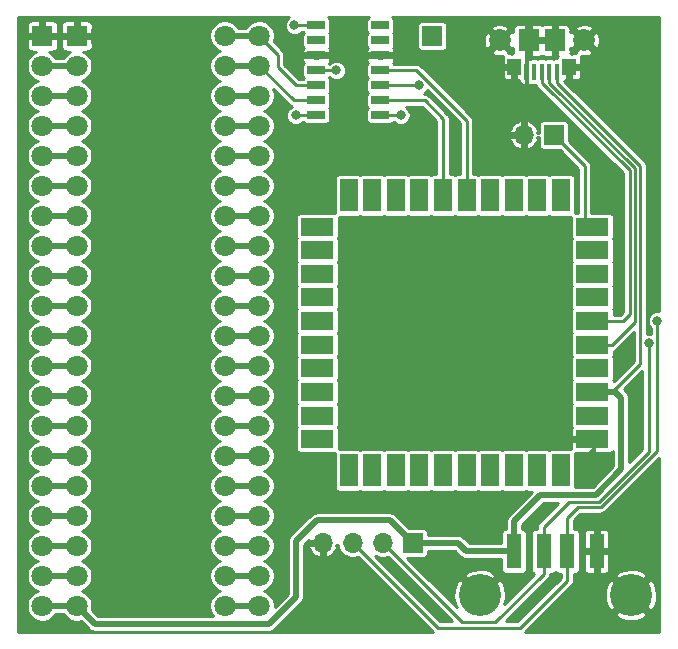
<source format=gtl>
G04 #@! TF.GenerationSoftware,KiCad,Pcbnew,(5.1.6)-1*
G04 #@! TF.CreationDate,2022-08-20T08:16:04-04:00*
G04 #@! TF.ProjectId,amiga-2000-usb-kb-stamp,616d6967-612d-4323-9030-302d7573622d,rev?*
G04 #@! TF.SameCoordinates,Original*
G04 #@! TF.FileFunction,Copper,L1,Top*
G04 #@! TF.FilePolarity,Positive*
%FSLAX46Y46*%
G04 Gerber Fmt 4.6, Leading zero omitted, Abs format (unit mm)*
G04 Created by KiCad (PCBNEW (5.1.6)-1) date 2022-08-20 08:16:04*
%MOMM*%
%LPD*%
G01*
G04 APERTURE LIST*
G04 #@! TA.AperFunction,SMDPad,CuDef*
%ADD10R,1.525000X0.650000*%
G04 #@! TD*
G04 #@! TA.AperFunction,SMDPad,CuDef*
%ADD11R,0.400000X1.400000*%
G04 #@! TD*
G04 #@! TA.AperFunction,ComponentPad*
%ADD12C,1.850000*%
G04 #@! TD*
G04 #@! TA.AperFunction,SMDPad,CuDef*
%ADD13R,1.750000X1.900000*%
G04 #@! TD*
G04 #@! TA.AperFunction,SMDPad,CuDef*
%ADD14R,1.150000X1.450000*%
G04 #@! TD*
G04 #@! TA.AperFunction,ComponentPad*
%ADD15R,1.800000X1.800000*%
G04 #@! TD*
G04 #@! TA.AperFunction,ComponentPad*
%ADD16C,1.800000*%
G04 #@! TD*
G04 #@! TA.AperFunction,ComponentPad*
%ADD17R,1.700000X1.700000*%
G04 #@! TD*
G04 #@! TA.AperFunction,SMDPad,CuDef*
%ADD18R,1.300000X3.000000*%
G04 #@! TD*
G04 #@! TA.AperFunction,ComponentPad*
%ADD19C,3.570000*%
G04 #@! TD*
G04 #@! TA.AperFunction,ComponentPad*
%ADD20O,1.700000X1.700000*%
G04 #@! TD*
G04 #@! TA.AperFunction,ComponentPad*
%ADD21O,1.350000X1.350000*%
G04 #@! TD*
G04 #@! TA.AperFunction,SMDPad,CuDef*
%ADD22R,2.800000X1.500000*%
G04 #@! TD*
G04 #@! TA.AperFunction,SMDPad,CuDef*
%ADD23R,1.500000X2.800000*%
G04 #@! TD*
G04 #@! TA.AperFunction,ComponentPad*
%ADD24C,1.350000*%
G04 #@! TD*
G04 #@! TA.AperFunction,ViaPad*
%ADD25C,0.800000*%
G04 #@! TD*
G04 #@! TA.AperFunction,Conductor*
%ADD26C,0.250000*%
G04 #@! TD*
G04 #@! TA.AperFunction,Conductor*
%ADD27C,0.500000*%
G04 #@! TD*
G04 #@! TA.AperFunction,Conductor*
%ADD28C,0.254000*%
G04 #@! TD*
G04 APERTURE END LIST*
D10*
X159430000Y-74803000D03*
X159430000Y-73533000D03*
X159430000Y-72263000D03*
X159430000Y-70993000D03*
X159430000Y-69723000D03*
X159430000Y-68453000D03*
X159430000Y-67183000D03*
X154006000Y-67183000D03*
X154006000Y-68453000D03*
X154006000Y-69723000D03*
X154006000Y-70993000D03*
X154006000Y-72263000D03*
X154006000Y-73533000D03*
X154006000Y-74803000D03*
D11*
X174401000Y-71103000D03*
X173751000Y-71103000D03*
X173101000Y-71103000D03*
X172451000Y-71103000D03*
X171801000Y-71103000D03*
D12*
X176676000Y-68453000D03*
X169526000Y-68453000D03*
D13*
X174226000Y-68453000D03*
X171976000Y-68453000D03*
D14*
X175421000Y-70683000D03*
X170781000Y-70683000D03*
D15*
X130810000Y-68072000D03*
D16*
X130810000Y-70612000D03*
X130810000Y-73152000D03*
X130810000Y-75692000D03*
X130810000Y-78232000D03*
X130810000Y-80772000D03*
X130810000Y-83312000D03*
X130810000Y-85852000D03*
X130810000Y-88392000D03*
X130810000Y-90932000D03*
X130810000Y-93472000D03*
X130810000Y-96012000D03*
X130810000Y-98552000D03*
X130810000Y-101092000D03*
X130810000Y-103632000D03*
X130810000Y-106172000D03*
X130810000Y-108712000D03*
X130810000Y-111252000D03*
X130810000Y-113792000D03*
X130810000Y-116332000D03*
X146250000Y-116332000D03*
X146250000Y-113792000D03*
X146250000Y-111252000D03*
X146250000Y-108712000D03*
X146250000Y-106172000D03*
X146250000Y-103632000D03*
X146250000Y-101092000D03*
X146250000Y-98552000D03*
X146250000Y-96012000D03*
X146250000Y-93472000D03*
X146250000Y-90932000D03*
X146250000Y-88392000D03*
X146250000Y-85852000D03*
X146250000Y-83312000D03*
X146250000Y-80772000D03*
X146250000Y-78232000D03*
X146250000Y-75692000D03*
X146250000Y-73152000D03*
X146250000Y-70612000D03*
X146250000Y-68072000D03*
X149171000Y-68072000D03*
X149171000Y-70612000D03*
X149171000Y-73152000D03*
X149171000Y-75692000D03*
X149171000Y-78232000D03*
X149171000Y-80772000D03*
X149171000Y-83312000D03*
X149171000Y-85852000D03*
X149171000Y-88392000D03*
X149171000Y-90932000D03*
X149171000Y-93472000D03*
X149171000Y-96012000D03*
X149171000Y-98552000D03*
X149171000Y-101092000D03*
X149171000Y-103632000D03*
X149171000Y-106172000D03*
X149171000Y-108712000D03*
X149171000Y-111252000D03*
X149171000Y-113792000D03*
X149171000Y-116332000D03*
X133731000Y-116332000D03*
X133731000Y-113792000D03*
X133731000Y-111252000D03*
X133731000Y-108712000D03*
X133731000Y-106172000D03*
X133731000Y-103632000D03*
X133731000Y-101092000D03*
X133731000Y-98552000D03*
X133731000Y-96012000D03*
X133731000Y-93472000D03*
X133731000Y-90932000D03*
X133731000Y-88392000D03*
X133731000Y-85852000D03*
X133731000Y-83312000D03*
X133731000Y-80772000D03*
X133731000Y-78232000D03*
X133731000Y-75692000D03*
X133731000Y-73152000D03*
X133731000Y-70612000D03*
D15*
X133731000Y-68072000D03*
D17*
X163830000Y-68072000D03*
D18*
X170744000Y-111719000D03*
X173244000Y-111719000D03*
X175244000Y-111719000D03*
X177744000Y-111719000D03*
D19*
X167844000Y-115419000D03*
X180644000Y-115419000D03*
D17*
X174117000Y-76454000D03*
D20*
X171577000Y-76454000D03*
D21*
X176735000Y-84218000D03*
D22*
X177385000Y-84218000D03*
X177385000Y-86218000D03*
D21*
X176735000Y-86218000D03*
X176735000Y-88218000D03*
D22*
X177385000Y-88218000D03*
X177385000Y-90218000D03*
D21*
X176735000Y-90218000D03*
X176735000Y-92218000D03*
D22*
X177385000Y-92218000D03*
D21*
X176735000Y-94218000D03*
D22*
X177385000Y-94218000D03*
X177385000Y-96218000D03*
D21*
X176735000Y-96218000D03*
D22*
X177385000Y-98218000D03*
D21*
X176735000Y-98218000D03*
X176735000Y-100218000D03*
D22*
X177385000Y-100218000D03*
D21*
X176735000Y-102218000D03*
D22*
X177385000Y-102218000D03*
D23*
X174735000Y-104868000D03*
D21*
X174735000Y-104218000D03*
D23*
X172735000Y-104868000D03*
D21*
X172735000Y-104218000D03*
D23*
X170735000Y-104868000D03*
D21*
X170735000Y-104218000D03*
D23*
X168735000Y-104868000D03*
D21*
X168735000Y-104218000D03*
X166735000Y-104218000D03*
D23*
X166735000Y-104868000D03*
X164735000Y-104868000D03*
D21*
X164735000Y-104218000D03*
X162735000Y-104218000D03*
D23*
X162735000Y-104868000D03*
X160735000Y-104868000D03*
D21*
X160735000Y-104218000D03*
D23*
X158735000Y-104868000D03*
D21*
X158735000Y-104218000D03*
D23*
X156735000Y-104868000D03*
D21*
X156735000Y-104218000D03*
X154735000Y-102218000D03*
D22*
X154085000Y-102218000D03*
D21*
X154735000Y-100218000D03*
D22*
X154085000Y-100218000D03*
X154085000Y-98218000D03*
D21*
X154735000Y-98218000D03*
D22*
X154085000Y-96218000D03*
D21*
X154735000Y-96218000D03*
X154735000Y-94218000D03*
D22*
X154085000Y-94218000D03*
X154085000Y-92218000D03*
D21*
X154735000Y-92218000D03*
D22*
X154085000Y-90218000D03*
D21*
X154735000Y-90218000D03*
D22*
X154085000Y-88218000D03*
D21*
X154735000Y-88218000D03*
D22*
X154085000Y-86218000D03*
D21*
X154735000Y-86218000D03*
X154735000Y-84218000D03*
D22*
X154085000Y-84218000D03*
D23*
X156735000Y-81568000D03*
D21*
X156735000Y-82218000D03*
D23*
X158735000Y-81568000D03*
D21*
X158735000Y-82218000D03*
D23*
X160735000Y-81568000D03*
D21*
X160735000Y-82218000D03*
X162735000Y-82218000D03*
D23*
X162735000Y-81568000D03*
X164735000Y-81568000D03*
D21*
X164735000Y-82218000D03*
X166735000Y-82218000D03*
D23*
X166735000Y-81568000D03*
X168735000Y-81568000D03*
D21*
X168735000Y-82218000D03*
X170735000Y-82218000D03*
D23*
X170735000Y-81568000D03*
D21*
X172735000Y-82218000D03*
D23*
X172735000Y-81568000D03*
X174735000Y-81568000D03*
D24*
X174735000Y-82218000D03*
D17*
X162179000Y-110998000D03*
D20*
X159639000Y-110998000D03*
X157099000Y-110998000D03*
X154559000Y-110998000D03*
D25*
X161163000Y-74803000D03*
X180975000Y-97917000D03*
X179959000Y-95758000D03*
X177673000Y-105156000D03*
X161671000Y-114173000D03*
X165735000Y-77216000D03*
X173482000Y-114681000D03*
X152273000Y-74803000D03*
X162687000Y-72263000D03*
X152146000Y-67183000D03*
X155702000Y-70993000D03*
X182150010Y-94107000D03*
X182880000Y-92202000D03*
D26*
X159430000Y-74803000D02*
X161163000Y-74803000D01*
X179035000Y-98218000D02*
X176735000Y-98218000D01*
X181425010Y-95827990D02*
X179035000Y-98218000D01*
X181425010Y-79077010D02*
X181425010Y-95827990D01*
X174401000Y-72053000D02*
X181425010Y-79077010D01*
X174401000Y-71103000D02*
X174401000Y-72053000D01*
D27*
X162179000Y-110998000D02*
X165989000Y-110998000D01*
X166710000Y-111719000D02*
X170744000Y-111719000D01*
X165989000Y-110998000D02*
X166710000Y-111719000D01*
X130810000Y-116332000D02*
X133731000Y-116332000D01*
X170744000Y-111719000D02*
X170744000Y-109164000D01*
X170744000Y-109164000D02*
X172974000Y-106934000D01*
X172974000Y-106934000D02*
X177673000Y-106934000D01*
X177673000Y-106934000D02*
X179832000Y-104775000D01*
X179285000Y-98218000D02*
X177385000Y-98218000D01*
X179832000Y-98765000D02*
X179285000Y-98218000D01*
X179832000Y-104775000D02*
X179832000Y-98765000D01*
D26*
X152273000Y-74803000D02*
X154006000Y-74803000D01*
D27*
X160274000Y-109093000D02*
X162179000Y-110998000D01*
X154051000Y-109093000D02*
X160274000Y-109093000D01*
X135255000Y-117856000D02*
X149987000Y-117856000D01*
X149987000Y-117856000D02*
X152273000Y-115570000D01*
X133731000Y-116332000D02*
X135255000Y-117856000D01*
X152273000Y-115570000D02*
X152273000Y-110871000D01*
X152273000Y-110871000D02*
X154051000Y-109093000D01*
D26*
X162490002Y-70993000D02*
X159430000Y-70993000D01*
X166735000Y-75237998D02*
X162490002Y-70993000D01*
X166735000Y-82218000D02*
X166735000Y-75237998D01*
X159430000Y-73533000D02*
X163195000Y-73533000D01*
X164735000Y-75073000D02*
X164735000Y-82218000D01*
X163195000Y-73533000D02*
X164735000Y-75073000D01*
X159430000Y-72263000D02*
X162687000Y-72263000D01*
X152146000Y-67183000D02*
X154006000Y-67183000D01*
X149171000Y-68072000D02*
X150749000Y-69650000D01*
X150749000Y-69650000D02*
X150749000Y-70739000D01*
X152273000Y-72263000D02*
X154006000Y-72263000D01*
X150749000Y-70739000D02*
X152273000Y-72263000D01*
D27*
X146250000Y-68072000D02*
X149171000Y-68072000D01*
D26*
X149171000Y-70612000D02*
X152092000Y-73533000D01*
X152092000Y-73533000D02*
X154006000Y-73533000D01*
D27*
X146250000Y-70612000D02*
X149171000Y-70612000D01*
D26*
X154006000Y-70993000D02*
X155702000Y-70993000D01*
X173751000Y-72053000D02*
X180975000Y-79277000D01*
X173751000Y-71103000D02*
X173751000Y-72053000D01*
X179035000Y-94218000D02*
X176735000Y-94218000D01*
X180975000Y-92278000D02*
X179035000Y-94218000D01*
X180975000Y-79277000D02*
X180975000Y-92278000D01*
X169164000Y-117729000D02*
X173244000Y-113649000D01*
X166370000Y-117729000D02*
X169164000Y-117729000D01*
X173244000Y-113649000D02*
X173244000Y-111719000D01*
X159639000Y-110998000D02*
X166370000Y-117729000D01*
X182150010Y-103270176D02*
X182150010Y-94107000D01*
X175384990Y-107509010D02*
X177911176Y-107509010D01*
X177911176Y-107509010D02*
X182150010Y-103270176D01*
X173244000Y-111719000D02*
X173244000Y-109650000D01*
X173244000Y-109650000D02*
X175384990Y-107509010D01*
X173101000Y-71103000D02*
X173101000Y-72039410D01*
X173101000Y-72039410D02*
X180524990Y-79463400D01*
X180524990Y-79463400D02*
X180524990Y-91636010D01*
X179943000Y-92218000D02*
X176735000Y-92218000D01*
X180524990Y-91636010D02*
X179943000Y-92218000D01*
X176139980Y-107959020D02*
X175244000Y-108855000D01*
X178097576Y-107959020D02*
X176139980Y-107959020D01*
X182880000Y-92202000D02*
X182880000Y-103176596D01*
X175244000Y-108855000D02*
X175244000Y-111719000D01*
X182880000Y-103176596D02*
X178097576Y-107959020D01*
X175244000Y-114189000D02*
X175244000Y-111719000D01*
X171253989Y-118179011D02*
X175244000Y-114189000D01*
X157099000Y-110998000D02*
X164280011Y-118179011D01*
X164280011Y-118179011D02*
X171253989Y-118179011D01*
X176735000Y-79072000D02*
X176735000Y-84218000D01*
X174117000Y-76454000D02*
X176735000Y-79072000D01*
D27*
X130810000Y-70612000D02*
X133731000Y-70612000D01*
X130810000Y-73152000D02*
X133731000Y-73152000D01*
X130810000Y-75692000D02*
X133731000Y-75692000D01*
X130810000Y-78232000D02*
X133731000Y-78232000D01*
X130810000Y-80772000D02*
X133731000Y-80772000D01*
X130810000Y-83312000D02*
X133731000Y-83312000D01*
X130810000Y-85852000D02*
X133731000Y-85852000D01*
X130810000Y-88392000D02*
X133731000Y-88392000D01*
X130810000Y-90932000D02*
X133731000Y-90932000D01*
X130810000Y-93472000D02*
X133731000Y-93472000D01*
X130810000Y-96012000D02*
X133731000Y-96012000D01*
X130810000Y-98552000D02*
X133731000Y-98552000D01*
X130810000Y-101092000D02*
X133731000Y-101092000D01*
X130810000Y-103632000D02*
X133731000Y-103632000D01*
X130810000Y-106172000D02*
X133731000Y-106172000D01*
X130810000Y-108712000D02*
X133731000Y-108712000D01*
X130810000Y-111252000D02*
X133731000Y-111252000D01*
X130810000Y-113792000D02*
X133731000Y-113792000D01*
X146250000Y-116332000D02*
X149171000Y-116332000D01*
X146250000Y-113792000D02*
X149171000Y-113792000D01*
X146250000Y-111252000D02*
X149171000Y-111252000D01*
X146250000Y-108712000D02*
X149171000Y-108712000D01*
X146250000Y-106172000D02*
X149171000Y-106172000D01*
X146250000Y-103632000D02*
X149171000Y-103632000D01*
X146250000Y-101092000D02*
X149171000Y-101092000D01*
X146250000Y-98552000D02*
X149171000Y-98552000D01*
X146250000Y-96012000D02*
X149171000Y-96012000D01*
X146250000Y-93472000D02*
X149171000Y-93472000D01*
X146250000Y-90932000D02*
X149171000Y-90932000D01*
X146250000Y-88392000D02*
X149171000Y-88392000D01*
X146250000Y-85852000D02*
X149171000Y-85852000D01*
X146250000Y-83312000D02*
X149171000Y-83312000D01*
X146250000Y-80772000D02*
X149171000Y-80772000D01*
X146250000Y-78232000D02*
X149171000Y-78232000D01*
X146250000Y-75692000D02*
X149171000Y-75692000D01*
X146250000Y-73152000D02*
X149171000Y-73152000D01*
D28*
G36*
X151618819Y-66540628D02*
G01*
X151503628Y-66655819D01*
X151413123Y-66791269D01*
X151350782Y-66941773D01*
X151319000Y-67101548D01*
X151319000Y-67264452D01*
X151350782Y-67424227D01*
X151413123Y-67574731D01*
X151503628Y-67710181D01*
X151618819Y-67825372D01*
X151754269Y-67915877D01*
X151904773Y-67978218D01*
X152064548Y-68010000D01*
X152227452Y-68010000D01*
X152387227Y-67978218D01*
X152537731Y-67915877D01*
X152673181Y-67825372D01*
X152763553Y-67735000D01*
X152880664Y-67735000D01*
X152886745Y-67746376D01*
X152940105Y-67811395D01*
X152948153Y-67818000D01*
X152940105Y-67824605D01*
X152886745Y-67889624D01*
X152847095Y-67963804D01*
X152822678Y-68044293D01*
X152814434Y-68128000D01*
X152814434Y-68778000D01*
X152822678Y-68861707D01*
X152847095Y-68942196D01*
X152886745Y-69016376D01*
X152940105Y-69081395D01*
X152948153Y-69088000D01*
X152940105Y-69094605D01*
X152886745Y-69159624D01*
X152847095Y-69233804D01*
X152822678Y-69314293D01*
X152814434Y-69398000D01*
X152816500Y-69443250D01*
X152923250Y-69550000D01*
X153833000Y-69550000D01*
X153833000Y-69530000D01*
X154179000Y-69530000D01*
X154179000Y-69550000D01*
X155088750Y-69550000D01*
X155195500Y-69443250D01*
X155197566Y-69398000D01*
X155189322Y-69314293D01*
X155164905Y-69233804D01*
X155125255Y-69159624D01*
X155071895Y-69094605D01*
X155063847Y-69088000D01*
X155071895Y-69081395D01*
X155125255Y-69016376D01*
X155164905Y-68942196D01*
X155189322Y-68861707D01*
X155197566Y-68778000D01*
X155197566Y-68128000D01*
X155189322Y-68044293D01*
X155164905Y-67963804D01*
X155125255Y-67889624D01*
X155071895Y-67824605D01*
X155063847Y-67818000D01*
X155071895Y-67811395D01*
X155125255Y-67746376D01*
X155164905Y-67672196D01*
X155189322Y-67591707D01*
X155197566Y-67508000D01*
X155197566Y-66858000D01*
X155189322Y-66774293D01*
X155164905Y-66693804D01*
X155125255Y-66619624D01*
X155071895Y-66554605D01*
X155006876Y-66501245D01*
X154989580Y-66492000D01*
X158446420Y-66492000D01*
X158429124Y-66501245D01*
X158364105Y-66554605D01*
X158310745Y-66619624D01*
X158271095Y-66693804D01*
X158246678Y-66774293D01*
X158238434Y-66858000D01*
X158238434Y-67508000D01*
X158246678Y-67591707D01*
X158271095Y-67672196D01*
X158310745Y-67746376D01*
X158364105Y-67811395D01*
X158372153Y-67818000D01*
X158364105Y-67824605D01*
X158310745Y-67889624D01*
X158271095Y-67963804D01*
X158246678Y-68044293D01*
X158238434Y-68128000D01*
X158238434Y-68778000D01*
X158246678Y-68861707D01*
X158271095Y-68942196D01*
X158310745Y-69016376D01*
X158364105Y-69081395D01*
X158372153Y-69088000D01*
X158364105Y-69094605D01*
X158310745Y-69159624D01*
X158271095Y-69233804D01*
X158246678Y-69314293D01*
X158238434Y-69398000D01*
X158240500Y-69443250D01*
X158347250Y-69550000D01*
X159257000Y-69550000D01*
X159257000Y-69530000D01*
X159603000Y-69530000D01*
X159603000Y-69550000D01*
X160512750Y-69550000D01*
X160610764Y-69451986D01*
X168771673Y-69451986D01*
X168873930Y-69644823D01*
X169118972Y-69749135D01*
X169379657Y-69803638D01*
X169645965Y-69806236D01*
X169820570Y-69773272D01*
X169809595Y-69793804D01*
X169785178Y-69874293D01*
X169776934Y-69958000D01*
X169779000Y-70403250D01*
X169885750Y-70510000D01*
X170608000Y-70510000D01*
X170608000Y-70490000D01*
X170954000Y-70490000D01*
X170954000Y-70510000D01*
X171172460Y-70510000D01*
X171174000Y-70823250D01*
X171206750Y-70856000D01*
X170954000Y-70856000D01*
X170954000Y-71728250D01*
X171060750Y-71835000D01*
X171175164Y-71835801D01*
X171180178Y-71886707D01*
X171204595Y-71967196D01*
X171244245Y-72041376D01*
X171297605Y-72106395D01*
X171362624Y-72159755D01*
X171436804Y-72199405D01*
X171517293Y-72223822D01*
X171601000Y-72232066D01*
X171621250Y-72230000D01*
X171728000Y-72123250D01*
X171728000Y-71617855D01*
X171752405Y-71572196D01*
X171776822Y-71491707D01*
X171785066Y-71408000D01*
X171783000Y-70962750D01*
X171728000Y-70907750D01*
X171728000Y-70458250D01*
X171783000Y-70403250D01*
X171785066Y-69958000D01*
X171776822Y-69874293D01*
X171752405Y-69793804D01*
X171745453Y-69780797D01*
X171803000Y-69723250D01*
X171803000Y-68626000D01*
X172149000Y-68626000D01*
X172149000Y-69723250D01*
X172255750Y-69830000D01*
X172851000Y-69832066D01*
X172934707Y-69823822D01*
X173015196Y-69799405D01*
X173089376Y-69759755D01*
X173101000Y-69750215D01*
X173112624Y-69759755D01*
X173186804Y-69799405D01*
X173267293Y-69823822D01*
X173351000Y-69832066D01*
X173946250Y-69830000D01*
X174053000Y-69723250D01*
X174053000Y-68626000D01*
X172149000Y-68626000D01*
X171803000Y-68626000D01*
X171783000Y-68626000D01*
X171783000Y-68280000D01*
X171803000Y-68280000D01*
X171803000Y-67182750D01*
X172149000Y-67182750D01*
X172149000Y-68280000D01*
X174053000Y-68280000D01*
X174053000Y-67182750D01*
X173946250Y-67076000D01*
X173351000Y-67073934D01*
X173267293Y-67082178D01*
X173186804Y-67106595D01*
X173112624Y-67146245D01*
X173101000Y-67155785D01*
X173089376Y-67146245D01*
X173015196Y-67106595D01*
X172934707Y-67082178D01*
X172851000Y-67073934D01*
X172255750Y-67076000D01*
X172149000Y-67182750D01*
X171803000Y-67182750D01*
X171696250Y-67076000D01*
X171101000Y-67073934D01*
X171017293Y-67082178D01*
X170936804Y-67106595D01*
X170862624Y-67146245D01*
X170797605Y-67199605D01*
X170744245Y-67264624D01*
X170704595Y-67338804D01*
X170680178Y-67419293D01*
X170671934Y-67503000D01*
X170672779Y-67777044D01*
X170524986Y-67698673D01*
X169770659Y-68453000D01*
X170524986Y-69207327D01*
X170672779Y-69128956D01*
X170671934Y-69403000D01*
X170680178Y-69486707D01*
X170693615Y-69531000D01*
X170607998Y-69531000D01*
X170607998Y-69637748D01*
X170501250Y-69531000D01*
X170239399Y-69529168D01*
X170280327Y-69451986D01*
X169526000Y-68697659D01*
X168771673Y-69451986D01*
X160610764Y-69451986D01*
X160619500Y-69443250D01*
X160621566Y-69398000D01*
X160613322Y-69314293D01*
X160588905Y-69233804D01*
X160549255Y-69159624D01*
X160495895Y-69094605D01*
X160487847Y-69088000D01*
X160495895Y-69081395D01*
X160549255Y-69016376D01*
X160588905Y-68942196D01*
X160613322Y-68861707D01*
X160621566Y-68778000D01*
X160621566Y-68128000D01*
X160613322Y-68044293D01*
X160588905Y-67963804D01*
X160549255Y-67889624D01*
X160495895Y-67824605D01*
X160487847Y-67818000D01*
X160495895Y-67811395D01*
X160549255Y-67746376D01*
X160588905Y-67672196D01*
X160613322Y-67591707D01*
X160621566Y-67508000D01*
X160621566Y-67222000D01*
X162550934Y-67222000D01*
X162550934Y-68922000D01*
X162559178Y-69005707D01*
X162583595Y-69086196D01*
X162623245Y-69160376D01*
X162676605Y-69225395D01*
X162741624Y-69278755D01*
X162815804Y-69318405D01*
X162896293Y-69342822D01*
X162980000Y-69351066D01*
X164680000Y-69351066D01*
X164763707Y-69342822D01*
X164844196Y-69318405D01*
X164918376Y-69278755D01*
X164983395Y-69225395D01*
X165036755Y-69160376D01*
X165076405Y-69086196D01*
X165100822Y-69005707D01*
X165109066Y-68922000D01*
X165109066Y-68572965D01*
X168172764Y-68572965D01*
X168222171Y-68834663D01*
X168321682Y-69081694D01*
X168334177Y-69105070D01*
X168527014Y-69207327D01*
X169281341Y-68453000D01*
X168527014Y-67698673D01*
X168334177Y-67800930D01*
X168229865Y-68045972D01*
X168175362Y-68306657D01*
X168172764Y-68572965D01*
X165109066Y-68572965D01*
X165109066Y-67454014D01*
X168771673Y-67454014D01*
X169526000Y-68208341D01*
X170280327Y-67454014D01*
X170178070Y-67261177D01*
X169933028Y-67156865D01*
X169672343Y-67102362D01*
X169406035Y-67099764D01*
X169144337Y-67149171D01*
X168897306Y-67248682D01*
X168873930Y-67261177D01*
X168771673Y-67454014D01*
X165109066Y-67454014D01*
X165109066Y-67222000D01*
X165100822Y-67138293D01*
X165076405Y-67057804D01*
X165036755Y-66983624D01*
X164983395Y-66918605D01*
X164918376Y-66865245D01*
X164844196Y-66825595D01*
X164763707Y-66801178D01*
X164680000Y-66792934D01*
X162980000Y-66792934D01*
X162896293Y-66801178D01*
X162815804Y-66825595D01*
X162741624Y-66865245D01*
X162676605Y-66918605D01*
X162623245Y-66983624D01*
X162583595Y-67057804D01*
X162559178Y-67138293D01*
X162550934Y-67222000D01*
X160621566Y-67222000D01*
X160621566Y-66858000D01*
X160613322Y-66774293D01*
X160588905Y-66693804D01*
X160549255Y-66619624D01*
X160495895Y-66554605D01*
X160430876Y-66501245D01*
X160413580Y-66492000D01*
X183063001Y-66492000D01*
X183063001Y-91395200D01*
X182961452Y-91375000D01*
X182798548Y-91375000D01*
X182638773Y-91406782D01*
X182488269Y-91469123D01*
X182352819Y-91559628D01*
X182237628Y-91674819D01*
X182147123Y-91810269D01*
X182084782Y-91960773D01*
X182053000Y-92120548D01*
X182053000Y-92283452D01*
X182084782Y-92443227D01*
X182147123Y-92593731D01*
X182237628Y-92729181D01*
X182328000Y-92819553D01*
X182328000Y-93299203D01*
X182231462Y-93280000D01*
X182068558Y-93280000D01*
X181977010Y-93298210D01*
X181977010Y-79104107D01*
X181979679Y-79077009D01*
X181977010Y-79049911D01*
X181977010Y-79049901D01*
X181969022Y-78968799D01*
X181937458Y-78864747D01*
X181886201Y-78768852D01*
X181817221Y-78684799D01*
X181796164Y-78667518D01*
X175020316Y-71891672D01*
X175021822Y-71886707D01*
X175026836Y-71835801D01*
X175141250Y-71835000D01*
X175248000Y-71728250D01*
X175248000Y-70856000D01*
X175594000Y-70856000D01*
X175594000Y-71728250D01*
X175700750Y-71835000D01*
X175996000Y-71837066D01*
X176079707Y-71828822D01*
X176160196Y-71804405D01*
X176234376Y-71764755D01*
X176299395Y-71711395D01*
X176352755Y-71646376D01*
X176392405Y-71572196D01*
X176416822Y-71491707D01*
X176425066Y-71408000D01*
X176423000Y-70962750D01*
X176316250Y-70856000D01*
X175594000Y-70856000D01*
X175248000Y-70856000D01*
X175228000Y-70856000D01*
X175228000Y-70510000D01*
X175248000Y-70510000D01*
X175248000Y-70490000D01*
X175594000Y-70490000D01*
X175594000Y-70510000D01*
X176316250Y-70510000D01*
X176423000Y-70403250D01*
X176425066Y-69958000D01*
X176416822Y-69874293D01*
X176392405Y-69793804D01*
X176381055Y-69772569D01*
X176529657Y-69803638D01*
X176795965Y-69806236D01*
X177057663Y-69756829D01*
X177304694Y-69657318D01*
X177328070Y-69644823D01*
X177430327Y-69451986D01*
X176676000Y-68697659D01*
X175921673Y-69451986D01*
X175962601Y-69529168D01*
X175700750Y-69531000D01*
X175594002Y-69637748D01*
X175594002Y-69531000D01*
X175508385Y-69531000D01*
X175521822Y-69486707D01*
X175530066Y-69403000D01*
X175529221Y-69128956D01*
X175677014Y-69207327D01*
X176431341Y-68453000D01*
X176920659Y-68453000D01*
X177674986Y-69207327D01*
X177867823Y-69105070D01*
X177972135Y-68860028D01*
X178026638Y-68599343D01*
X178029236Y-68333035D01*
X177979829Y-68071337D01*
X177880318Y-67824306D01*
X177867823Y-67800930D01*
X177674986Y-67698673D01*
X176920659Y-68453000D01*
X176431341Y-68453000D01*
X175677014Y-67698673D01*
X175529221Y-67777044D01*
X175530066Y-67503000D01*
X175525242Y-67454014D01*
X175921673Y-67454014D01*
X176676000Y-68208341D01*
X177430327Y-67454014D01*
X177328070Y-67261177D01*
X177083028Y-67156865D01*
X176822343Y-67102362D01*
X176556035Y-67099764D01*
X176294337Y-67149171D01*
X176047306Y-67248682D01*
X176023930Y-67261177D01*
X175921673Y-67454014D01*
X175525242Y-67454014D01*
X175521822Y-67419293D01*
X175497405Y-67338804D01*
X175457755Y-67264624D01*
X175404395Y-67199605D01*
X175339376Y-67146245D01*
X175265196Y-67106595D01*
X175184707Y-67082178D01*
X175101000Y-67073934D01*
X174505750Y-67076000D01*
X174399000Y-67182750D01*
X174399000Y-68280000D01*
X174419000Y-68280000D01*
X174419000Y-68626000D01*
X174399000Y-68626000D01*
X174399000Y-69723250D01*
X174456547Y-69780797D01*
X174449595Y-69793804D01*
X174425178Y-69874293D01*
X174416934Y-69958000D01*
X174417008Y-69973934D01*
X174201000Y-69973934D01*
X174117293Y-69982178D01*
X174076000Y-69994705D01*
X174034707Y-69982178D01*
X173951000Y-69973934D01*
X173551000Y-69973934D01*
X173467293Y-69982178D01*
X173426000Y-69994705D01*
X173384707Y-69982178D01*
X173301000Y-69973934D01*
X172901000Y-69973934D01*
X172817293Y-69982178D01*
X172776000Y-69994705D01*
X172734707Y-69982178D01*
X172651000Y-69973934D01*
X172251000Y-69973934D01*
X172167293Y-69982178D01*
X172126000Y-69994705D01*
X172084707Y-69982178D01*
X172001000Y-69973934D01*
X171980750Y-69976000D01*
X171874000Y-70082750D01*
X171874000Y-70202500D01*
X171854595Y-70238804D01*
X171830178Y-70319293D01*
X171821934Y-70403000D01*
X171821934Y-71803000D01*
X171830178Y-71886707D01*
X171854595Y-71967196D01*
X171874000Y-72003500D01*
X171874000Y-72123250D01*
X171980750Y-72230000D01*
X172001000Y-72232066D01*
X172084707Y-72223822D01*
X172126000Y-72211295D01*
X172167293Y-72223822D01*
X172251000Y-72232066D01*
X172582605Y-72232066D01*
X172588552Y-72251672D01*
X172638144Y-72344452D01*
X172639810Y-72347568D01*
X172708790Y-72431621D01*
X172729852Y-72448906D01*
X179972990Y-79692046D01*
X179972991Y-91407364D01*
X179714355Y-91666000D01*
X179214066Y-91666000D01*
X179214066Y-91468000D01*
X179205822Y-91384293D01*
X179181405Y-91303804D01*
X179141755Y-91229624D01*
X179132215Y-91218000D01*
X179141755Y-91206376D01*
X179181405Y-91132196D01*
X179205822Y-91051707D01*
X179214066Y-90968000D01*
X179214066Y-89468000D01*
X179205822Y-89384293D01*
X179181405Y-89303804D01*
X179141755Y-89229624D01*
X179132215Y-89218000D01*
X179141755Y-89206376D01*
X179181405Y-89132196D01*
X179205822Y-89051707D01*
X179214066Y-88968000D01*
X179214066Y-87468000D01*
X179205822Y-87384293D01*
X179181405Y-87303804D01*
X179141755Y-87229624D01*
X179132215Y-87218000D01*
X179141755Y-87206376D01*
X179181405Y-87132196D01*
X179205822Y-87051707D01*
X179214066Y-86968000D01*
X179214066Y-85468000D01*
X179205822Y-85384293D01*
X179181405Y-85303804D01*
X179141755Y-85229624D01*
X179132215Y-85218000D01*
X179141755Y-85206376D01*
X179181405Y-85132196D01*
X179205822Y-85051707D01*
X179214066Y-84968000D01*
X179214066Y-83468000D01*
X179205822Y-83384293D01*
X179181405Y-83303804D01*
X179141755Y-83229624D01*
X179088395Y-83164605D01*
X179023376Y-83111245D01*
X178949196Y-83071595D01*
X178868707Y-83047178D01*
X178785000Y-83038934D01*
X177287000Y-83038934D01*
X177287000Y-79099105D01*
X177289670Y-79071999D01*
X177287000Y-79044891D01*
X177279012Y-78963789D01*
X177247448Y-78859737D01*
X177196191Y-78763842D01*
X177127211Y-78679789D01*
X177106154Y-78662508D01*
X175396066Y-76952421D01*
X175396066Y-75604000D01*
X175387822Y-75520293D01*
X175363405Y-75439804D01*
X175323755Y-75365624D01*
X175270395Y-75300605D01*
X175205376Y-75247245D01*
X175131196Y-75207595D01*
X175050707Y-75183178D01*
X174967000Y-75174934D01*
X173267000Y-75174934D01*
X173183293Y-75183178D01*
X173102804Y-75207595D01*
X173028624Y-75247245D01*
X172963605Y-75300605D01*
X172910245Y-75365624D01*
X172870595Y-75439804D01*
X172846178Y-75520293D01*
X172837934Y-75604000D01*
X172837934Y-76280998D01*
X172735486Y-76280998D01*
X172799595Y-76085204D01*
X172704155Y-75853774D01*
X172565399Y-75645410D01*
X172388659Y-75468120D01*
X172180728Y-75328717D01*
X171949596Y-75232558D01*
X171945795Y-75231413D01*
X171750000Y-75296608D01*
X171750000Y-76281000D01*
X171770000Y-76281000D01*
X171770000Y-76627000D01*
X171750000Y-76627000D01*
X171750000Y-77611392D01*
X171945795Y-77676587D01*
X171949596Y-77675442D01*
X172180728Y-77579283D01*
X172388659Y-77439880D01*
X172565399Y-77262590D01*
X172704155Y-77054226D01*
X172799595Y-76822796D01*
X172735486Y-76627002D01*
X172837934Y-76627002D01*
X172837934Y-77304000D01*
X172846178Y-77387707D01*
X172870595Y-77468196D01*
X172910245Y-77542376D01*
X172963605Y-77607395D01*
X173028624Y-77660755D01*
X173102804Y-77700405D01*
X173183293Y-77724822D01*
X173267000Y-77733066D01*
X174615421Y-77733066D01*
X176183000Y-79300646D01*
X176183001Y-83038934D01*
X175985000Y-83038934D01*
X175906317Y-83046683D01*
X175914066Y-82968000D01*
X175914066Y-80168000D01*
X175905822Y-80084293D01*
X175881405Y-80003804D01*
X175841755Y-79929624D01*
X175788395Y-79864605D01*
X175723376Y-79811245D01*
X175649196Y-79771595D01*
X175568707Y-79747178D01*
X175485000Y-79738934D01*
X173985000Y-79738934D01*
X173901293Y-79747178D01*
X173820804Y-79771595D01*
X173746624Y-79811245D01*
X173735000Y-79820785D01*
X173723376Y-79811245D01*
X173649196Y-79771595D01*
X173568707Y-79747178D01*
X173485000Y-79738934D01*
X171985000Y-79738934D01*
X171901293Y-79747178D01*
X171820804Y-79771595D01*
X171746624Y-79811245D01*
X171735000Y-79820785D01*
X171723376Y-79811245D01*
X171649196Y-79771595D01*
X171568707Y-79747178D01*
X171485000Y-79738934D01*
X169985000Y-79738934D01*
X169901293Y-79747178D01*
X169820804Y-79771595D01*
X169746624Y-79811245D01*
X169735000Y-79820785D01*
X169723376Y-79811245D01*
X169649196Y-79771595D01*
X169568707Y-79747178D01*
X169485000Y-79738934D01*
X167985000Y-79738934D01*
X167901293Y-79747178D01*
X167820804Y-79771595D01*
X167746624Y-79811245D01*
X167735000Y-79820785D01*
X167723376Y-79811245D01*
X167649196Y-79771595D01*
X167568707Y-79747178D01*
X167485000Y-79738934D01*
X167287000Y-79738934D01*
X167287000Y-76822796D01*
X170354405Y-76822796D01*
X170449845Y-77054226D01*
X170588601Y-77262590D01*
X170765341Y-77439880D01*
X170973272Y-77579283D01*
X171204404Y-77675442D01*
X171208205Y-77676587D01*
X171404000Y-77611392D01*
X171404000Y-76627000D01*
X170418515Y-76627000D01*
X170354405Y-76822796D01*
X167287000Y-76822796D01*
X167287000Y-76085204D01*
X170354405Y-76085204D01*
X170418515Y-76281000D01*
X171404000Y-76281000D01*
X171404000Y-75296608D01*
X171208205Y-75231413D01*
X171204404Y-75232558D01*
X170973272Y-75328717D01*
X170765341Y-75468120D01*
X170588601Y-75645410D01*
X170449845Y-75853774D01*
X170354405Y-76085204D01*
X167287000Y-76085204D01*
X167287000Y-75265106D01*
X167289670Y-75237998D01*
X167279012Y-75129787D01*
X167247448Y-75025735D01*
X167196191Y-74929840D01*
X167144492Y-74866844D01*
X167144491Y-74866843D01*
X167127211Y-74845787D01*
X167106154Y-74828506D01*
X163685647Y-71408000D01*
X169776934Y-71408000D01*
X169785178Y-71491707D01*
X169809595Y-71572196D01*
X169849245Y-71646376D01*
X169902605Y-71711395D01*
X169967624Y-71764755D01*
X170041804Y-71804405D01*
X170122293Y-71828822D01*
X170206000Y-71837066D01*
X170501250Y-71835000D01*
X170608000Y-71728250D01*
X170608000Y-70856000D01*
X169885750Y-70856000D01*
X169779000Y-70962750D01*
X169776934Y-71408000D01*
X163685647Y-71408000D01*
X162899503Y-70621857D01*
X162882213Y-70600789D01*
X162798160Y-70531809D01*
X162702265Y-70480552D01*
X162598213Y-70448988D01*
X162517111Y-70441000D01*
X162517108Y-70441000D01*
X162490002Y-70438330D01*
X162462896Y-70441000D01*
X160555336Y-70441000D01*
X160549255Y-70429624D01*
X160495895Y-70364605D01*
X160487847Y-70358000D01*
X160495895Y-70351395D01*
X160549255Y-70286376D01*
X160588905Y-70212196D01*
X160613322Y-70131707D01*
X160621566Y-70048000D01*
X160619500Y-70002750D01*
X160512750Y-69896000D01*
X159603000Y-69896000D01*
X159603000Y-69916000D01*
X159257000Y-69916000D01*
X159257000Y-69896000D01*
X158347250Y-69896000D01*
X158240500Y-70002750D01*
X158238434Y-70048000D01*
X158246678Y-70131707D01*
X158271095Y-70212196D01*
X158310745Y-70286376D01*
X158364105Y-70351395D01*
X158372153Y-70358000D01*
X158364105Y-70364605D01*
X158310745Y-70429624D01*
X158271095Y-70503804D01*
X158246678Y-70584293D01*
X158238434Y-70668000D01*
X158238434Y-71318000D01*
X158246678Y-71401707D01*
X158271095Y-71482196D01*
X158310745Y-71556376D01*
X158364105Y-71621395D01*
X158372153Y-71628000D01*
X158364105Y-71634605D01*
X158310745Y-71699624D01*
X158271095Y-71773804D01*
X158246678Y-71854293D01*
X158238434Y-71938000D01*
X158238434Y-72588000D01*
X158246678Y-72671707D01*
X158271095Y-72752196D01*
X158310745Y-72826376D01*
X158364105Y-72891395D01*
X158372153Y-72898000D01*
X158364105Y-72904605D01*
X158310745Y-72969624D01*
X158271095Y-73043804D01*
X158246678Y-73124293D01*
X158238434Y-73208000D01*
X158238434Y-73858000D01*
X158246678Y-73941707D01*
X158271095Y-74022196D01*
X158310745Y-74096376D01*
X158364105Y-74161395D01*
X158372153Y-74168000D01*
X158364105Y-74174605D01*
X158310745Y-74239624D01*
X158271095Y-74313804D01*
X158246678Y-74394293D01*
X158238434Y-74478000D01*
X158238434Y-75128000D01*
X158246678Y-75211707D01*
X158271095Y-75292196D01*
X158310745Y-75366376D01*
X158364105Y-75431395D01*
X158429124Y-75484755D01*
X158503304Y-75524405D01*
X158583793Y-75548822D01*
X158667500Y-75557066D01*
X160192500Y-75557066D01*
X160276207Y-75548822D01*
X160356696Y-75524405D01*
X160430876Y-75484755D01*
X160495895Y-75431395D01*
X160549255Y-75366376D01*
X160551891Y-75361444D01*
X160635819Y-75445372D01*
X160771269Y-75535877D01*
X160921773Y-75598218D01*
X161081548Y-75630000D01*
X161244452Y-75630000D01*
X161404227Y-75598218D01*
X161554731Y-75535877D01*
X161690181Y-75445372D01*
X161805372Y-75330181D01*
X161895877Y-75194731D01*
X161958218Y-75044227D01*
X161990000Y-74884452D01*
X161990000Y-74721548D01*
X161958218Y-74561773D01*
X161895877Y-74411269D01*
X161805372Y-74275819D01*
X161690181Y-74160628D01*
X161576996Y-74085000D01*
X162966356Y-74085000D01*
X164183000Y-75301645D01*
X164183001Y-79738934D01*
X163985000Y-79738934D01*
X163901293Y-79747178D01*
X163820804Y-79771595D01*
X163746624Y-79811245D01*
X163735000Y-79820785D01*
X163723376Y-79811245D01*
X163649196Y-79771595D01*
X163568707Y-79747178D01*
X163485000Y-79738934D01*
X161985000Y-79738934D01*
X161901293Y-79747178D01*
X161820804Y-79771595D01*
X161746624Y-79811245D01*
X161735000Y-79820785D01*
X161723376Y-79811245D01*
X161649196Y-79771595D01*
X161568707Y-79747178D01*
X161485000Y-79738934D01*
X159985000Y-79738934D01*
X159901293Y-79747178D01*
X159820804Y-79771595D01*
X159746624Y-79811245D01*
X159735000Y-79820785D01*
X159723376Y-79811245D01*
X159649196Y-79771595D01*
X159568707Y-79747178D01*
X159485000Y-79738934D01*
X157985000Y-79738934D01*
X157901293Y-79747178D01*
X157820804Y-79771595D01*
X157746624Y-79811245D01*
X157735000Y-79820785D01*
X157723376Y-79811245D01*
X157649196Y-79771595D01*
X157568707Y-79747178D01*
X157485000Y-79738934D01*
X155985000Y-79738934D01*
X155901293Y-79747178D01*
X155820804Y-79771595D01*
X155746624Y-79811245D01*
X155681605Y-79864605D01*
X155628245Y-79929624D01*
X155588595Y-80003804D01*
X155564178Y-80084293D01*
X155555934Y-80168000D01*
X155555934Y-82968000D01*
X155563683Y-83046683D01*
X155485000Y-83038934D01*
X152685000Y-83038934D01*
X152601293Y-83047178D01*
X152520804Y-83071595D01*
X152446624Y-83111245D01*
X152381605Y-83164605D01*
X152328245Y-83229624D01*
X152288595Y-83303804D01*
X152264178Y-83384293D01*
X152255934Y-83468000D01*
X152255934Y-84968000D01*
X152264178Y-85051707D01*
X152288595Y-85132196D01*
X152328245Y-85206376D01*
X152337785Y-85218000D01*
X152328245Y-85229624D01*
X152288595Y-85303804D01*
X152264178Y-85384293D01*
X152255934Y-85468000D01*
X152255934Y-86968000D01*
X152264178Y-87051707D01*
X152288595Y-87132196D01*
X152328245Y-87206376D01*
X152337785Y-87218000D01*
X152328245Y-87229624D01*
X152288595Y-87303804D01*
X152264178Y-87384293D01*
X152255934Y-87468000D01*
X152255934Y-88968000D01*
X152264178Y-89051707D01*
X152288595Y-89132196D01*
X152328245Y-89206376D01*
X152337785Y-89218000D01*
X152328245Y-89229624D01*
X152288595Y-89303804D01*
X152264178Y-89384293D01*
X152255934Y-89468000D01*
X152255934Y-90968000D01*
X152264178Y-91051707D01*
X152288595Y-91132196D01*
X152328245Y-91206376D01*
X152337785Y-91218000D01*
X152328245Y-91229624D01*
X152288595Y-91303804D01*
X152264178Y-91384293D01*
X152255934Y-91468000D01*
X152255934Y-92968000D01*
X152264178Y-93051707D01*
X152288595Y-93132196D01*
X152328245Y-93206376D01*
X152337785Y-93218000D01*
X152328245Y-93229624D01*
X152288595Y-93303804D01*
X152264178Y-93384293D01*
X152255934Y-93468000D01*
X152255934Y-94968000D01*
X152264178Y-95051707D01*
X152288595Y-95132196D01*
X152328245Y-95206376D01*
X152337785Y-95218000D01*
X152328245Y-95229624D01*
X152288595Y-95303804D01*
X152264178Y-95384293D01*
X152255934Y-95468000D01*
X152255934Y-96968000D01*
X152264178Y-97051707D01*
X152288595Y-97132196D01*
X152328245Y-97206376D01*
X152337785Y-97218000D01*
X152328245Y-97229624D01*
X152288595Y-97303804D01*
X152264178Y-97384293D01*
X152255934Y-97468000D01*
X152255934Y-98968000D01*
X152264178Y-99051707D01*
X152288595Y-99132196D01*
X152328245Y-99206376D01*
X152337785Y-99218000D01*
X152328245Y-99229624D01*
X152288595Y-99303804D01*
X152264178Y-99384293D01*
X152255934Y-99468000D01*
X152255934Y-100968000D01*
X152264178Y-101051707D01*
X152288595Y-101132196D01*
X152328245Y-101206376D01*
X152337785Y-101218000D01*
X152328245Y-101229624D01*
X152288595Y-101303804D01*
X152264178Y-101384293D01*
X152255934Y-101468000D01*
X152255934Y-102968000D01*
X152264178Y-103051707D01*
X152288595Y-103132196D01*
X152328245Y-103206376D01*
X152381605Y-103271395D01*
X152446624Y-103324755D01*
X152520804Y-103364405D01*
X152601293Y-103388822D01*
X152685000Y-103397066D01*
X155485000Y-103397066D01*
X155563683Y-103389317D01*
X155555934Y-103468000D01*
X155555934Y-106268000D01*
X155564178Y-106351707D01*
X155588595Y-106432196D01*
X155628245Y-106506376D01*
X155681605Y-106571395D01*
X155746624Y-106624755D01*
X155820804Y-106664405D01*
X155901293Y-106688822D01*
X155985000Y-106697066D01*
X157485000Y-106697066D01*
X157568707Y-106688822D01*
X157649196Y-106664405D01*
X157723376Y-106624755D01*
X157735000Y-106615215D01*
X157746624Y-106624755D01*
X157820804Y-106664405D01*
X157901293Y-106688822D01*
X157985000Y-106697066D01*
X159485000Y-106697066D01*
X159568707Y-106688822D01*
X159649196Y-106664405D01*
X159723376Y-106624755D01*
X159735000Y-106615215D01*
X159746624Y-106624755D01*
X159820804Y-106664405D01*
X159901293Y-106688822D01*
X159985000Y-106697066D01*
X161485000Y-106697066D01*
X161568707Y-106688822D01*
X161649196Y-106664405D01*
X161723376Y-106624755D01*
X161735000Y-106615215D01*
X161746624Y-106624755D01*
X161820804Y-106664405D01*
X161901293Y-106688822D01*
X161985000Y-106697066D01*
X163485000Y-106697066D01*
X163568707Y-106688822D01*
X163649196Y-106664405D01*
X163723376Y-106624755D01*
X163735000Y-106615215D01*
X163746624Y-106624755D01*
X163820804Y-106664405D01*
X163901293Y-106688822D01*
X163985000Y-106697066D01*
X165485000Y-106697066D01*
X165568707Y-106688822D01*
X165649196Y-106664405D01*
X165723376Y-106624755D01*
X165735000Y-106615215D01*
X165746624Y-106624755D01*
X165820804Y-106664405D01*
X165901293Y-106688822D01*
X165985000Y-106697066D01*
X167485000Y-106697066D01*
X167568707Y-106688822D01*
X167649196Y-106664405D01*
X167723376Y-106624755D01*
X167735000Y-106615215D01*
X167746624Y-106624755D01*
X167820804Y-106664405D01*
X167901293Y-106688822D01*
X167985000Y-106697066D01*
X169485000Y-106697066D01*
X169568707Y-106688822D01*
X169649196Y-106664405D01*
X169723376Y-106624755D01*
X169735000Y-106615215D01*
X169746624Y-106624755D01*
X169820804Y-106664405D01*
X169901293Y-106688822D01*
X169985000Y-106697066D01*
X171485000Y-106697066D01*
X171568707Y-106688822D01*
X171649196Y-106664405D01*
X171723376Y-106624755D01*
X171735000Y-106615215D01*
X171746624Y-106624755D01*
X171820804Y-106664405D01*
X171901293Y-106688822D01*
X171985000Y-106697066D01*
X172253512Y-106697066D01*
X170288800Y-108661778D01*
X170262974Y-108682973D01*
X170241779Y-108708799D01*
X170241776Y-108708802D01*
X170178372Y-108786060D01*
X170115508Y-108903671D01*
X170076796Y-109031286D01*
X170063726Y-109164000D01*
X170067001Y-109197254D01*
X170067001Y-109792593D01*
X170010293Y-109798178D01*
X169929804Y-109822595D01*
X169855624Y-109862245D01*
X169790605Y-109915605D01*
X169737245Y-109980624D01*
X169697595Y-110054804D01*
X169673178Y-110135293D01*
X169664934Y-110219000D01*
X169664934Y-111042000D01*
X166990423Y-111042000D01*
X166491226Y-110542804D01*
X166470027Y-110516973D01*
X166366941Y-110432372D01*
X166249330Y-110369508D01*
X166121715Y-110330796D01*
X166022252Y-110321000D01*
X166022245Y-110321000D01*
X165989000Y-110317726D01*
X165955755Y-110321000D01*
X163458066Y-110321000D01*
X163458066Y-110148000D01*
X163449822Y-110064293D01*
X163425405Y-109983804D01*
X163385755Y-109909624D01*
X163332395Y-109844605D01*
X163267376Y-109791245D01*
X163193196Y-109751595D01*
X163112707Y-109727178D01*
X163029000Y-109718934D01*
X161857357Y-109718934D01*
X160776226Y-108637804D01*
X160755027Y-108611973D01*
X160651941Y-108527372D01*
X160534330Y-108464508D01*
X160406715Y-108425796D01*
X160307252Y-108416000D01*
X160307245Y-108416000D01*
X160274000Y-108412726D01*
X160240755Y-108416000D01*
X154084252Y-108416000D01*
X154051000Y-108412725D01*
X154017748Y-108416000D01*
X153918285Y-108425796D01*
X153790670Y-108464508D01*
X153673059Y-108527372D01*
X153569973Y-108611973D01*
X153548778Y-108637799D01*
X151817800Y-110368778D01*
X151791974Y-110389973D01*
X151770779Y-110415799D01*
X151770776Y-110415802D01*
X151707372Y-110493060D01*
X151644508Y-110610671D01*
X151605796Y-110738286D01*
X151592726Y-110871000D01*
X151596001Y-110904255D01*
X151596000Y-115289578D01*
X150498000Y-116387578D01*
X150498000Y-116201302D01*
X150447004Y-115944928D01*
X150346972Y-115703430D01*
X150201748Y-115486087D01*
X150016913Y-115301252D01*
X149799570Y-115156028D01*
X149572567Y-115062000D01*
X149799570Y-114967972D01*
X150016913Y-114822748D01*
X150201748Y-114637913D01*
X150346972Y-114420570D01*
X150447004Y-114179072D01*
X150498000Y-113922698D01*
X150498000Y-113661302D01*
X150447004Y-113404928D01*
X150346972Y-113163430D01*
X150201748Y-112946087D01*
X150016913Y-112761252D01*
X149799570Y-112616028D01*
X149572567Y-112522000D01*
X149799570Y-112427972D01*
X150016913Y-112282748D01*
X150201748Y-112097913D01*
X150346972Y-111880570D01*
X150447004Y-111639072D01*
X150498000Y-111382698D01*
X150498000Y-111121302D01*
X150447004Y-110864928D01*
X150346972Y-110623430D01*
X150201748Y-110406087D01*
X150016913Y-110221252D01*
X149799570Y-110076028D01*
X149572567Y-109982000D01*
X149799570Y-109887972D01*
X150016913Y-109742748D01*
X150201748Y-109557913D01*
X150346972Y-109340570D01*
X150447004Y-109099072D01*
X150498000Y-108842698D01*
X150498000Y-108581302D01*
X150447004Y-108324928D01*
X150346972Y-108083430D01*
X150201748Y-107866087D01*
X150016913Y-107681252D01*
X149799570Y-107536028D01*
X149572567Y-107442000D01*
X149799570Y-107347972D01*
X150016913Y-107202748D01*
X150201748Y-107017913D01*
X150346972Y-106800570D01*
X150447004Y-106559072D01*
X150498000Y-106302698D01*
X150498000Y-106041302D01*
X150447004Y-105784928D01*
X150346972Y-105543430D01*
X150201748Y-105326087D01*
X150016913Y-105141252D01*
X149799570Y-104996028D01*
X149572567Y-104902000D01*
X149799570Y-104807972D01*
X150016913Y-104662748D01*
X150201748Y-104477913D01*
X150346972Y-104260570D01*
X150447004Y-104019072D01*
X150498000Y-103762698D01*
X150498000Y-103501302D01*
X150447004Y-103244928D01*
X150346972Y-103003430D01*
X150201748Y-102786087D01*
X150016913Y-102601252D01*
X149799570Y-102456028D01*
X149572567Y-102362000D01*
X149799570Y-102267972D01*
X150016913Y-102122748D01*
X150201748Y-101937913D01*
X150346972Y-101720570D01*
X150447004Y-101479072D01*
X150498000Y-101222698D01*
X150498000Y-100961302D01*
X150447004Y-100704928D01*
X150346972Y-100463430D01*
X150201748Y-100246087D01*
X150016913Y-100061252D01*
X149799570Y-99916028D01*
X149572567Y-99822000D01*
X149799570Y-99727972D01*
X150016913Y-99582748D01*
X150201748Y-99397913D01*
X150346972Y-99180570D01*
X150447004Y-98939072D01*
X150498000Y-98682698D01*
X150498000Y-98421302D01*
X150447004Y-98164928D01*
X150346972Y-97923430D01*
X150201748Y-97706087D01*
X150016913Y-97521252D01*
X149799570Y-97376028D01*
X149572567Y-97282000D01*
X149799570Y-97187972D01*
X150016913Y-97042748D01*
X150201748Y-96857913D01*
X150346972Y-96640570D01*
X150447004Y-96399072D01*
X150498000Y-96142698D01*
X150498000Y-95881302D01*
X150447004Y-95624928D01*
X150346972Y-95383430D01*
X150201748Y-95166087D01*
X150016913Y-94981252D01*
X149799570Y-94836028D01*
X149572567Y-94742000D01*
X149799570Y-94647972D01*
X150016913Y-94502748D01*
X150201748Y-94317913D01*
X150346972Y-94100570D01*
X150447004Y-93859072D01*
X150498000Y-93602698D01*
X150498000Y-93341302D01*
X150447004Y-93084928D01*
X150346972Y-92843430D01*
X150201748Y-92626087D01*
X150016913Y-92441252D01*
X149799570Y-92296028D01*
X149572567Y-92202000D01*
X149799570Y-92107972D01*
X150016913Y-91962748D01*
X150201748Y-91777913D01*
X150346972Y-91560570D01*
X150447004Y-91319072D01*
X150498000Y-91062698D01*
X150498000Y-90801302D01*
X150447004Y-90544928D01*
X150346972Y-90303430D01*
X150201748Y-90086087D01*
X150016913Y-89901252D01*
X149799570Y-89756028D01*
X149572567Y-89662000D01*
X149799570Y-89567972D01*
X150016913Y-89422748D01*
X150201748Y-89237913D01*
X150346972Y-89020570D01*
X150447004Y-88779072D01*
X150498000Y-88522698D01*
X150498000Y-88261302D01*
X150447004Y-88004928D01*
X150346972Y-87763430D01*
X150201748Y-87546087D01*
X150016913Y-87361252D01*
X149799570Y-87216028D01*
X149572567Y-87122000D01*
X149799570Y-87027972D01*
X150016913Y-86882748D01*
X150201748Y-86697913D01*
X150346972Y-86480570D01*
X150447004Y-86239072D01*
X150498000Y-85982698D01*
X150498000Y-85721302D01*
X150447004Y-85464928D01*
X150346972Y-85223430D01*
X150201748Y-85006087D01*
X150016913Y-84821252D01*
X149799570Y-84676028D01*
X149572567Y-84582000D01*
X149799570Y-84487972D01*
X150016913Y-84342748D01*
X150201748Y-84157913D01*
X150346972Y-83940570D01*
X150447004Y-83699072D01*
X150498000Y-83442698D01*
X150498000Y-83181302D01*
X150447004Y-82924928D01*
X150346972Y-82683430D01*
X150201748Y-82466087D01*
X150016913Y-82281252D01*
X149799570Y-82136028D01*
X149572567Y-82042000D01*
X149799570Y-81947972D01*
X150016913Y-81802748D01*
X150201748Y-81617913D01*
X150346972Y-81400570D01*
X150447004Y-81159072D01*
X150498000Y-80902698D01*
X150498000Y-80641302D01*
X150447004Y-80384928D01*
X150346972Y-80143430D01*
X150201748Y-79926087D01*
X150016913Y-79741252D01*
X149799570Y-79596028D01*
X149572567Y-79502000D01*
X149799570Y-79407972D01*
X150016913Y-79262748D01*
X150201748Y-79077913D01*
X150346972Y-78860570D01*
X150447004Y-78619072D01*
X150498000Y-78362698D01*
X150498000Y-78101302D01*
X150447004Y-77844928D01*
X150346972Y-77603430D01*
X150201748Y-77386087D01*
X150016913Y-77201252D01*
X149799570Y-77056028D01*
X149572567Y-76962000D01*
X149799570Y-76867972D01*
X150016913Y-76722748D01*
X150201748Y-76537913D01*
X150346972Y-76320570D01*
X150447004Y-76079072D01*
X150498000Y-75822698D01*
X150498000Y-75561302D01*
X150447004Y-75304928D01*
X150346972Y-75063430D01*
X150201748Y-74846087D01*
X150016913Y-74661252D01*
X149799570Y-74516028D01*
X149572567Y-74422000D01*
X149799570Y-74327972D01*
X150016913Y-74182748D01*
X150201748Y-73997913D01*
X150346972Y-73780570D01*
X150447004Y-73539072D01*
X150498000Y-73282698D01*
X150498000Y-73021302D01*
X150447004Y-72764928D01*
X150378924Y-72600569D01*
X151682507Y-73904153D01*
X151699789Y-73925211D01*
X151720845Y-73942491D01*
X151720846Y-73942492D01*
X151783842Y-73994191D01*
X151879737Y-74045448D01*
X151915009Y-74056148D01*
X151881269Y-74070123D01*
X151745819Y-74160628D01*
X151630628Y-74275819D01*
X151540123Y-74411269D01*
X151477782Y-74561773D01*
X151446000Y-74721548D01*
X151446000Y-74884452D01*
X151477782Y-75044227D01*
X151540123Y-75194731D01*
X151630628Y-75330181D01*
X151745819Y-75445372D01*
X151881269Y-75535877D01*
X152031773Y-75598218D01*
X152191548Y-75630000D01*
X152354452Y-75630000D01*
X152514227Y-75598218D01*
X152664731Y-75535877D01*
X152800181Y-75445372D01*
X152884109Y-75361444D01*
X152886745Y-75366376D01*
X152940105Y-75431395D01*
X153005124Y-75484755D01*
X153079304Y-75524405D01*
X153159793Y-75548822D01*
X153243500Y-75557066D01*
X154768500Y-75557066D01*
X154852207Y-75548822D01*
X154932696Y-75524405D01*
X155006876Y-75484755D01*
X155071895Y-75431395D01*
X155125255Y-75366376D01*
X155164905Y-75292196D01*
X155189322Y-75211707D01*
X155197566Y-75128000D01*
X155197566Y-74478000D01*
X155189322Y-74394293D01*
X155164905Y-74313804D01*
X155125255Y-74239624D01*
X155071895Y-74174605D01*
X155063847Y-74168000D01*
X155071895Y-74161395D01*
X155125255Y-74096376D01*
X155164905Y-74022196D01*
X155189322Y-73941707D01*
X155197566Y-73858000D01*
X155197566Y-73208000D01*
X155189322Y-73124293D01*
X155164905Y-73043804D01*
X155125255Y-72969624D01*
X155071895Y-72904605D01*
X155063847Y-72898000D01*
X155071895Y-72891395D01*
X155125255Y-72826376D01*
X155164905Y-72752196D01*
X155189322Y-72671707D01*
X155197566Y-72588000D01*
X155197566Y-71938000D01*
X155189322Y-71854293D01*
X155164905Y-71773804D01*
X155125255Y-71699624D01*
X155071895Y-71634605D01*
X155063847Y-71628000D01*
X155071895Y-71621395D01*
X155111988Y-71572541D01*
X155174819Y-71635372D01*
X155310269Y-71725877D01*
X155460773Y-71788218D01*
X155620548Y-71820000D01*
X155783452Y-71820000D01*
X155943227Y-71788218D01*
X156093731Y-71725877D01*
X156229181Y-71635372D01*
X156344372Y-71520181D01*
X156434877Y-71384731D01*
X156497218Y-71234227D01*
X156529000Y-71074452D01*
X156529000Y-70911548D01*
X156497218Y-70751773D01*
X156434877Y-70601269D01*
X156344372Y-70465819D01*
X156229181Y-70350628D01*
X156093731Y-70260123D01*
X155943227Y-70197782D01*
X155783452Y-70166000D01*
X155620548Y-70166000D01*
X155460773Y-70197782D01*
X155310269Y-70260123D01*
X155174819Y-70350628D01*
X155111988Y-70413459D01*
X155071895Y-70364605D01*
X155063847Y-70358000D01*
X155071895Y-70351395D01*
X155125255Y-70286376D01*
X155164905Y-70212196D01*
X155189322Y-70131707D01*
X155197566Y-70048000D01*
X155195500Y-70002750D01*
X155088750Y-69896000D01*
X154179000Y-69896000D01*
X154179000Y-69916000D01*
X153833000Y-69916000D01*
X153833000Y-69896000D01*
X152923250Y-69896000D01*
X152816500Y-70002750D01*
X152814434Y-70048000D01*
X152822678Y-70131707D01*
X152847095Y-70212196D01*
X152886745Y-70286376D01*
X152940105Y-70351395D01*
X152948153Y-70358000D01*
X152940105Y-70364605D01*
X152886745Y-70429624D01*
X152847095Y-70503804D01*
X152822678Y-70584293D01*
X152814434Y-70668000D01*
X152814434Y-71318000D01*
X152822678Y-71401707D01*
X152847095Y-71482196D01*
X152886745Y-71556376D01*
X152940105Y-71621395D01*
X152948153Y-71628000D01*
X152940105Y-71634605D01*
X152886745Y-71699624D01*
X152880664Y-71711000D01*
X152501646Y-71711000D01*
X151301000Y-70510356D01*
X151301000Y-69677105D01*
X151303670Y-69649999D01*
X151298868Y-69601245D01*
X151293012Y-69541789D01*
X151261448Y-69437737D01*
X151210191Y-69341842D01*
X151141211Y-69257789D01*
X151120149Y-69240504D01*
X150415287Y-68535643D01*
X150447004Y-68459072D01*
X150498000Y-68202698D01*
X150498000Y-67941302D01*
X150447004Y-67684928D01*
X150346972Y-67443430D01*
X150201748Y-67226087D01*
X150016913Y-67041252D01*
X149799570Y-66896028D01*
X149558072Y-66795996D01*
X149301698Y-66745000D01*
X149040302Y-66745000D01*
X148783928Y-66795996D01*
X148542430Y-66896028D01*
X148325087Y-67041252D01*
X148140252Y-67226087D01*
X148027388Y-67395000D01*
X147393612Y-67395000D01*
X147280748Y-67226087D01*
X147095913Y-67041252D01*
X146878570Y-66896028D01*
X146637072Y-66795996D01*
X146380698Y-66745000D01*
X146119302Y-66745000D01*
X145862928Y-66795996D01*
X145621430Y-66896028D01*
X145404087Y-67041252D01*
X145219252Y-67226087D01*
X145074028Y-67443430D01*
X144973996Y-67684928D01*
X144923000Y-67941302D01*
X144923000Y-68202698D01*
X144973996Y-68459072D01*
X145074028Y-68700570D01*
X145219252Y-68917913D01*
X145404087Y-69102748D01*
X145621430Y-69247972D01*
X145848433Y-69342000D01*
X145621430Y-69436028D01*
X145404087Y-69581252D01*
X145219252Y-69766087D01*
X145074028Y-69983430D01*
X144973996Y-70224928D01*
X144923000Y-70481302D01*
X144923000Y-70742698D01*
X144973996Y-70999072D01*
X145074028Y-71240570D01*
X145219252Y-71457913D01*
X145404087Y-71642748D01*
X145621430Y-71787972D01*
X145848433Y-71882000D01*
X145621430Y-71976028D01*
X145404087Y-72121252D01*
X145219252Y-72306087D01*
X145074028Y-72523430D01*
X144973996Y-72764928D01*
X144923000Y-73021302D01*
X144923000Y-73282698D01*
X144973996Y-73539072D01*
X145074028Y-73780570D01*
X145219252Y-73997913D01*
X145404087Y-74182748D01*
X145621430Y-74327972D01*
X145848433Y-74422000D01*
X145621430Y-74516028D01*
X145404087Y-74661252D01*
X145219252Y-74846087D01*
X145074028Y-75063430D01*
X144973996Y-75304928D01*
X144923000Y-75561302D01*
X144923000Y-75822698D01*
X144973996Y-76079072D01*
X145074028Y-76320570D01*
X145219252Y-76537913D01*
X145404087Y-76722748D01*
X145621430Y-76867972D01*
X145848433Y-76962000D01*
X145621430Y-77056028D01*
X145404087Y-77201252D01*
X145219252Y-77386087D01*
X145074028Y-77603430D01*
X144973996Y-77844928D01*
X144923000Y-78101302D01*
X144923000Y-78362698D01*
X144973996Y-78619072D01*
X145074028Y-78860570D01*
X145219252Y-79077913D01*
X145404087Y-79262748D01*
X145621430Y-79407972D01*
X145848433Y-79502000D01*
X145621430Y-79596028D01*
X145404087Y-79741252D01*
X145219252Y-79926087D01*
X145074028Y-80143430D01*
X144973996Y-80384928D01*
X144923000Y-80641302D01*
X144923000Y-80902698D01*
X144973996Y-81159072D01*
X145074028Y-81400570D01*
X145219252Y-81617913D01*
X145404087Y-81802748D01*
X145621430Y-81947972D01*
X145848433Y-82042000D01*
X145621430Y-82136028D01*
X145404087Y-82281252D01*
X145219252Y-82466087D01*
X145074028Y-82683430D01*
X144973996Y-82924928D01*
X144923000Y-83181302D01*
X144923000Y-83442698D01*
X144973996Y-83699072D01*
X145074028Y-83940570D01*
X145219252Y-84157913D01*
X145404087Y-84342748D01*
X145621430Y-84487972D01*
X145848433Y-84582000D01*
X145621430Y-84676028D01*
X145404087Y-84821252D01*
X145219252Y-85006087D01*
X145074028Y-85223430D01*
X144973996Y-85464928D01*
X144923000Y-85721302D01*
X144923000Y-85982698D01*
X144973996Y-86239072D01*
X145074028Y-86480570D01*
X145219252Y-86697913D01*
X145404087Y-86882748D01*
X145621430Y-87027972D01*
X145848433Y-87122000D01*
X145621430Y-87216028D01*
X145404087Y-87361252D01*
X145219252Y-87546087D01*
X145074028Y-87763430D01*
X144973996Y-88004928D01*
X144923000Y-88261302D01*
X144923000Y-88522698D01*
X144973996Y-88779072D01*
X145074028Y-89020570D01*
X145219252Y-89237913D01*
X145404087Y-89422748D01*
X145621430Y-89567972D01*
X145848433Y-89662000D01*
X145621430Y-89756028D01*
X145404087Y-89901252D01*
X145219252Y-90086087D01*
X145074028Y-90303430D01*
X144973996Y-90544928D01*
X144923000Y-90801302D01*
X144923000Y-91062698D01*
X144973996Y-91319072D01*
X145074028Y-91560570D01*
X145219252Y-91777913D01*
X145404087Y-91962748D01*
X145621430Y-92107972D01*
X145848433Y-92202000D01*
X145621430Y-92296028D01*
X145404087Y-92441252D01*
X145219252Y-92626087D01*
X145074028Y-92843430D01*
X144973996Y-93084928D01*
X144923000Y-93341302D01*
X144923000Y-93602698D01*
X144973996Y-93859072D01*
X145074028Y-94100570D01*
X145219252Y-94317913D01*
X145404087Y-94502748D01*
X145621430Y-94647972D01*
X145848433Y-94742000D01*
X145621430Y-94836028D01*
X145404087Y-94981252D01*
X145219252Y-95166087D01*
X145074028Y-95383430D01*
X144973996Y-95624928D01*
X144923000Y-95881302D01*
X144923000Y-96142698D01*
X144973996Y-96399072D01*
X145074028Y-96640570D01*
X145219252Y-96857913D01*
X145404087Y-97042748D01*
X145621430Y-97187972D01*
X145848433Y-97282000D01*
X145621430Y-97376028D01*
X145404087Y-97521252D01*
X145219252Y-97706087D01*
X145074028Y-97923430D01*
X144973996Y-98164928D01*
X144923000Y-98421302D01*
X144923000Y-98682698D01*
X144973996Y-98939072D01*
X145074028Y-99180570D01*
X145219252Y-99397913D01*
X145404087Y-99582748D01*
X145621430Y-99727972D01*
X145848433Y-99822000D01*
X145621430Y-99916028D01*
X145404087Y-100061252D01*
X145219252Y-100246087D01*
X145074028Y-100463430D01*
X144973996Y-100704928D01*
X144923000Y-100961302D01*
X144923000Y-101222698D01*
X144973996Y-101479072D01*
X145074028Y-101720570D01*
X145219252Y-101937913D01*
X145404087Y-102122748D01*
X145621430Y-102267972D01*
X145848433Y-102362000D01*
X145621430Y-102456028D01*
X145404087Y-102601252D01*
X145219252Y-102786087D01*
X145074028Y-103003430D01*
X144973996Y-103244928D01*
X144923000Y-103501302D01*
X144923000Y-103762698D01*
X144973996Y-104019072D01*
X145074028Y-104260570D01*
X145219252Y-104477913D01*
X145404087Y-104662748D01*
X145621430Y-104807972D01*
X145848433Y-104902000D01*
X145621430Y-104996028D01*
X145404087Y-105141252D01*
X145219252Y-105326087D01*
X145074028Y-105543430D01*
X144973996Y-105784928D01*
X144923000Y-106041302D01*
X144923000Y-106302698D01*
X144973996Y-106559072D01*
X145074028Y-106800570D01*
X145219252Y-107017913D01*
X145404087Y-107202748D01*
X145621430Y-107347972D01*
X145848433Y-107442000D01*
X145621430Y-107536028D01*
X145404087Y-107681252D01*
X145219252Y-107866087D01*
X145074028Y-108083430D01*
X144973996Y-108324928D01*
X144923000Y-108581302D01*
X144923000Y-108842698D01*
X144973996Y-109099072D01*
X145074028Y-109340570D01*
X145219252Y-109557913D01*
X145404087Y-109742748D01*
X145621430Y-109887972D01*
X145848433Y-109982000D01*
X145621430Y-110076028D01*
X145404087Y-110221252D01*
X145219252Y-110406087D01*
X145074028Y-110623430D01*
X144973996Y-110864928D01*
X144923000Y-111121302D01*
X144923000Y-111382698D01*
X144973996Y-111639072D01*
X145074028Y-111880570D01*
X145219252Y-112097913D01*
X145404087Y-112282748D01*
X145621430Y-112427972D01*
X145848433Y-112522000D01*
X145621430Y-112616028D01*
X145404087Y-112761252D01*
X145219252Y-112946087D01*
X145074028Y-113163430D01*
X144973996Y-113404928D01*
X144923000Y-113661302D01*
X144923000Y-113922698D01*
X144973996Y-114179072D01*
X145074028Y-114420570D01*
X145219252Y-114637913D01*
X145404087Y-114822748D01*
X145621430Y-114967972D01*
X145848433Y-115062000D01*
X145621430Y-115156028D01*
X145404087Y-115301252D01*
X145219252Y-115486087D01*
X145074028Y-115703430D01*
X144973996Y-115944928D01*
X144923000Y-116201302D01*
X144923000Y-116462698D01*
X144973996Y-116719072D01*
X145074028Y-116960570D01*
X145219252Y-117177913D01*
X145220339Y-117179000D01*
X135535422Y-117179000D01*
X135018367Y-116661945D01*
X135058000Y-116462698D01*
X135058000Y-116201302D01*
X135007004Y-115944928D01*
X134906972Y-115703430D01*
X134761748Y-115486087D01*
X134576913Y-115301252D01*
X134359570Y-115156028D01*
X134132567Y-115062000D01*
X134359570Y-114967972D01*
X134576913Y-114822748D01*
X134761748Y-114637913D01*
X134906972Y-114420570D01*
X135007004Y-114179072D01*
X135058000Y-113922698D01*
X135058000Y-113661302D01*
X135007004Y-113404928D01*
X134906972Y-113163430D01*
X134761748Y-112946087D01*
X134576913Y-112761252D01*
X134359570Y-112616028D01*
X134132567Y-112522000D01*
X134359570Y-112427972D01*
X134576913Y-112282748D01*
X134761748Y-112097913D01*
X134906972Y-111880570D01*
X135007004Y-111639072D01*
X135058000Y-111382698D01*
X135058000Y-111121302D01*
X135007004Y-110864928D01*
X134906972Y-110623430D01*
X134761748Y-110406087D01*
X134576913Y-110221252D01*
X134359570Y-110076028D01*
X134132567Y-109982000D01*
X134359570Y-109887972D01*
X134576913Y-109742748D01*
X134761748Y-109557913D01*
X134906972Y-109340570D01*
X135007004Y-109099072D01*
X135058000Y-108842698D01*
X135058000Y-108581302D01*
X135007004Y-108324928D01*
X134906972Y-108083430D01*
X134761748Y-107866087D01*
X134576913Y-107681252D01*
X134359570Y-107536028D01*
X134132567Y-107442000D01*
X134359570Y-107347972D01*
X134576913Y-107202748D01*
X134761748Y-107017913D01*
X134906972Y-106800570D01*
X135007004Y-106559072D01*
X135058000Y-106302698D01*
X135058000Y-106041302D01*
X135007004Y-105784928D01*
X134906972Y-105543430D01*
X134761748Y-105326087D01*
X134576913Y-105141252D01*
X134359570Y-104996028D01*
X134132567Y-104902000D01*
X134359570Y-104807972D01*
X134576913Y-104662748D01*
X134761748Y-104477913D01*
X134906972Y-104260570D01*
X135007004Y-104019072D01*
X135058000Y-103762698D01*
X135058000Y-103501302D01*
X135007004Y-103244928D01*
X134906972Y-103003430D01*
X134761748Y-102786087D01*
X134576913Y-102601252D01*
X134359570Y-102456028D01*
X134132567Y-102362000D01*
X134359570Y-102267972D01*
X134576913Y-102122748D01*
X134761748Y-101937913D01*
X134906972Y-101720570D01*
X135007004Y-101479072D01*
X135058000Y-101222698D01*
X135058000Y-100961302D01*
X135007004Y-100704928D01*
X134906972Y-100463430D01*
X134761748Y-100246087D01*
X134576913Y-100061252D01*
X134359570Y-99916028D01*
X134132567Y-99822000D01*
X134359570Y-99727972D01*
X134576913Y-99582748D01*
X134761748Y-99397913D01*
X134906972Y-99180570D01*
X135007004Y-98939072D01*
X135058000Y-98682698D01*
X135058000Y-98421302D01*
X135007004Y-98164928D01*
X134906972Y-97923430D01*
X134761748Y-97706087D01*
X134576913Y-97521252D01*
X134359570Y-97376028D01*
X134132567Y-97282000D01*
X134359570Y-97187972D01*
X134576913Y-97042748D01*
X134761748Y-96857913D01*
X134906972Y-96640570D01*
X135007004Y-96399072D01*
X135058000Y-96142698D01*
X135058000Y-95881302D01*
X135007004Y-95624928D01*
X134906972Y-95383430D01*
X134761748Y-95166087D01*
X134576913Y-94981252D01*
X134359570Y-94836028D01*
X134132567Y-94742000D01*
X134359570Y-94647972D01*
X134576913Y-94502748D01*
X134761748Y-94317913D01*
X134906972Y-94100570D01*
X135007004Y-93859072D01*
X135058000Y-93602698D01*
X135058000Y-93341302D01*
X135007004Y-93084928D01*
X134906972Y-92843430D01*
X134761748Y-92626087D01*
X134576913Y-92441252D01*
X134359570Y-92296028D01*
X134132567Y-92202000D01*
X134359570Y-92107972D01*
X134576913Y-91962748D01*
X134761748Y-91777913D01*
X134906972Y-91560570D01*
X135007004Y-91319072D01*
X135058000Y-91062698D01*
X135058000Y-90801302D01*
X135007004Y-90544928D01*
X134906972Y-90303430D01*
X134761748Y-90086087D01*
X134576913Y-89901252D01*
X134359570Y-89756028D01*
X134132567Y-89662000D01*
X134359570Y-89567972D01*
X134576913Y-89422748D01*
X134761748Y-89237913D01*
X134906972Y-89020570D01*
X135007004Y-88779072D01*
X135058000Y-88522698D01*
X135058000Y-88261302D01*
X135007004Y-88004928D01*
X134906972Y-87763430D01*
X134761748Y-87546087D01*
X134576913Y-87361252D01*
X134359570Y-87216028D01*
X134132567Y-87122000D01*
X134359570Y-87027972D01*
X134576913Y-86882748D01*
X134761748Y-86697913D01*
X134906972Y-86480570D01*
X135007004Y-86239072D01*
X135058000Y-85982698D01*
X135058000Y-85721302D01*
X135007004Y-85464928D01*
X134906972Y-85223430D01*
X134761748Y-85006087D01*
X134576913Y-84821252D01*
X134359570Y-84676028D01*
X134132567Y-84582000D01*
X134359570Y-84487972D01*
X134576913Y-84342748D01*
X134761748Y-84157913D01*
X134906972Y-83940570D01*
X135007004Y-83699072D01*
X135058000Y-83442698D01*
X135058000Y-83181302D01*
X135007004Y-82924928D01*
X134906972Y-82683430D01*
X134761748Y-82466087D01*
X134576913Y-82281252D01*
X134359570Y-82136028D01*
X134132567Y-82042000D01*
X134359570Y-81947972D01*
X134576913Y-81802748D01*
X134761748Y-81617913D01*
X134906972Y-81400570D01*
X135007004Y-81159072D01*
X135058000Y-80902698D01*
X135058000Y-80641302D01*
X135007004Y-80384928D01*
X134906972Y-80143430D01*
X134761748Y-79926087D01*
X134576913Y-79741252D01*
X134359570Y-79596028D01*
X134132567Y-79502000D01*
X134359570Y-79407972D01*
X134576913Y-79262748D01*
X134761748Y-79077913D01*
X134906972Y-78860570D01*
X135007004Y-78619072D01*
X135058000Y-78362698D01*
X135058000Y-78101302D01*
X135007004Y-77844928D01*
X134906972Y-77603430D01*
X134761748Y-77386087D01*
X134576913Y-77201252D01*
X134359570Y-77056028D01*
X134132567Y-76962000D01*
X134359570Y-76867972D01*
X134576913Y-76722748D01*
X134761748Y-76537913D01*
X134906972Y-76320570D01*
X135007004Y-76079072D01*
X135058000Y-75822698D01*
X135058000Y-75561302D01*
X135007004Y-75304928D01*
X134906972Y-75063430D01*
X134761748Y-74846087D01*
X134576913Y-74661252D01*
X134359570Y-74516028D01*
X134132567Y-74422000D01*
X134359570Y-74327972D01*
X134576913Y-74182748D01*
X134761748Y-73997913D01*
X134906972Y-73780570D01*
X135007004Y-73539072D01*
X135058000Y-73282698D01*
X135058000Y-73021302D01*
X135007004Y-72764928D01*
X134906972Y-72523430D01*
X134761748Y-72306087D01*
X134576913Y-72121252D01*
X134359570Y-71976028D01*
X134132567Y-71882000D01*
X134359570Y-71787972D01*
X134576913Y-71642748D01*
X134761748Y-71457913D01*
X134906972Y-71240570D01*
X135007004Y-70999072D01*
X135058000Y-70742698D01*
X135058000Y-70481302D01*
X135007004Y-70224928D01*
X134906972Y-69983430D01*
X134761748Y-69766087D01*
X134576913Y-69581252D01*
X134359570Y-69436028D01*
X134272280Y-69399871D01*
X134631000Y-69401066D01*
X134714707Y-69392822D01*
X134795196Y-69368405D01*
X134869376Y-69328755D01*
X134934395Y-69275395D01*
X134987755Y-69210376D01*
X135027405Y-69136196D01*
X135051822Y-69055707D01*
X135060066Y-68972000D01*
X135058000Y-68351750D01*
X134951250Y-68245000D01*
X133904000Y-68245000D01*
X133904000Y-68265000D01*
X133558000Y-68265000D01*
X133558000Y-68245000D01*
X132510750Y-68245000D01*
X132404000Y-68351750D01*
X132401934Y-68972000D01*
X132410178Y-69055707D01*
X132434595Y-69136196D01*
X132474245Y-69210376D01*
X132527605Y-69275395D01*
X132592624Y-69328755D01*
X132666804Y-69368405D01*
X132747293Y-69392822D01*
X132831000Y-69401066D01*
X133189720Y-69399871D01*
X133102430Y-69436028D01*
X132885087Y-69581252D01*
X132700252Y-69766087D01*
X132587388Y-69935000D01*
X131953612Y-69935000D01*
X131840748Y-69766087D01*
X131655913Y-69581252D01*
X131438570Y-69436028D01*
X131351280Y-69399871D01*
X131710000Y-69401066D01*
X131793707Y-69392822D01*
X131874196Y-69368405D01*
X131948376Y-69328755D01*
X132013395Y-69275395D01*
X132066755Y-69210376D01*
X132106405Y-69136196D01*
X132130822Y-69055707D01*
X132139066Y-68972000D01*
X132137000Y-68351750D01*
X132030250Y-68245000D01*
X130983000Y-68245000D01*
X130983000Y-68265000D01*
X130637000Y-68265000D01*
X130637000Y-68245000D01*
X129589750Y-68245000D01*
X129483000Y-68351750D01*
X129480934Y-68972000D01*
X129489178Y-69055707D01*
X129513595Y-69136196D01*
X129553245Y-69210376D01*
X129606605Y-69275395D01*
X129671624Y-69328755D01*
X129745804Y-69368405D01*
X129826293Y-69392822D01*
X129910000Y-69401066D01*
X130268720Y-69399871D01*
X130181430Y-69436028D01*
X129964087Y-69581252D01*
X129779252Y-69766087D01*
X129634028Y-69983430D01*
X129533996Y-70224928D01*
X129483000Y-70481302D01*
X129483000Y-70742698D01*
X129533996Y-70999072D01*
X129634028Y-71240570D01*
X129779252Y-71457913D01*
X129964087Y-71642748D01*
X130181430Y-71787972D01*
X130408433Y-71882000D01*
X130181430Y-71976028D01*
X129964087Y-72121252D01*
X129779252Y-72306087D01*
X129634028Y-72523430D01*
X129533996Y-72764928D01*
X129483000Y-73021302D01*
X129483000Y-73282698D01*
X129533996Y-73539072D01*
X129634028Y-73780570D01*
X129779252Y-73997913D01*
X129964087Y-74182748D01*
X130181430Y-74327972D01*
X130408433Y-74422000D01*
X130181430Y-74516028D01*
X129964087Y-74661252D01*
X129779252Y-74846087D01*
X129634028Y-75063430D01*
X129533996Y-75304928D01*
X129483000Y-75561302D01*
X129483000Y-75822698D01*
X129533996Y-76079072D01*
X129634028Y-76320570D01*
X129779252Y-76537913D01*
X129964087Y-76722748D01*
X130181430Y-76867972D01*
X130408433Y-76962000D01*
X130181430Y-77056028D01*
X129964087Y-77201252D01*
X129779252Y-77386087D01*
X129634028Y-77603430D01*
X129533996Y-77844928D01*
X129483000Y-78101302D01*
X129483000Y-78362698D01*
X129533996Y-78619072D01*
X129634028Y-78860570D01*
X129779252Y-79077913D01*
X129964087Y-79262748D01*
X130181430Y-79407972D01*
X130408433Y-79502000D01*
X130181430Y-79596028D01*
X129964087Y-79741252D01*
X129779252Y-79926087D01*
X129634028Y-80143430D01*
X129533996Y-80384928D01*
X129483000Y-80641302D01*
X129483000Y-80902698D01*
X129533996Y-81159072D01*
X129634028Y-81400570D01*
X129779252Y-81617913D01*
X129964087Y-81802748D01*
X130181430Y-81947972D01*
X130408433Y-82042000D01*
X130181430Y-82136028D01*
X129964087Y-82281252D01*
X129779252Y-82466087D01*
X129634028Y-82683430D01*
X129533996Y-82924928D01*
X129483000Y-83181302D01*
X129483000Y-83442698D01*
X129533996Y-83699072D01*
X129634028Y-83940570D01*
X129779252Y-84157913D01*
X129964087Y-84342748D01*
X130181430Y-84487972D01*
X130408433Y-84582000D01*
X130181430Y-84676028D01*
X129964087Y-84821252D01*
X129779252Y-85006087D01*
X129634028Y-85223430D01*
X129533996Y-85464928D01*
X129483000Y-85721302D01*
X129483000Y-85982698D01*
X129533996Y-86239072D01*
X129634028Y-86480570D01*
X129779252Y-86697913D01*
X129964087Y-86882748D01*
X130181430Y-87027972D01*
X130408433Y-87122000D01*
X130181430Y-87216028D01*
X129964087Y-87361252D01*
X129779252Y-87546087D01*
X129634028Y-87763430D01*
X129533996Y-88004928D01*
X129483000Y-88261302D01*
X129483000Y-88522698D01*
X129533996Y-88779072D01*
X129634028Y-89020570D01*
X129779252Y-89237913D01*
X129964087Y-89422748D01*
X130181430Y-89567972D01*
X130408433Y-89662000D01*
X130181430Y-89756028D01*
X129964087Y-89901252D01*
X129779252Y-90086087D01*
X129634028Y-90303430D01*
X129533996Y-90544928D01*
X129483000Y-90801302D01*
X129483000Y-91062698D01*
X129533996Y-91319072D01*
X129634028Y-91560570D01*
X129779252Y-91777913D01*
X129964087Y-91962748D01*
X130181430Y-92107972D01*
X130408433Y-92202000D01*
X130181430Y-92296028D01*
X129964087Y-92441252D01*
X129779252Y-92626087D01*
X129634028Y-92843430D01*
X129533996Y-93084928D01*
X129483000Y-93341302D01*
X129483000Y-93602698D01*
X129533996Y-93859072D01*
X129634028Y-94100570D01*
X129779252Y-94317913D01*
X129964087Y-94502748D01*
X130181430Y-94647972D01*
X130408433Y-94742000D01*
X130181430Y-94836028D01*
X129964087Y-94981252D01*
X129779252Y-95166087D01*
X129634028Y-95383430D01*
X129533996Y-95624928D01*
X129483000Y-95881302D01*
X129483000Y-96142698D01*
X129533996Y-96399072D01*
X129634028Y-96640570D01*
X129779252Y-96857913D01*
X129964087Y-97042748D01*
X130181430Y-97187972D01*
X130408433Y-97282000D01*
X130181430Y-97376028D01*
X129964087Y-97521252D01*
X129779252Y-97706087D01*
X129634028Y-97923430D01*
X129533996Y-98164928D01*
X129483000Y-98421302D01*
X129483000Y-98682698D01*
X129533996Y-98939072D01*
X129634028Y-99180570D01*
X129779252Y-99397913D01*
X129964087Y-99582748D01*
X130181430Y-99727972D01*
X130408433Y-99822000D01*
X130181430Y-99916028D01*
X129964087Y-100061252D01*
X129779252Y-100246087D01*
X129634028Y-100463430D01*
X129533996Y-100704928D01*
X129483000Y-100961302D01*
X129483000Y-101222698D01*
X129533996Y-101479072D01*
X129634028Y-101720570D01*
X129779252Y-101937913D01*
X129964087Y-102122748D01*
X130181430Y-102267972D01*
X130408433Y-102362000D01*
X130181430Y-102456028D01*
X129964087Y-102601252D01*
X129779252Y-102786087D01*
X129634028Y-103003430D01*
X129533996Y-103244928D01*
X129483000Y-103501302D01*
X129483000Y-103762698D01*
X129533996Y-104019072D01*
X129634028Y-104260570D01*
X129779252Y-104477913D01*
X129964087Y-104662748D01*
X130181430Y-104807972D01*
X130408433Y-104902000D01*
X130181430Y-104996028D01*
X129964087Y-105141252D01*
X129779252Y-105326087D01*
X129634028Y-105543430D01*
X129533996Y-105784928D01*
X129483000Y-106041302D01*
X129483000Y-106302698D01*
X129533996Y-106559072D01*
X129634028Y-106800570D01*
X129779252Y-107017913D01*
X129964087Y-107202748D01*
X130181430Y-107347972D01*
X130408433Y-107442000D01*
X130181430Y-107536028D01*
X129964087Y-107681252D01*
X129779252Y-107866087D01*
X129634028Y-108083430D01*
X129533996Y-108324928D01*
X129483000Y-108581302D01*
X129483000Y-108842698D01*
X129533996Y-109099072D01*
X129634028Y-109340570D01*
X129779252Y-109557913D01*
X129964087Y-109742748D01*
X130181430Y-109887972D01*
X130408433Y-109982000D01*
X130181430Y-110076028D01*
X129964087Y-110221252D01*
X129779252Y-110406087D01*
X129634028Y-110623430D01*
X129533996Y-110864928D01*
X129483000Y-111121302D01*
X129483000Y-111382698D01*
X129533996Y-111639072D01*
X129634028Y-111880570D01*
X129779252Y-112097913D01*
X129964087Y-112282748D01*
X130181430Y-112427972D01*
X130408433Y-112522000D01*
X130181430Y-112616028D01*
X129964087Y-112761252D01*
X129779252Y-112946087D01*
X129634028Y-113163430D01*
X129533996Y-113404928D01*
X129483000Y-113661302D01*
X129483000Y-113922698D01*
X129533996Y-114179072D01*
X129634028Y-114420570D01*
X129779252Y-114637913D01*
X129964087Y-114822748D01*
X130181430Y-114967972D01*
X130408433Y-115062000D01*
X130181430Y-115156028D01*
X129964087Y-115301252D01*
X129779252Y-115486087D01*
X129634028Y-115703430D01*
X129533996Y-115944928D01*
X129483000Y-116201302D01*
X129483000Y-116462698D01*
X129533996Y-116719072D01*
X129634028Y-116960570D01*
X129779252Y-117177913D01*
X129964087Y-117362748D01*
X130181430Y-117507972D01*
X130422928Y-117608004D01*
X130679302Y-117659000D01*
X130940698Y-117659000D01*
X131197072Y-117608004D01*
X131438570Y-117507972D01*
X131655913Y-117362748D01*
X131840748Y-117177913D01*
X131953612Y-117009000D01*
X132587388Y-117009000D01*
X132700252Y-117177913D01*
X132885087Y-117362748D01*
X133102430Y-117507972D01*
X133343928Y-117608004D01*
X133600302Y-117659000D01*
X133861698Y-117659000D01*
X134060945Y-117619367D01*
X134752774Y-118311196D01*
X134773973Y-118337027D01*
X134877059Y-118421628D01*
X134994670Y-118484492D01*
X135122285Y-118523204D01*
X135221748Y-118533000D01*
X135221757Y-118533000D01*
X135254999Y-118536274D01*
X135288241Y-118533000D01*
X149953755Y-118533000D01*
X149987000Y-118536274D01*
X150020245Y-118533000D01*
X150020252Y-118533000D01*
X150119715Y-118523204D01*
X150247330Y-118484492D01*
X150364941Y-118421628D01*
X150468027Y-118337027D01*
X150489226Y-118311196D01*
X152728200Y-116072222D01*
X152754026Y-116051027D01*
X152838628Y-115947941D01*
X152901492Y-115830330D01*
X152940204Y-115702715D01*
X152950000Y-115603252D01*
X152950000Y-115603243D01*
X152953274Y-115570001D01*
X152950000Y-115536759D01*
X152950000Y-111366796D01*
X153336405Y-111366796D01*
X153431845Y-111598226D01*
X153570601Y-111806590D01*
X153747341Y-111983880D01*
X153955272Y-112123283D01*
X154186404Y-112219442D01*
X154190205Y-112220587D01*
X154386000Y-112155392D01*
X154386000Y-111171000D01*
X153400515Y-111171000D01*
X153336405Y-111366796D01*
X152950000Y-111366796D01*
X152950000Y-111151422D01*
X153369906Y-110731517D01*
X153400515Y-110825000D01*
X154386000Y-110825000D01*
X154386000Y-110805000D01*
X154732000Y-110805000D01*
X154732000Y-110825000D01*
X154752000Y-110825000D01*
X154752000Y-111171000D01*
X154732000Y-111171000D01*
X154732000Y-112155392D01*
X154927795Y-112220587D01*
X154931596Y-112219442D01*
X155162728Y-112123283D01*
X155370659Y-111983880D01*
X155547399Y-111806590D01*
X155686155Y-111598226D01*
X155781595Y-111366796D01*
X155717486Y-111171002D01*
X155831394Y-111171002D01*
X155871074Y-111370487D01*
X155967337Y-111602886D01*
X156107089Y-111812040D01*
X156284960Y-111989911D01*
X156494114Y-112129663D01*
X156726513Y-112225926D01*
X156973226Y-112275000D01*
X157224774Y-112275000D01*
X157471487Y-112225926D01*
X157524375Y-112204019D01*
X163867354Y-118547000D01*
X128722000Y-118547000D01*
X128722000Y-67172000D01*
X129480934Y-67172000D01*
X129483000Y-67792250D01*
X129589750Y-67899000D01*
X130637000Y-67899000D01*
X130637000Y-66851750D01*
X130983000Y-66851750D01*
X130983000Y-67899000D01*
X132030250Y-67899000D01*
X132137000Y-67792250D01*
X132139066Y-67172000D01*
X132401934Y-67172000D01*
X132404000Y-67792250D01*
X132510750Y-67899000D01*
X133558000Y-67899000D01*
X133558000Y-66851750D01*
X133904000Y-66851750D01*
X133904000Y-67899000D01*
X134951250Y-67899000D01*
X135058000Y-67792250D01*
X135060066Y-67172000D01*
X135051822Y-67088293D01*
X135027405Y-67007804D01*
X134987755Y-66933624D01*
X134934395Y-66868605D01*
X134869376Y-66815245D01*
X134795196Y-66775595D01*
X134714707Y-66751178D01*
X134631000Y-66742934D01*
X134010750Y-66745000D01*
X133904000Y-66851750D01*
X133558000Y-66851750D01*
X133451250Y-66745000D01*
X132831000Y-66742934D01*
X132747293Y-66751178D01*
X132666804Y-66775595D01*
X132592624Y-66815245D01*
X132527605Y-66868605D01*
X132474245Y-66933624D01*
X132434595Y-67007804D01*
X132410178Y-67088293D01*
X132401934Y-67172000D01*
X132139066Y-67172000D01*
X132130822Y-67088293D01*
X132106405Y-67007804D01*
X132066755Y-66933624D01*
X132013395Y-66868605D01*
X131948376Y-66815245D01*
X131874196Y-66775595D01*
X131793707Y-66751178D01*
X131710000Y-66742934D01*
X131089750Y-66745000D01*
X130983000Y-66851750D01*
X130637000Y-66851750D01*
X130530250Y-66745000D01*
X129910000Y-66742934D01*
X129826293Y-66751178D01*
X129745804Y-66775595D01*
X129671624Y-66815245D01*
X129606605Y-66868605D01*
X129553245Y-66933624D01*
X129513595Y-67007804D01*
X129489178Y-67088293D01*
X129480934Y-67172000D01*
X128722000Y-67172000D01*
X128722000Y-66492000D01*
X151691596Y-66492000D01*
X151618819Y-66540628D01*
G37*
X151618819Y-66540628D02*
X151503628Y-66655819D01*
X151413123Y-66791269D01*
X151350782Y-66941773D01*
X151319000Y-67101548D01*
X151319000Y-67264452D01*
X151350782Y-67424227D01*
X151413123Y-67574731D01*
X151503628Y-67710181D01*
X151618819Y-67825372D01*
X151754269Y-67915877D01*
X151904773Y-67978218D01*
X152064548Y-68010000D01*
X152227452Y-68010000D01*
X152387227Y-67978218D01*
X152537731Y-67915877D01*
X152673181Y-67825372D01*
X152763553Y-67735000D01*
X152880664Y-67735000D01*
X152886745Y-67746376D01*
X152940105Y-67811395D01*
X152948153Y-67818000D01*
X152940105Y-67824605D01*
X152886745Y-67889624D01*
X152847095Y-67963804D01*
X152822678Y-68044293D01*
X152814434Y-68128000D01*
X152814434Y-68778000D01*
X152822678Y-68861707D01*
X152847095Y-68942196D01*
X152886745Y-69016376D01*
X152940105Y-69081395D01*
X152948153Y-69088000D01*
X152940105Y-69094605D01*
X152886745Y-69159624D01*
X152847095Y-69233804D01*
X152822678Y-69314293D01*
X152814434Y-69398000D01*
X152816500Y-69443250D01*
X152923250Y-69550000D01*
X153833000Y-69550000D01*
X153833000Y-69530000D01*
X154179000Y-69530000D01*
X154179000Y-69550000D01*
X155088750Y-69550000D01*
X155195500Y-69443250D01*
X155197566Y-69398000D01*
X155189322Y-69314293D01*
X155164905Y-69233804D01*
X155125255Y-69159624D01*
X155071895Y-69094605D01*
X155063847Y-69088000D01*
X155071895Y-69081395D01*
X155125255Y-69016376D01*
X155164905Y-68942196D01*
X155189322Y-68861707D01*
X155197566Y-68778000D01*
X155197566Y-68128000D01*
X155189322Y-68044293D01*
X155164905Y-67963804D01*
X155125255Y-67889624D01*
X155071895Y-67824605D01*
X155063847Y-67818000D01*
X155071895Y-67811395D01*
X155125255Y-67746376D01*
X155164905Y-67672196D01*
X155189322Y-67591707D01*
X155197566Y-67508000D01*
X155197566Y-66858000D01*
X155189322Y-66774293D01*
X155164905Y-66693804D01*
X155125255Y-66619624D01*
X155071895Y-66554605D01*
X155006876Y-66501245D01*
X154989580Y-66492000D01*
X158446420Y-66492000D01*
X158429124Y-66501245D01*
X158364105Y-66554605D01*
X158310745Y-66619624D01*
X158271095Y-66693804D01*
X158246678Y-66774293D01*
X158238434Y-66858000D01*
X158238434Y-67508000D01*
X158246678Y-67591707D01*
X158271095Y-67672196D01*
X158310745Y-67746376D01*
X158364105Y-67811395D01*
X158372153Y-67818000D01*
X158364105Y-67824605D01*
X158310745Y-67889624D01*
X158271095Y-67963804D01*
X158246678Y-68044293D01*
X158238434Y-68128000D01*
X158238434Y-68778000D01*
X158246678Y-68861707D01*
X158271095Y-68942196D01*
X158310745Y-69016376D01*
X158364105Y-69081395D01*
X158372153Y-69088000D01*
X158364105Y-69094605D01*
X158310745Y-69159624D01*
X158271095Y-69233804D01*
X158246678Y-69314293D01*
X158238434Y-69398000D01*
X158240500Y-69443250D01*
X158347250Y-69550000D01*
X159257000Y-69550000D01*
X159257000Y-69530000D01*
X159603000Y-69530000D01*
X159603000Y-69550000D01*
X160512750Y-69550000D01*
X160610764Y-69451986D01*
X168771673Y-69451986D01*
X168873930Y-69644823D01*
X169118972Y-69749135D01*
X169379657Y-69803638D01*
X169645965Y-69806236D01*
X169820570Y-69773272D01*
X169809595Y-69793804D01*
X169785178Y-69874293D01*
X169776934Y-69958000D01*
X169779000Y-70403250D01*
X169885750Y-70510000D01*
X170608000Y-70510000D01*
X170608000Y-70490000D01*
X170954000Y-70490000D01*
X170954000Y-70510000D01*
X171172460Y-70510000D01*
X171174000Y-70823250D01*
X171206750Y-70856000D01*
X170954000Y-70856000D01*
X170954000Y-71728250D01*
X171060750Y-71835000D01*
X171175164Y-71835801D01*
X171180178Y-71886707D01*
X171204595Y-71967196D01*
X171244245Y-72041376D01*
X171297605Y-72106395D01*
X171362624Y-72159755D01*
X171436804Y-72199405D01*
X171517293Y-72223822D01*
X171601000Y-72232066D01*
X171621250Y-72230000D01*
X171728000Y-72123250D01*
X171728000Y-71617855D01*
X171752405Y-71572196D01*
X171776822Y-71491707D01*
X171785066Y-71408000D01*
X171783000Y-70962750D01*
X171728000Y-70907750D01*
X171728000Y-70458250D01*
X171783000Y-70403250D01*
X171785066Y-69958000D01*
X171776822Y-69874293D01*
X171752405Y-69793804D01*
X171745453Y-69780797D01*
X171803000Y-69723250D01*
X171803000Y-68626000D01*
X172149000Y-68626000D01*
X172149000Y-69723250D01*
X172255750Y-69830000D01*
X172851000Y-69832066D01*
X172934707Y-69823822D01*
X173015196Y-69799405D01*
X173089376Y-69759755D01*
X173101000Y-69750215D01*
X173112624Y-69759755D01*
X173186804Y-69799405D01*
X173267293Y-69823822D01*
X173351000Y-69832066D01*
X173946250Y-69830000D01*
X174053000Y-69723250D01*
X174053000Y-68626000D01*
X172149000Y-68626000D01*
X171803000Y-68626000D01*
X171783000Y-68626000D01*
X171783000Y-68280000D01*
X171803000Y-68280000D01*
X171803000Y-67182750D01*
X172149000Y-67182750D01*
X172149000Y-68280000D01*
X174053000Y-68280000D01*
X174053000Y-67182750D01*
X173946250Y-67076000D01*
X173351000Y-67073934D01*
X173267293Y-67082178D01*
X173186804Y-67106595D01*
X173112624Y-67146245D01*
X173101000Y-67155785D01*
X173089376Y-67146245D01*
X173015196Y-67106595D01*
X172934707Y-67082178D01*
X172851000Y-67073934D01*
X172255750Y-67076000D01*
X172149000Y-67182750D01*
X171803000Y-67182750D01*
X171696250Y-67076000D01*
X171101000Y-67073934D01*
X171017293Y-67082178D01*
X170936804Y-67106595D01*
X170862624Y-67146245D01*
X170797605Y-67199605D01*
X170744245Y-67264624D01*
X170704595Y-67338804D01*
X170680178Y-67419293D01*
X170671934Y-67503000D01*
X170672779Y-67777044D01*
X170524986Y-67698673D01*
X169770659Y-68453000D01*
X170524986Y-69207327D01*
X170672779Y-69128956D01*
X170671934Y-69403000D01*
X170680178Y-69486707D01*
X170693615Y-69531000D01*
X170607998Y-69531000D01*
X170607998Y-69637748D01*
X170501250Y-69531000D01*
X170239399Y-69529168D01*
X170280327Y-69451986D01*
X169526000Y-68697659D01*
X168771673Y-69451986D01*
X160610764Y-69451986D01*
X160619500Y-69443250D01*
X160621566Y-69398000D01*
X160613322Y-69314293D01*
X160588905Y-69233804D01*
X160549255Y-69159624D01*
X160495895Y-69094605D01*
X160487847Y-69088000D01*
X160495895Y-69081395D01*
X160549255Y-69016376D01*
X160588905Y-68942196D01*
X160613322Y-68861707D01*
X160621566Y-68778000D01*
X160621566Y-68128000D01*
X160613322Y-68044293D01*
X160588905Y-67963804D01*
X160549255Y-67889624D01*
X160495895Y-67824605D01*
X160487847Y-67818000D01*
X160495895Y-67811395D01*
X160549255Y-67746376D01*
X160588905Y-67672196D01*
X160613322Y-67591707D01*
X160621566Y-67508000D01*
X160621566Y-67222000D01*
X162550934Y-67222000D01*
X162550934Y-68922000D01*
X162559178Y-69005707D01*
X162583595Y-69086196D01*
X162623245Y-69160376D01*
X162676605Y-69225395D01*
X162741624Y-69278755D01*
X162815804Y-69318405D01*
X162896293Y-69342822D01*
X162980000Y-69351066D01*
X164680000Y-69351066D01*
X164763707Y-69342822D01*
X164844196Y-69318405D01*
X164918376Y-69278755D01*
X164983395Y-69225395D01*
X165036755Y-69160376D01*
X165076405Y-69086196D01*
X165100822Y-69005707D01*
X165109066Y-68922000D01*
X165109066Y-68572965D01*
X168172764Y-68572965D01*
X168222171Y-68834663D01*
X168321682Y-69081694D01*
X168334177Y-69105070D01*
X168527014Y-69207327D01*
X169281341Y-68453000D01*
X168527014Y-67698673D01*
X168334177Y-67800930D01*
X168229865Y-68045972D01*
X168175362Y-68306657D01*
X168172764Y-68572965D01*
X165109066Y-68572965D01*
X165109066Y-67454014D01*
X168771673Y-67454014D01*
X169526000Y-68208341D01*
X170280327Y-67454014D01*
X170178070Y-67261177D01*
X169933028Y-67156865D01*
X169672343Y-67102362D01*
X169406035Y-67099764D01*
X169144337Y-67149171D01*
X168897306Y-67248682D01*
X168873930Y-67261177D01*
X168771673Y-67454014D01*
X165109066Y-67454014D01*
X165109066Y-67222000D01*
X165100822Y-67138293D01*
X165076405Y-67057804D01*
X165036755Y-66983624D01*
X164983395Y-66918605D01*
X164918376Y-66865245D01*
X164844196Y-66825595D01*
X164763707Y-66801178D01*
X164680000Y-66792934D01*
X162980000Y-66792934D01*
X162896293Y-66801178D01*
X162815804Y-66825595D01*
X162741624Y-66865245D01*
X162676605Y-66918605D01*
X162623245Y-66983624D01*
X162583595Y-67057804D01*
X162559178Y-67138293D01*
X162550934Y-67222000D01*
X160621566Y-67222000D01*
X160621566Y-66858000D01*
X160613322Y-66774293D01*
X160588905Y-66693804D01*
X160549255Y-66619624D01*
X160495895Y-66554605D01*
X160430876Y-66501245D01*
X160413580Y-66492000D01*
X183063001Y-66492000D01*
X183063001Y-91395200D01*
X182961452Y-91375000D01*
X182798548Y-91375000D01*
X182638773Y-91406782D01*
X182488269Y-91469123D01*
X182352819Y-91559628D01*
X182237628Y-91674819D01*
X182147123Y-91810269D01*
X182084782Y-91960773D01*
X182053000Y-92120548D01*
X182053000Y-92283452D01*
X182084782Y-92443227D01*
X182147123Y-92593731D01*
X182237628Y-92729181D01*
X182328000Y-92819553D01*
X182328000Y-93299203D01*
X182231462Y-93280000D01*
X182068558Y-93280000D01*
X181977010Y-93298210D01*
X181977010Y-79104107D01*
X181979679Y-79077009D01*
X181977010Y-79049911D01*
X181977010Y-79049901D01*
X181969022Y-78968799D01*
X181937458Y-78864747D01*
X181886201Y-78768852D01*
X181817221Y-78684799D01*
X181796164Y-78667518D01*
X175020316Y-71891672D01*
X175021822Y-71886707D01*
X175026836Y-71835801D01*
X175141250Y-71835000D01*
X175248000Y-71728250D01*
X175248000Y-70856000D01*
X175594000Y-70856000D01*
X175594000Y-71728250D01*
X175700750Y-71835000D01*
X175996000Y-71837066D01*
X176079707Y-71828822D01*
X176160196Y-71804405D01*
X176234376Y-71764755D01*
X176299395Y-71711395D01*
X176352755Y-71646376D01*
X176392405Y-71572196D01*
X176416822Y-71491707D01*
X176425066Y-71408000D01*
X176423000Y-70962750D01*
X176316250Y-70856000D01*
X175594000Y-70856000D01*
X175248000Y-70856000D01*
X175228000Y-70856000D01*
X175228000Y-70510000D01*
X175248000Y-70510000D01*
X175248000Y-70490000D01*
X175594000Y-70490000D01*
X175594000Y-70510000D01*
X176316250Y-70510000D01*
X176423000Y-70403250D01*
X176425066Y-69958000D01*
X176416822Y-69874293D01*
X176392405Y-69793804D01*
X176381055Y-69772569D01*
X176529657Y-69803638D01*
X176795965Y-69806236D01*
X177057663Y-69756829D01*
X177304694Y-69657318D01*
X177328070Y-69644823D01*
X177430327Y-69451986D01*
X176676000Y-68697659D01*
X175921673Y-69451986D01*
X175962601Y-69529168D01*
X175700750Y-69531000D01*
X175594002Y-69637748D01*
X175594002Y-69531000D01*
X175508385Y-69531000D01*
X175521822Y-69486707D01*
X175530066Y-69403000D01*
X175529221Y-69128956D01*
X175677014Y-69207327D01*
X176431341Y-68453000D01*
X176920659Y-68453000D01*
X177674986Y-69207327D01*
X177867823Y-69105070D01*
X177972135Y-68860028D01*
X178026638Y-68599343D01*
X178029236Y-68333035D01*
X177979829Y-68071337D01*
X177880318Y-67824306D01*
X177867823Y-67800930D01*
X177674986Y-67698673D01*
X176920659Y-68453000D01*
X176431341Y-68453000D01*
X175677014Y-67698673D01*
X175529221Y-67777044D01*
X175530066Y-67503000D01*
X175525242Y-67454014D01*
X175921673Y-67454014D01*
X176676000Y-68208341D01*
X177430327Y-67454014D01*
X177328070Y-67261177D01*
X177083028Y-67156865D01*
X176822343Y-67102362D01*
X176556035Y-67099764D01*
X176294337Y-67149171D01*
X176047306Y-67248682D01*
X176023930Y-67261177D01*
X175921673Y-67454014D01*
X175525242Y-67454014D01*
X175521822Y-67419293D01*
X175497405Y-67338804D01*
X175457755Y-67264624D01*
X175404395Y-67199605D01*
X175339376Y-67146245D01*
X175265196Y-67106595D01*
X175184707Y-67082178D01*
X175101000Y-67073934D01*
X174505750Y-67076000D01*
X174399000Y-67182750D01*
X174399000Y-68280000D01*
X174419000Y-68280000D01*
X174419000Y-68626000D01*
X174399000Y-68626000D01*
X174399000Y-69723250D01*
X174456547Y-69780797D01*
X174449595Y-69793804D01*
X174425178Y-69874293D01*
X174416934Y-69958000D01*
X174417008Y-69973934D01*
X174201000Y-69973934D01*
X174117293Y-69982178D01*
X174076000Y-69994705D01*
X174034707Y-69982178D01*
X173951000Y-69973934D01*
X173551000Y-69973934D01*
X173467293Y-69982178D01*
X173426000Y-69994705D01*
X173384707Y-69982178D01*
X173301000Y-69973934D01*
X172901000Y-69973934D01*
X172817293Y-69982178D01*
X172776000Y-69994705D01*
X172734707Y-69982178D01*
X172651000Y-69973934D01*
X172251000Y-69973934D01*
X172167293Y-69982178D01*
X172126000Y-69994705D01*
X172084707Y-69982178D01*
X172001000Y-69973934D01*
X171980750Y-69976000D01*
X171874000Y-70082750D01*
X171874000Y-70202500D01*
X171854595Y-70238804D01*
X171830178Y-70319293D01*
X171821934Y-70403000D01*
X171821934Y-71803000D01*
X171830178Y-71886707D01*
X171854595Y-71967196D01*
X171874000Y-72003500D01*
X171874000Y-72123250D01*
X171980750Y-72230000D01*
X172001000Y-72232066D01*
X172084707Y-72223822D01*
X172126000Y-72211295D01*
X172167293Y-72223822D01*
X172251000Y-72232066D01*
X172582605Y-72232066D01*
X172588552Y-72251672D01*
X172638144Y-72344452D01*
X172639810Y-72347568D01*
X172708790Y-72431621D01*
X172729852Y-72448906D01*
X179972990Y-79692046D01*
X179972991Y-91407364D01*
X179714355Y-91666000D01*
X179214066Y-91666000D01*
X179214066Y-91468000D01*
X179205822Y-91384293D01*
X179181405Y-91303804D01*
X179141755Y-91229624D01*
X179132215Y-91218000D01*
X179141755Y-91206376D01*
X179181405Y-91132196D01*
X179205822Y-91051707D01*
X179214066Y-90968000D01*
X179214066Y-89468000D01*
X179205822Y-89384293D01*
X179181405Y-89303804D01*
X179141755Y-89229624D01*
X179132215Y-89218000D01*
X179141755Y-89206376D01*
X179181405Y-89132196D01*
X179205822Y-89051707D01*
X179214066Y-88968000D01*
X179214066Y-87468000D01*
X179205822Y-87384293D01*
X179181405Y-87303804D01*
X179141755Y-87229624D01*
X179132215Y-87218000D01*
X179141755Y-87206376D01*
X179181405Y-87132196D01*
X179205822Y-87051707D01*
X179214066Y-86968000D01*
X179214066Y-85468000D01*
X179205822Y-85384293D01*
X179181405Y-85303804D01*
X179141755Y-85229624D01*
X179132215Y-85218000D01*
X179141755Y-85206376D01*
X179181405Y-85132196D01*
X179205822Y-85051707D01*
X179214066Y-84968000D01*
X179214066Y-83468000D01*
X179205822Y-83384293D01*
X179181405Y-83303804D01*
X179141755Y-83229624D01*
X179088395Y-83164605D01*
X179023376Y-83111245D01*
X178949196Y-83071595D01*
X178868707Y-83047178D01*
X178785000Y-83038934D01*
X177287000Y-83038934D01*
X177287000Y-79099105D01*
X177289670Y-79071999D01*
X177287000Y-79044891D01*
X177279012Y-78963789D01*
X177247448Y-78859737D01*
X177196191Y-78763842D01*
X177127211Y-78679789D01*
X177106154Y-78662508D01*
X175396066Y-76952421D01*
X175396066Y-75604000D01*
X175387822Y-75520293D01*
X175363405Y-75439804D01*
X175323755Y-75365624D01*
X175270395Y-75300605D01*
X175205376Y-75247245D01*
X175131196Y-75207595D01*
X175050707Y-75183178D01*
X174967000Y-75174934D01*
X173267000Y-75174934D01*
X173183293Y-75183178D01*
X173102804Y-75207595D01*
X173028624Y-75247245D01*
X172963605Y-75300605D01*
X172910245Y-75365624D01*
X172870595Y-75439804D01*
X172846178Y-75520293D01*
X172837934Y-75604000D01*
X172837934Y-76280998D01*
X172735486Y-76280998D01*
X172799595Y-76085204D01*
X172704155Y-75853774D01*
X172565399Y-75645410D01*
X172388659Y-75468120D01*
X172180728Y-75328717D01*
X171949596Y-75232558D01*
X171945795Y-75231413D01*
X171750000Y-75296608D01*
X171750000Y-76281000D01*
X171770000Y-76281000D01*
X171770000Y-76627000D01*
X171750000Y-76627000D01*
X171750000Y-77611392D01*
X171945795Y-77676587D01*
X171949596Y-77675442D01*
X172180728Y-77579283D01*
X172388659Y-77439880D01*
X172565399Y-77262590D01*
X172704155Y-77054226D01*
X172799595Y-76822796D01*
X172735486Y-76627002D01*
X172837934Y-76627002D01*
X172837934Y-77304000D01*
X172846178Y-77387707D01*
X172870595Y-77468196D01*
X172910245Y-77542376D01*
X172963605Y-77607395D01*
X173028624Y-77660755D01*
X173102804Y-77700405D01*
X173183293Y-77724822D01*
X173267000Y-77733066D01*
X174615421Y-77733066D01*
X176183000Y-79300646D01*
X176183001Y-83038934D01*
X175985000Y-83038934D01*
X175906317Y-83046683D01*
X175914066Y-82968000D01*
X175914066Y-80168000D01*
X175905822Y-80084293D01*
X175881405Y-80003804D01*
X175841755Y-79929624D01*
X175788395Y-79864605D01*
X175723376Y-79811245D01*
X175649196Y-79771595D01*
X175568707Y-79747178D01*
X175485000Y-79738934D01*
X173985000Y-79738934D01*
X173901293Y-79747178D01*
X173820804Y-79771595D01*
X173746624Y-79811245D01*
X173735000Y-79820785D01*
X173723376Y-79811245D01*
X173649196Y-79771595D01*
X173568707Y-79747178D01*
X173485000Y-79738934D01*
X171985000Y-79738934D01*
X171901293Y-79747178D01*
X171820804Y-79771595D01*
X171746624Y-79811245D01*
X171735000Y-79820785D01*
X171723376Y-79811245D01*
X171649196Y-79771595D01*
X171568707Y-79747178D01*
X171485000Y-79738934D01*
X169985000Y-79738934D01*
X169901293Y-79747178D01*
X169820804Y-79771595D01*
X169746624Y-79811245D01*
X169735000Y-79820785D01*
X169723376Y-79811245D01*
X169649196Y-79771595D01*
X169568707Y-79747178D01*
X169485000Y-79738934D01*
X167985000Y-79738934D01*
X167901293Y-79747178D01*
X167820804Y-79771595D01*
X167746624Y-79811245D01*
X167735000Y-79820785D01*
X167723376Y-79811245D01*
X167649196Y-79771595D01*
X167568707Y-79747178D01*
X167485000Y-79738934D01*
X167287000Y-79738934D01*
X167287000Y-76822796D01*
X170354405Y-76822796D01*
X170449845Y-77054226D01*
X170588601Y-77262590D01*
X170765341Y-77439880D01*
X170973272Y-77579283D01*
X171204404Y-77675442D01*
X171208205Y-77676587D01*
X171404000Y-77611392D01*
X171404000Y-76627000D01*
X170418515Y-76627000D01*
X170354405Y-76822796D01*
X167287000Y-76822796D01*
X167287000Y-76085204D01*
X170354405Y-76085204D01*
X170418515Y-76281000D01*
X171404000Y-76281000D01*
X171404000Y-75296608D01*
X171208205Y-75231413D01*
X171204404Y-75232558D01*
X170973272Y-75328717D01*
X170765341Y-75468120D01*
X170588601Y-75645410D01*
X170449845Y-75853774D01*
X170354405Y-76085204D01*
X167287000Y-76085204D01*
X167287000Y-75265106D01*
X167289670Y-75237998D01*
X167279012Y-75129787D01*
X167247448Y-75025735D01*
X167196191Y-74929840D01*
X167144492Y-74866844D01*
X167144491Y-74866843D01*
X167127211Y-74845787D01*
X167106154Y-74828506D01*
X163685647Y-71408000D01*
X169776934Y-71408000D01*
X169785178Y-71491707D01*
X169809595Y-71572196D01*
X169849245Y-71646376D01*
X169902605Y-71711395D01*
X169967624Y-71764755D01*
X170041804Y-71804405D01*
X170122293Y-71828822D01*
X170206000Y-71837066D01*
X170501250Y-71835000D01*
X170608000Y-71728250D01*
X170608000Y-70856000D01*
X169885750Y-70856000D01*
X169779000Y-70962750D01*
X169776934Y-71408000D01*
X163685647Y-71408000D01*
X162899503Y-70621857D01*
X162882213Y-70600789D01*
X162798160Y-70531809D01*
X162702265Y-70480552D01*
X162598213Y-70448988D01*
X162517111Y-70441000D01*
X162517108Y-70441000D01*
X162490002Y-70438330D01*
X162462896Y-70441000D01*
X160555336Y-70441000D01*
X160549255Y-70429624D01*
X160495895Y-70364605D01*
X160487847Y-70358000D01*
X160495895Y-70351395D01*
X160549255Y-70286376D01*
X160588905Y-70212196D01*
X160613322Y-70131707D01*
X160621566Y-70048000D01*
X160619500Y-70002750D01*
X160512750Y-69896000D01*
X159603000Y-69896000D01*
X159603000Y-69916000D01*
X159257000Y-69916000D01*
X159257000Y-69896000D01*
X158347250Y-69896000D01*
X158240500Y-70002750D01*
X158238434Y-70048000D01*
X158246678Y-70131707D01*
X158271095Y-70212196D01*
X158310745Y-70286376D01*
X158364105Y-70351395D01*
X158372153Y-70358000D01*
X158364105Y-70364605D01*
X158310745Y-70429624D01*
X158271095Y-70503804D01*
X158246678Y-70584293D01*
X158238434Y-70668000D01*
X158238434Y-71318000D01*
X158246678Y-71401707D01*
X158271095Y-71482196D01*
X158310745Y-71556376D01*
X158364105Y-71621395D01*
X158372153Y-71628000D01*
X158364105Y-71634605D01*
X158310745Y-71699624D01*
X158271095Y-71773804D01*
X158246678Y-71854293D01*
X158238434Y-71938000D01*
X158238434Y-72588000D01*
X158246678Y-72671707D01*
X158271095Y-72752196D01*
X158310745Y-72826376D01*
X158364105Y-72891395D01*
X158372153Y-72898000D01*
X158364105Y-72904605D01*
X158310745Y-72969624D01*
X158271095Y-73043804D01*
X158246678Y-73124293D01*
X158238434Y-73208000D01*
X158238434Y-73858000D01*
X158246678Y-73941707D01*
X158271095Y-74022196D01*
X158310745Y-74096376D01*
X158364105Y-74161395D01*
X158372153Y-74168000D01*
X158364105Y-74174605D01*
X158310745Y-74239624D01*
X158271095Y-74313804D01*
X158246678Y-74394293D01*
X158238434Y-74478000D01*
X158238434Y-75128000D01*
X158246678Y-75211707D01*
X158271095Y-75292196D01*
X158310745Y-75366376D01*
X158364105Y-75431395D01*
X158429124Y-75484755D01*
X158503304Y-75524405D01*
X158583793Y-75548822D01*
X158667500Y-75557066D01*
X160192500Y-75557066D01*
X160276207Y-75548822D01*
X160356696Y-75524405D01*
X160430876Y-75484755D01*
X160495895Y-75431395D01*
X160549255Y-75366376D01*
X160551891Y-75361444D01*
X160635819Y-75445372D01*
X160771269Y-75535877D01*
X160921773Y-75598218D01*
X161081548Y-75630000D01*
X161244452Y-75630000D01*
X161404227Y-75598218D01*
X161554731Y-75535877D01*
X161690181Y-75445372D01*
X161805372Y-75330181D01*
X161895877Y-75194731D01*
X161958218Y-75044227D01*
X161990000Y-74884452D01*
X161990000Y-74721548D01*
X161958218Y-74561773D01*
X161895877Y-74411269D01*
X161805372Y-74275819D01*
X161690181Y-74160628D01*
X161576996Y-74085000D01*
X162966356Y-74085000D01*
X164183000Y-75301645D01*
X164183001Y-79738934D01*
X163985000Y-79738934D01*
X163901293Y-79747178D01*
X163820804Y-79771595D01*
X163746624Y-79811245D01*
X163735000Y-79820785D01*
X163723376Y-79811245D01*
X163649196Y-79771595D01*
X163568707Y-79747178D01*
X163485000Y-79738934D01*
X161985000Y-79738934D01*
X161901293Y-79747178D01*
X161820804Y-79771595D01*
X161746624Y-79811245D01*
X161735000Y-79820785D01*
X161723376Y-79811245D01*
X161649196Y-79771595D01*
X161568707Y-79747178D01*
X161485000Y-79738934D01*
X159985000Y-79738934D01*
X159901293Y-79747178D01*
X159820804Y-79771595D01*
X159746624Y-79811245D01*
X159735000Y-79820785D01*
X159723376Y-79811245D01*
X159649196Y-79771595D01*
X159568707Y-79747178D01*
X159485000Y-79738934D01*
X157985000Y-79738934D01*
X157901293Y-79747178D01*
X157820804Y-79771595D01*
X157746624Y-79811245D01*
X157735000Y-79820785D01*
X157723376Y-79811245D01*
X157649196Y-79771595D01*
X157568707Y-79747178D01*
X157485000Y-79738934D01*
X155985000Y-79738934D01*
X155901293Y-79747178D01*
X155820804Y-79771595D01*
X155746624Y-79811245D01*
X155681605Y-79864605D01*
X155628245Y-79929624D01*
X155588595Y-80003804D01*
X155564178Y-80084293D01*
X155555934Y-80168000D01*
X155555934Y-82968000D01*
X155563683Y-83046683D01*
X155485000Y-83038934D01*
X152685000Y-83038934D01*
X152601293Y-83047178D01*
X152520804Y-83071595D01*
X152446624Y-83111245D01*
X152381605Y-83164605D01*
X152328245Y-83229624D01*
X152288595Y-83303804D01*
X152264178Y-83384293D01*
X152255934Y-83468000D01*
X152255934Y-84968000D01*
X152264178Y-85051707D01*
X152288595Y-85132196D01*
X152328245Y-85206376D01*
X152337785Y-85218000D01*
X152328245Y-85229624D01*
X152288595Y-85303804D01*
X152264178Y-85384293D01*
X152255934Y-85468000D01*
X152255934Y-86968000D01*
X152264178Y-87051707D01*
X152288595Y-87132196D01*
X152328245Y-87206376D01*
X152337785Y-87218000D01*
X152328245Y-87229624D01*
X152288595Y-87303804D01*
X152264178Y-87384293D01*
X152255934Y-87468000D01*
X152255934Y-88968000D01*
X152264178Y-89051707D01*
X152288595Y-89132196D01*
X152328245Y-89206376D01*
X152337785Y-89218000D01*
X152328245Y-89229624D01*
X152288595Y-89303804D01*
X152264178Y-89384293D01*
X152255934Y-89468000D01*
X152255934Y-90968000D01*
X152264178Y-91051707D01*
X152288595Y-91132196D01*
X152328245Y-91206376D01*
X152337785Y-91218000D01*
X152328245Y-91229624D01*
X152288595Y-91303804D01*
X152264178Y-91384293D01*
X152255934Y-91468000D01*
X152255934Y-92968000D01*
X152264178Y-93051707D01*
X152288595Y-93132196D01*
X152328245Y-93206376D01*
X152337785Y-93218000D01*
X152328245Y-93229624D01*
X152288595Y-93303804D01*
X152264178Y-93384293D01*
X152255934Y-93468000D01*
X152255934Y-94968000D01*
X152264178Y-95051707D01*
X152288595Y-95132196D01*
X152328245Y-95206376D01*
X152337785Y-95218000D01*
X152328245Y-95229624D01*
X152288595Y-95303804D01*
X152264178Y-95384293D01*
X152255934Y-95468000D01*
X152255934Y-96968000D01*
X152264178Y-97051707D01*
X152288595Y-97132196D01*
X152328245Y-97206376D01*
X152337785Y-97218000D01*
X152328245Y-97229624D01*
X152288595Y-97303804D01*
X152264178Y-97384293D01*
X152255934Y-97468000D01*
X152255934Y-98968000D01*
X152264178Y-99051707D01*
X152288595Y-99132196D01*
X152328245Y-99206376D01*
X152337785Y-99218000D01*
X152328245Y-99229624D01*
X152288595Y-99303804D01*
X152264178Y-99384293D01*
X152255934Y-99468000D01*
X152255934Y-100968000D01*
X152264178Y-101051707D01*
X152288595Y-101132196D01*
X152328245Y-101206376D01*
X152337785Y-101218000D01*
X152328245Y-101229624D01*
X152288595Y-101303804D01*
X152264178Y-101384293D01*
X152255934Y-101468000D01*
X152255934Y-102968000D01*
X152264178Y-103051707D01*
X152288595Y-103132196D01*
X152328245Y-103206376D01*
X152381605Y-103271395D01*
X152446624Y-103324755D01*
X152520804Y-103364405D01*
X152601293Y-103388822D01*
X152685000Y-103397066D01*
X155485000Y-103397066D01*
X155563683Y-103389317D01*
X155555934Y-103468000D01*
X155555934Y-106268000D01*
X155564178Y-106351707D01*
X155588595Y-106432196D01*
X155628245Y-106506376D01*
X155681605Y-106571395D01*
X155746624Y-106624755D01*
X155820804Y-106664405D01*
X155901293Y-106688822D01*
X155985000Y-106697066D01*
X157485000Y-106697066D01*
X157568707Y-106688822D01*
X157649196Y-106664405D01*
X157723376Y-106624755D01*
X157735000Y-106615215D01*
X157746624Y-106624755D01*
X157820804Y-106664405D01*
X157901293Y-106688822D01*
X157985000Y-106697066D01*
X159485000Y-106697066D01*
X159568707Y-106688822D01*
X159649196Y-106664405D01*
X159723376Y-106624755D01*
X159735000Y-106615215D01*
X159746624Y-106624755D01*
X159820804Y-106664405D01*
X159901293Y-106688822D01*
X159985000Y-106697066D01*
X161485000Y-106697066D01*
X161568707Y-106688822D01*
X161649196Y-106664405D01*
X161723376Y-106624755D01*
X161735000Y-106615215D01*
X161746624Y-106624755D01*
X161820804Y-106664405D01*
X161901293Y-106688822D01*
X161985000Y-106697066D01*
X163485000Y-106697066D01*
X163568707Y-106688822D01*
X163649196Y-106664405D01*
X163723376Y-106624755D01*
X163735000Y-106615215D01*
X163746624Y-106624755D01*
X163820804Y-106664405D01*
X163901293Y-106688822D01*
X163985000Y-106697066D01*
X165485000Y-106697066D01*
X165568707Y-106688822D01*
X165649196Y-106664405D01*
X165723376Y-106624755D01*
X165735000Y-106615215D01*
X165746624Y-106624755D01*
X165820804Y-106664405D01*
X165901293Y-106688822D01*
X165985000Y-106697066D01*
X167485000Y-106697066D01*
X167568707Y-106688822D01*
X167649196Y-106664405D01*
X167723376Y-106624755D01*
X167735000Y-106615215D01*
X167746624Y-106624755D01*
X167820804Y-106664405D01*
X167901293Y-106688822D01*
X167985000Y-106697066D01*
X169485000Y-106697066D01*
X169568707Y-106688822D01*
X169649196Y-106664405D01*
X169723376Y-106624755D01*
X169735000Y-106615215D01*
X169746624Y-106624755D01*
X169820804Y-106664405D01*
X169901293Y-106688822D01*
X169985000Y-106697066D01*
X171485000Y-106697066D01*
X171568707Y-106688822D01*
X171649196Y-106664405D01*
X171723376Y-106624755D01*
X171735000Y-106615215D01*
X171746624Y-106624755D01*
X171820804Y-106664405D01*
X171901293Y-106688822D01*
X171985000Y-106697066D01*
X172253512Y-106697066D01*
X170288800Y-108661778D01*
X170262974Y-108682973D01*
X170241779Y-108708799D01*
X170241776Y-108708802D01*
X170178372Y-108786060D01*
X170115508Y-108903671D01*
X170076796Y-109031286D01*
X170063726Y-109164000D01*
X170067001Y-109197254D01*
X170067001Y-109792593D01*
X170010293Y-109798178D01*
X169929804Y-109822595D01*
X169855624Y-109862245D01*
X169790605Y-109915605D01*
X169737245Y-109980624D01*
X169697595Y-110054804D01*
X169673178Y-110135293D01*
X169664934Y-110219000D01*
X169664934Y-111042000D01*
X166990423Y-111042000D01*
X166491226Y-110542804D01*
X166470027Y-110516973D01*
X166366941Y-110432372D01*
X166249330Y-110369508D01*
X166121715Y-110330796D01*
X166022252Y-110321000D01*
X166022245Y-110321000D01*
X165989000Y-110317726D01*
X165955755Y-110321000D01*
X163458066Y-110321000D01*
X163458066Y-110148000D01*
X163449822Y-110064293D01*
X163425405Y-109983804D01*
X163385755Y-109909624D01*
X163332395Y-109844605D01*
X163267376Y-109791245D01*
X163193196Y-109751595D01*
X163112707Y-109727178D01*
X163029000Y-109718934D01*
X161857357Y-109718934D01*
X160776226Y-108637804D01*
X160755027Y-108611973D01*
X160651941Y-108527372D01*
X160534330Y-108464508D01*
X160406715Y-108425796D01*
X160307252Y-108416000D01*
X160307245Y-108416000D01*
X160274000Y-108412726D01*
X160240755Y-108416000D01*
X154084252Y-108416000D01*
X154051000Y-108412725D01*
X154017748Y-108416000D01*
X153918285Y-108425796D01*
X153790670Y-108464508D01*
X153673059Y-108527372D01*
X153569973Y-108611973D01*
X153548778Y-108637799D01*
X151817800Y-110368778D01*
X151791974Y-110389973D01*
X151770779Y-110415799D01*
X151770776Y-110415802D01*
X151707372Y-110493060D01*
X151644508Y-110610671D01*
X151605796Y-110738286D01*
X151592726Y-110871000D01*
X151596001Y-110904255D01*
X151596000Y-115289578D01*
X150498000Y-116387578D01*
X150498000Y-116201302D01*
X150447004Y-115944928D01*
X150346972Y-115703430D01*
X150201748Y-115486087D01*
X150016913Y-115301252D01*
X149799570Y-115156028D01*
X149572567Y-115062000D01*
X149799570Y-114967972D01*
X150016913Y-114822748D01*
X150201748Y-114637913D01*
X150346972Y-114420570D01*
X150447004Y-114179072D01*
X150498000Y-113922698D01*
X150498000Y-113661302D01*
X150447004Y-113404928D01*
X150346972Y-113163430D01*
X150201748Y-112946087D01*
X150016913Y-112761252D01*
X149799570Y-112616028D01*
X149572567Y-112522000D01*
X149799570Y-112427972D01*
X150016913Y-112282748D01*
X150201748Y-112097913D01*
X150346972Y-111880570D01*
X150447004Y-111639072D01*
X150498000Y-111382698D01*
X150498000Y-111121302D01*
X150447004Y-110864928D01*
X150346972Y-110623430D01*
X150201748Y-110406087D01*
X150016913Y-110221252D01*
X149799570Y-110076028D01*
X149572567Y-109982000D01*
X149799570Y-109887972D01*
X150016913Y-109742748D01*
X150201748Y-109557913D01*
X150346972Y-109340570D01*
X150447004Y-109099072D01*
X150498000Y-108842698D01*
X150498000Y-108581302D01*
X150447004Y-108324928D01*
X150346972Y-108083430D01*
X150201748Y-107866087D01*
X150016913Y-107681252D01*
X149799570Y-107536028D01*
X149572567Y-107442000D01*
X149799570Y-107347972D01*
X150016913Y-107202748D01*
X150201748Y-107017913D01*
X150346972Y-106800570D01*
X150447004Y-106559072D01*
X150498000Y-106302698D01*
X150498000Y-106041302D01*
X150447004Y-105784928D01*
X150346972Y-105543430D01*
X150201748Y-105326087D01*
X150016913Y-105141252D01*
X149799570Y-104996028D01*
X149572567Y-104902000D01*
X149799570Y-104807972D01*
X150016913Y-104662748D01*
X150201748Y-104477913D01*
X150346972Y-104260570D01*
X150447004Y-104019072D01*
X150498000Y-103762698D01*
X150498000Y-103501302D01*
X150447004Y-103244928D01*
X150346972Y-103003430D01*
X150201748Y-102786087D01*
X150016913Y-102601252D01*
X149799570Y-102456028D01*
X149572567Y-102362000D01*
X149799570Y-102267972D01*
X150016913Y-102122748D01*
X150201748Y-101937913D01*
X150346972Y-101720570D01*
X150447004Y-101479072D01*
X150498000Y-101222698D01*
X150498000Y-100961302D01*
X150447004Y-100704928D01*
X150346972Y-100463430D01*
X150201748Y-100246087D01*
X150016913Y-100061252D01*
X149799570Y-99916028D01*
X149572567Y-99822000D01*
X149799570Y-99727972D01*
X150016913Y-99582748D01*
X150201748Y-99397913D01*
X150346972Y-99180570D01*
X150447004Y-98939072D01*
X150498000Y-98682698D01*
X150498000Y-98421302D01*
X150447004Y-98164928D01*
X150346972Y-97923430D01*
X150201748Y-97706087D01*
X150016913Y-97521252D01*
X149799570Y-97376028D01*
X149572567Y-97282000D01*
X149799570Y-97187972D01*
X150016913Y-97042748D01*
X150201748Y-96857913D01*
X150346972Y-96640570D01*
X150447004Y-96399072D01*
X150498000Y-96142698D01*
X150498000Y-95881302D01*
X150447004Y-95624928D01*
X150346972Y-95383430D01*
X150201748Y-95166087D01*
X150016913Y-94981252D01*
X149799570Y-94836028D01*
X149572567Y-94742000D01*
X149799570Y-94647972D01*
X150016913Y-94502748D01*
X150201748Y-94317913D01*
X150346972Y-94100570D01*
X150447004Y-93859072D01*
X150498000Y-93602698D01*
X150498000Y-93341302D01*
X150447004Y-93084928D01*
X150346972Y-92843430D01*
X150201748Y-92626087D01*
X150016913Y-92441252D01*
X149799570Y-92296028D01*
X149572567Y-92202000D01*
X149799570Y-92107972D01*
X150016913Y-91962748D01*
X150201748Y-91777913D01*
X150346972Y-91560570D01*
X150447004Y-91319072D01*
X150498000Y-91062698D01*
X150498000Y-90801302D01*
X150447004Y-90544928D01*
X150346972Y-90303430D01*
X150201748Y-90086087D01*
X150016913Y-89901252D01*
X149799570Y-89756028D01*
X149572567Y-89662000D01*
X149799570Y-89567972D01*
X150016913Y-89422748D01*
X150201748Y-89237913D01*
X150346972Y-89020570D01*
X150447004Y-88779072D01*
X150498000Y-88522698D01*
X150498000Y-88261302D01*
X150447004Y-88004928D01*
X150346972Y-87763430D01*
X150201748Y-87546087D01*
X150016913Y-87361252D01*
X149799570Y-87216028D01*
X149572567Y-87122000D01*
X149799570Y-87027972D01*
X150016913Y-86882748D01*
X150201748Y-86697913D01*
X150346972Y-86480570D01*
X150447004Y-86239072D01*
X150498000Y-85982698D01*
X150498000Y-85721302D01*
X150447004Y-85464928D01*
X150346972Y-85223430D01*
X150201748Y-85006087D01*
X150016913Y-84821252D01*
X149799570Y-84676028D01*
X149572567Y-84582000D01*
X149799570Y-84487972D01*
X150016913Y-84342748D01*
X150201748Y-84157913D01*
X150346972Y-83940570D01*
X150447004Y-83699072D01*
X150498000Y-83442698D01*
X150498000Y-83181302D01*
X150447004Y-82924928D01*
X150346972Y-82683430D01*
X150201748Y-82466087D01*
X150016913Y-82281252D01*
X149799570Y-82136028D01*
X149572567Y-82042000D01*
X149799570Y-81947972D01*
X150016913Y-81802748D01*
X150201748Y-81617913D01*
X150346972Y-81400570D01*
X150447004Y-81159072D01*
X150498000Y-80902698D01*
X150498000Y-80641302D01*
X150447004Y-80384928D01*
X150346972Y-80143430D01*
X150201748Y-79926087D01*
X150016913Y-79741252D01*
X149799570Y-79596028D01*
X149572567Y-79502000D01*
X149799570Y-79407972D01*
X150016913Y-79262748D01*
X150201748Y-79077913D01*
X150346972Y-78860570D01*
X150447004Y-78619072D01*
X150498000Y-78362698D01*
X150498000Y-78101302D01*
X150447004Y-77844928D01*
X150346972Y-77603430D01*
X150201748Y-77386087D01*
X150016913Y-77201252D01*
X149799570Y-77056028D01*
X149572567Y-76962000D01*
X149799570Y-76867972D01*
X150016913Y-76722748D01*
X150201748Y-76537913D01*
X150346972Y-76320570D01*
X150447004Y-76079072D01*
X150498000Y-75822698D01*
X150498000Y-75561302D01*
X150447004Y-75304928D01*
X150346972Y-75063430D01*
X150201748Y-74846087D01*
X150016913Y-74661252D01*
X149799570Y-74516028D01*
X149572567Y-74422000D01*
X149799570Y-74327972D01*
X150016913Y-74182748D01*
X150201748Y-73997913D01*
X150346972Y-73780570D01*
X150447004Y-73539072D01*
X150498000Y-73282698D01*
X150498000Y-73021302D01*
X150447004Y-72764928D01*
X150378924Y-72600569D01*
X151682507Y-73904153D01*
X151699789Y-73925211D01*
X151720845Y-73942491D01*
X151720846Y-73942492D01*
X151783842Y-73994191D01*
X151879737Y-74045448D01*
X151915009Y-74056148D01*
X151881269Y-74070123D01*
X151745819Y-74160628D01*
X151630628Y-74275819D01*
X151540123Y-74411269D01*
X151477782Y-74561773D01*
X151446000Y-74721548D01*
X151446000Y-74884452D01*
X151477782Y-75044227D01*
X151540123Y-75194731D01*
X151630628Y-75330181D01*
X151745819Y-75445372D01*
X151881269Y-75535877D01*
X152031773Y-75598218D01*
X152191548Y-75630000D01*
X152354452Y-75630000D01*
X152514227Y-75598218D01*
X152664731Y-75535877D01*
X152800181Y-75445372D01*
X152884109Y-75361444D01*
X152886745Y-75366376D01*
X152940105Y-75431395D01*
X153005124Y-75484755D01*
X153079304Y-75524405D01*
X153159793Y-75548822D01*
X153243500Y-75557066D01*
X154768500Y-75557066D01*
X154852207Y-75548822D01*
X154932696Y-75524405D01*
X155006876Y-75484755D01*
X155071895Y-75431395D01*
X155125255Y-75366376D01*
X155164905Y-75292196D01*
X155189322Y-75211707D01*
X155197566Y-75128000D01*
X155197566Y-74478000D01*
X155189322Y-74394293D01*
X155164905Y-74313804D01*
X155125255Y-74239624D01*
X155071895Y-74174605D01*
X155063847Y-74168000D01*
X155071895Y-74161395D01*
X155125255Y-74096376D01*
X155164905Y-74022196D01*
X155189322Y-73941707D01*
X155197566Y-73858000D01*
X155197566Y-73208000D01*
X155189322Y-73124293D01*
X155164905Y-73043804D01*
X155125255Y-72969624D01*
X155071895Y-72904605D01*
X155063847Y-72898000D01*
X155071895Y-72891395D01*
X155125255Y-72826376D01*
X155164905Y-72752196D01*
X155189322Y-72671707D01*
X155197566Y-72588000D01*
X155197566Y-71938000D01*
X155189322Y-71854293D01*
X155164905Y-71773804D01*
X155125255Y-71699624D01*
X155071895Y-71634605D01*
X155063847Y-71628000D01*
X155071895Y-71621395D01*
X155111988Y-71572541D01*
X155174819Y-71635372D01*
X155310269Y-71725877D01*
X155460773Y-71788218D01*
X155620548Y-71820000D01*
X155783452Y-71820000D01*
X155943227Y-71788218D01*
X156093731Y-71725877D01*
X156229181Y-71635372D01*
X156344372Y-71520181D01*
X156434877Y-71384731D01*
X156497218Y-71234227D01*
X156529000Y-71074452D01*
X156529000Y-70911548D01*
X156497218Y-70751773D01*
X156434877Y-70601269D01*
X156344372Y-70465819D01*
X156229181Y-70350628D01*
X156093731Y-70260123D01*
X155943227Y-70197782D01*
X155783452Y-70166000D01*
X155620548Y-70166000D01*
X155460773Y-70197782D01*
X155310269Y-70260123D01*
X155174819Y-70350628D01*
X155111988Y-70413459D01*
X155071895Y-70364605D01*
X155063847Y-70358000D01*
X155071895Y-70351395D01*
X155125255Y-70286376D01*
X155164905Y-70212196D01*
X155189322Y-70131707D01*
X155197566Y-70048000D01*
X155195500Y-70002750D01*
X155088750Y-69896000D01*
X154179000Y-69896000D01*
X154179000Y-69916000D01*
X153833000Y-69916000D01*
X153833000Y-69896000D01*
X152923250Y-69896000D01*
X152816500Y-70002750D01*
X152814434Y-70048000D01*
X152822678Y-70131707D01*
X152847095Y-70212196D01*
X152886745Y-70286376D01*
X152940105Y-70351395D01*
X152948153Y-70358000D01*
X152940105Y-70364605D01*
X152886745Y-70429624D01*
X152847095Y-70503804D01*
X152822678Y-70584293D01*
X152814434Y-70668000D01*
X152814434Y-71318000D01*
X152822678Y-71401707D01*
X152847095Y-71482196D01*
X152886745Y-71556376D01*
X152940105Y-71621395D01*
X152948153Y-71628000D01*
X152940105Y-71634605D01*
X152886745Y-71699624D01*
X152880664Y-71711000D01*
X152501646Y-71711000D01*
X151301000Y-70510356D01*
X151301000Y-69677105D01*
X151303670Y-69649999D01*
X151298868Y-69601245D01*
X151293012Y-69541789D01*
X151261448Y-69437737D01*
X151210191Y-69341842D01*
X151141211Y-69257789D01*
X151120149Y-69240504D01*
X150415287Y-68535643D01*
X150447004Y-68459072D01*
X150498000Y-68202698D01*
X150498000Y-67941302D01*
X150447004Y-67684928D01*
X150346972Y-67443430D01*
X150201748Y-67226087D01*
X150016913Y-67041252D01*
X149799570Y-66896028D01*
X149558072Y-66795996D01*
X149301698Y-66745000D01*
X149040302Y-66745000D01*
X148783928Y-66795996D01*
X148542430Y-66896028D01*
X148325087Y-67041252D01*
X148140252Y-67226087D01*
X148027388Y-67395000D01*
X147393612Y-67395000D01*
X147280748Y-67226087D01*
X147095913Y-67041252D01*
X146878570Y-66896028D01*
X146637072Y-66795996D01*
X146380698Y-66745000D01*
X146119302Y-66745000D01*
X145862928Y-66795996D01*
X145621430Y-66896028D01*
X145404087Y-67041252D01*
X145219252Y-67226087D01*
X145074028Y-67443430D01*
X144973996Y-67684928D01*
X144923000Y-67941302D01*
X144923000Y-68202698D01*
X144973996Y-68459072D01*
X145074028Y-68700570D01*
X145219252Y-68917913D01*
X145404087Y-69102748D01*
X145621430Y-69247972D01*
X145848433Y-69342000D01*
X145621430Y-69436028D01*
X145404087Y-69581252D01*
X145219252Y-69766087D01*
X145074028Y-69983430D01*
X144973996Y-70224928D01*
X144923000Y-70481302D01*
X144923000Y-70742698D01*
X144973996Y-70999072D01*
X145074028Y-71240570D01*
X145219252Y-71457913D01*
X145404087Y-71642748D01*
X145621430Y-71787972D01*
X145848433Y-71882000D01*
X145621430Y-71976028D01*
X145404087Y-72121252D01*
X145219252Y-72306087D01*
X145074028Y-72523430D01*
X144973996Y-72764928D01*
X144923000Y-73021302D01*
X144923000Y-73282698D01*
X144973996Y-73539072D01*
X145074028Y-73780570D01*
X145219252Y-73997913D01*
X145404087Y-74182748D01*
X145621430Y-74327972D01*
X145848433Y-74422000D01*
X145621430Y-74516028D01*
X145404087Y-74661252D01*
X145219252Y-74846087D01*
X145074028Y-75063430D01*
X144973996Y-75304928D01*
X144923000Y-75561302D01*
X144923000Y-75822698D01*
X144973996Y-76079072D01*
X145074028Y-76320570D01*
X145219252Y-76537913D01*
X145404087Y-76722748D01*
X145621430Y-76867972D01*
X145848433Y-76962000D01*
X145621430Y-77056028D01*
X145404087Y-77201252D01*
X145219252Y-77386087D01*
X145074028Y-77603430D01*
X144973996Y-77844928D01*
X144923000Y-78101302D01*
X144923000Y-78362698D01*
X144973996Y-78619072D01*
X145074028Y-78860570D01*
X145219252Y-79077913D01*
X145404087Y-79262748D01*
X145621430Y-79407972D01*
X145848433Y-79502000D01*
X145621430Y-79596028D01*
X145404087Y-79741252D01*
X145219252Y-79926087D01*
X145074028Y-80143430D01*
X144973996Y-80384928D01*
X144923000Y-80641302D01*
X144923000Y-80902698D01*
X144973996Y-81159072D01*
X145074028Y-81400570D01*
X145219252Y-81617913D01*
X145404087Y-81802748D01*
X145621430Y-81947972D01*
X145848433Y-82042000D01*
X145621430Y-82136028D01*
X145404087Y-82281252D01*
X145219252Y-82466087D01*
X145074028Y-82683430D01*
X144973996Y-82924928D01*
X144923000Y-83181302D01*
X144923000Y-83442698D01*
X144973996Y-83699072D01*
X145074028Y-83940570D01*
X145219252Y-84157913D01*
X145404087Y-84342748D01*
X145621430Y-84487972D01*
X145848433Y-84582000D01*
X145621430Y-84676028D01*
X145404087Y-84821252D01*
X145219252Y-85006087D01*
X145074028Y-85223430D01*
X144973996Y-85464928D01*
X144923000Y-85721302D01*
X144923000Y-85982698D01*
X144973996Y-86239072D01*
X145074028Y-86480570D01*
X145219252Y-86697913D01*
X145404087Y-86882748D01*
X145621430Y-87027972D01*
X145848433Y-87122000D01*
X145621430Y-87216028D01*
X145404087Y-87361252D01*
X145219252Y-87546087D01*
X145074028Y-87763430D01*
X144973996Y-88004928D01*
X144923000Y-88261302D01*
X144923000Y-88522698D01*
X144973996Y-88779072D01*
X145074028Y-89020570D01*
X145219252Y-89237913D01*
X145404087Y-89422748D01*
X145621430Y-89567972D01*
X145848433Y-89662000D01*
X145621430Y-89756028D01*
X145404087Y-89901252D01*
X145219252Y-90086087D01*
X145074028Y-90303430D01*
X144973996Y-90544928D01*
X144923000Y-90801302D01*
X144923000Y-91062698D01*
X144973996Y-91319072D01*
X145074028Y-91560570D01*
X145219252Y-91777913D01*
X145404087Y-91962748D01*
X145621430Y-92107972D01*
X145848433Y-92202000D01*
X145621430Y-92296028D01*
X145404087Y-92441252D01*
X145219252Y-92626087D01*
X145074028Y-92843430D01*
X144973996Y-93084928D01*
X144923000Y-93341302D01*
X144923000Y-93602698D01*
X144973996Y-93859072D01*
X145074028Y-94100570D01*
X145219252Y-94317913D01*
X145404087Y-94502748D01*
X145621430Y-94647972D01*
X145848433Y-94742000D01*
X145621430Y-94836028D01*
X145404087Y-94981252D01*
X145219252Y-95166087D01*
X145074028Y-95383430D01*
X144973996Y-95624928D01*
X144923000Y-95881302D01*
X144923000Y-96142698D01*
X144973996Y-96399072D01*
X145074028Y-96640570D01*
X145219252Y-96857913D01*
X145404087Y-97042748D01*
X145621430Y-97187972D01*
X145848433Y-97282000D01*
X145621430Y-97376028D01*
X145404087Y-97521252D01*
X145219252Y-97706087D01*
X145074028Y-97923430D01*
X144973996Y-98164928D01*
X144923000Y-98421302D01*
X144923000Y-98682698D01*
X144973996Y-98939072D01*
X145074028Y-99180570D01*
X145219252Y-99397913D01*
X145404087Y-99582748D01*
X145621430Y-99727972D01*
X145848433Y-99822000D01*
X145621430Y-99916028D01*
X145404087Y-100061252D01*
X145219252Y-100246087D01*
X145074028Y-100463430D01*
X144973996Y-100704928D01*
X144923000Y-100961302D01*
X144923000Y-101222698D01*
X144973996Y-101479072D01*
X145074028Y-101720570D01*
X145219252Y-101937913D01*
X145404087Y-102122748D01*
X145621430Y-102267972D01*
X145848433Y-102362000D01*
X145621430Y-102456028D01*
X145404087Y-102601252D01*
X145219252Y-102786087D01*
X145074028Y-103003430D01*
X144973996Y-103244928D01*
X144923000Y-103501302D01*
X144923000Y-103762698D01*
X144973996Y-104019072D01*
X145074028Y-104260570D01*
X145219252Y-104477913D01*
X145404087Y-104662748D01*
X145621430Y-104807972D01*
X145848433Y-104902000D01*
X145621430Y-104996028D01*
X145404087Y-105141252D01*
X145219252Y-105326087D01*
X145074028Y-105543430D01*
X144973996Y-105784928D01*
X144923000Y-106041302D01*
X144923000Y-106302698D01*
X144973996Y-106559072D01*
X145074028Y-106800570D01*
X145219252Y-107017913D01*
X145404087Y-107202748D01*
X145621430Y-107347972D01*
X145848433Y-107442000D01*
X145621430Y-107536028D01*
X145404087Y-107681252D01*
X145219252Y-107866087D01*
X145074028Y-108083430D01*
X144973996Y-108324928D01*
X144923000Y-108581302D01*
X144923000Y-108842698D01*
X144973996Y-109099072D01*
X145074028Y-109340570D01*
X145219252Y-109557913D01*
X145404087Y-109742748D01*
X145621430Y-109887972D01*
X145848433Y-109982000D01*
X145621430Y-110076028D01*
X145404087Y-110221252D01*
X145219252Y-110406087D01*
X145074028Y-110623430D01*
X144973996Y-110864928D01*
X144923000Y-111121302D01*
X144923000Y-111382698D01*
X144973996Y-111639072D01*
X145074028Y-111880570D01*
X145219252Y-112097913D01*
X145404087Y-112282748D01*
X145621430Y-112427972D01*
X145848433Y-112522000D01*
X145621430Y-112616028D01*
X145404087Y-112761252D01*
X145219252Y-112946087D01*
X145074028Y-113163430D01*
X144973996Y-113404928D01*
X144923000Y-113661302D01*
X144923000Y-113922698D01*
X144973996Y-114179072D01*
X145074028Y-114420570D01*
X145219252Y-114637913D01*
X145404087Y-114822748D01*
X145621430Y-114967972D01*
X145848433Y-115062000D01*
X145621430Y-115156028D01*
X145404087Y-115301252D01*
X145219252Y-115486087D01*
X145074028Y-115703430D01*
X144973996Y-115944928D01*
X144923000Y-116201302D01*
X144923000Y-116462698D01*
X144973996Y-116719072D01*
X145074028Y-116960570D01*
X145219252Y-117177913D01*
X145220339Y-117179000D01*
X135535422Y-117179000D01*
X135018367Y-116661945D01*
X135058000Y-116462698D01*
X135058000Y-116201302D01*
X135007004Y-115944928D01*
X134906972Y-115703430D01*
X134761748Y-115486087D01*
X134576913Y-115301252D01*
X134359570Y-115156028D01*
X134132567Y-115062000D01*
X134359570Y-114967972D01*
X134576913Y-114822748D01*
X134761748Y-114637913D01*
X134906972Y-114420570D01*
X135007004Y-114179072D01*
X135058000Y-113922698D01*
X135058000Y-113661302D01*
X135007004Y-113404928D01*
X134906972Y-113163430D01*
X134761748Y-112946087D01*
X134576913Y-112761252D01*
X134359570Y-112616028D01*
X134132567Y-112522000D01*
X134359570Y-112427972D01*
X134576913Y-112282748D01*
X134761748Y-112097913D01*
X134906972Y-111880570D01*
X135007004Y-111639072D01*
X135058000Y-111382698D01*
X135058000Y-111121302D01*
X135007004Y-110864928D01*
X134906972Y-110623430D01*
X134761748Y-110406087D01*
X134576913Y-110221252D01*
X134359570Y-110076028D01*
X134132567Y-109982000D01*
X134359570Y-109887972D01*
X134576913Y-109742748D01*
X134761748Y-109557913D01*
X134906972Y-109340570D01*
X135007004Y-109099072D01*
X135058000Y-108842698D01*
X135058000Y-108581302D01*
X135007004Y-108324928D01*
X134906972Y-108083430D01*
X134761748Y-107866087D01*
X134576913Y-107681252D01*
X134359570Y-107536028D01*
X134132567Y-107442000D01*
X134359570Y-107347972D01*
X134576913Y-107202748D01*
X134761748Y-107017913D01*
X134906972Y-106800570D01*
X135007004Y-106559072D01*
X135058000Y-106302698D01*
X135058000Y-106041302D01*
X135007004Y-105784928D01*
X134906972Y-105543430D01*
X134761748Y-105326087D01*
X134576913Y-105141252D01*
X134359570Y-104996028D01*
X134132567Y-104902000D01*
X134359570Y-104807972D01*
X134576913Y-104662748D01*
X134761748Y-104477913D01*
X134906972Y-104260570D01*
X135007004Y-104019072D01*
X135058000Y-103762698D01*
X135058000Y-103501302D01*
X135007004Y-103244928D01*
X134906972Y-103003430D01*
X134761748Y-102786087D01*
X134576913Y-102601252D01*
X134359570Y-102456028D01*
X134132567Y-102362000D01*
X134359570Y-102267972D01*
X134576913Y-102122748D01*
X134761748Y-101937913D01*
X134906972Y-101720570D01*
X135007004Y-101479072D01*
X135058000Y-101222698D01*
X135058000Y-100961302D01*
X135007004Y-100704928D01*
X134906972Y-100463430D01*
X134761748Y-100246087D01*
X134576913Y-100061252D01*
X134359570Y-99916028D01*
X134132567Y-99822000D01*
X134359570Y-99727972D01*
X134576913Y-99582748D01*
X134761748Y-99397913D01*
X134906972Y-99180570D01*
X135007004Y-98939072D01*
X135058000Y-98682698D01*
X135058000Y-98421302D01*
X135007004Y-98164928D01*
X134906972Y-97923430D01*
X134761748Y-97706087D01*
X134576913Y-97521252D01*
X134359570Y-97376028D01*
X134132567Y-97282000D01*
X134359570Y-97187972D01*
X134576913Y-97042748D01*
X134761748Y-96857913D01*
X134906972Y-96640570D01*
X135007004Y-96399072D01*
X135058000Y-96142698D01*
X135058000Y-95881302D01*
X135007004Y-95624928D01*
X134906972Y-95383430D01*
X134761748Y-95166087D01*
X134576913Y-94981252D01*
X134359570Y-94836028D01*
X134132567Y-94742000D01*
X134359570Y-94647972D01*
X134576913Y-94502748D01*
X134761748Y-94317913D01*
X134906972Y-94100570D01*
X135007004Y-93859072D01*
X135058000Y-93602698D01*
X135058000Y-93341302D01*
X135007004Y-93084928D01*
X134906972Y-92843430D01*
X134761748Y-92626087D01*
X134576913Y-92441252D01*
X134359570Y-92296028D01*
X134132567Y-92202000D01*
X134359570Y-92107972D01*
X134576913Y-91962748D01*
X134761748Y-91777913D01*
X134906972Y-91560570D01*
X135007004Y-91319072D01*
X135058000Y-91062698D01*
X135058000Y-90801302D01*
X135007004Y-90544928D01*
X134906972Y-90303430D01*
X134761748Y-90086087D01*
X134576913Y-89901252D01*
X134359570Y-89756028D01*
X134132567Y-89662000D01*
X134359570Y-89567972D01*
X134576913Y-89422748D01*
X134761748Y-89237913D01*
X134906972Y-89020570D01*
X135007004Y-88779072D01*
X135058000Y-88522698D01*
X135058000Y-88261302D01*
X135007004Y-88004928D01*
X134906972Y-87763430D01*
X134761748Y-87546087D01*
X134576913Y-87361252D01*
X134359570Y-87216028D01*
X134132567Y-87122000D01*
X134359570Y-87027972D01*
X134576913Y-86882748D01*
X134761748Y-86697913D01*
X134906972Y-86480570D01*
X135007004Y-86239072D01*
X135058000Y-85982698D01*
X135058000Y-85721302D01*
X135007004Y-85464928D01*
X134906972Y-85223430D01*
X134761748Y-85006087D01*
X134576913Y-84821252D01*
X134359570Y-84676028D01*
X134132567Y-84582000D01*
X134359570Y-84487972D01*
X134576913Y-84342748D01*
X134761748Y-84157913D01*
X134906972Y-83940570D01*
X135007004Y-83699072D01*
X135058000Y-83442698D01*
X135058000Y-83181302D01*
X135007004Y-82924928D01*
X134906972Y-82683430D01*
X134761748Y-82466087D01*
X134576913Y-82281252D01*
X134359570Y-82136028D01*
X134132567Y-82042000D01*
X134359570Y-81947972D01*
X134576913Y-81802748D01*
X134761748Y-81617913D01*
X134906972Y-81400570D01*
X135007004Y-81159072D01*
X135058000Y-80902698D01*
X135058000Y-80641302D01*
X135007004Y-80384928D01*
X134906972Y-80143430D01*
X134761748Y-79926087D01*
X134576913Y-79741252D01*
X134359570Y-79596028D01*
X134132567Y-79502000D01*
X134359570Y-79407972D01*
X134576913Y-79262748D01*
X134761748Y-79077913D01*
X134906972Y-78860570D01*
X135007004Y-78619072D01*
X135058000Y-78362698D01*
X135058000Y-78101302D01*
X135007004Y-77844928D01*
X134906972Y-77603430D01*
X134761748Y-77386087D01*
X134576913Y-77201252D01*
X134359570Y-77056028D01*
X134132567Y-76962000D01*
X134359570Y-76867972D01*
X134576913Y-76722748D01*
X134761748Y-76537913D01*
X134906972Y-76320570D01*
X135007004Y-76079072D01*
X135058000Y-75822698D01*
X135058000Y-75561302D01*
X135007004Y-75304928D01*
X134906972Y-75063430D01*
X134761748Y-74846087D01*
X134576913Y-74661252D01*
X134359570Y-74516028D01*
X134132567Y-74422000D01*
X134359570Y-74327972D01*
X134576913Y-74182748D01*
X134761748Y-73997913D01*
X134906972Y-73780570D01*
X135007004Y-73539072D01*
X135058000Y-73282698D01*
X135058000Y-73021302D01*
X135007004Y-72764928D01*
X134906972Y-72523430D01*
X134761748Y-72306087D01*
X134576913Y-72121252D01*
X134359570Y-71976028D01*
X134132567Y-71882000D01*
X134359570Y-71787972D01*
X134576913Y-71642748D01*
X134761748Y-71457913D01*
X134906972Y-71240570D01*
X135007004Y-70999072D01*
X135058000Y-70742698D01*
X135058000Y-70481302D01*
X135007004Y-70224928D01*
X134906972Y-69983430D01*
X134761748Y-69766087D01*
X134576913Y-69581252D01*
X134359570Y-69436028D01*
X134272280Y-69399871D01*
X134631000Y-69401066D01*
X134714707Y-69392822D01*
X134795196Y-69368405D01*
X134869376Y-69328755D01*
X134934395Y-69275395D01*
X134987755Y-69210376D01*
X135027405Y-69136196D01*
X135051822Y-69055707D01*
X135060066Y-68972000D01*
X135058000Y-68351750D01*
X134951250Y-68245000D01*
X133904000Y-68245000D01*
X133904000Y-68265000D01*
X133558000Y-68265000D01*
X133558000Y-68245000D01*
X132510750Y-68245000D01*
X132404000Y-68351750D01*
X132401934Y-68972000D01*
X132410178Y-69055707D01*
X132434595Y-69136196D01*
X132474245Y-69210376D01*
X132527605Y-69275395D01*
X132592624Y-69328755D01*
X132666804Y-69368405D01*
X132747293Y-69392822D01*
X132831000Y-69401066D01*
X133189720Y-69399871D01*
X133102430Y-69436028D01*
X132885087Y-69581252D01*
X132700252Y-69766087D01*
X132587388Y-69935000D01*
X131953612Y-69935000D01*
X131840748Y-69766087D01*
X131655913Y-69581252D01*
X131438570Y-69436028D01*
X131351280Y-69399871D01*
X131710000Y-69401066D01*
X131793707Y-69392822D01*
X131874196Y-69368405D01*
X131948376Y-69328755D01*
X132013395Y-69275395D01*
X132066755Y-69210376D01*
X132106405Y-69136196D01*
X132130822Y-69055707D01*
X132139066Y-68972000D01*
X132137000Y-68351750D01*
X132030250Y-68245000D01*
X130983000Y-68245000D01*
X130983000Y-68265000D01*
X130637000Y-68265000D01*
X130637000Y-68245000D01*
X129589750Y-68245000D01*
X129483000Y-68351750D01*
X129480934Y-68972000D01*
X129489178Y-69055707D01*
X129513595Y-69136196D01*
X129553245Y-69210376D01*
X129606605Y-69275395D01*
X129671624Y-69328755D01*
X129745804Y-69368405D01*
X129826293Y-69392822D01*
X129910000Y-69401066D01*
X130268720Y-69399871D01*
X130181430Y-69436028D01*
X129964087Y-69581252D01*
X129779252Y-69766087D01*
X129634028Y-69983430D01*
X129533996Y-70224928D01*
X129483000Y-70481302D01*
X129483000Y-70742698D01*
X129533996Y-70999072D01*
X129634028Y-71240570D01*
X129779252Y-71457913D01*
X129964087Y-71642748D01*
X130181430Y-71787972D01*
X130408433Y-71882000D01*
X130181430Y-71976028D01*
X129964087Y-72121252D01*
X129779252Y-72306087D01*
X129634028Y-72523430D01*
X129533996Y-72764928D01*
X129483000Y-73021302D01*
X129483000Y-73282698D01*
X129533996Y-73539072D01*
X129634028Y-73780570D01*
X129779252Y-73997913D01*
X129964087Y-74182748D01*
X130181430Y-74327972D01*
X130408433Y-74422000D01*
X130181430Y-74516028D01*
X129964087Y-74661252D01*
X129779252Y-74846087D01*
X129634028Y-75063430D01*
X129533996Y-75304928D01*
X129483000Y-75561302D01*
X129483000Y-75822698D01*
X129533996Y-76079072D01*
X129634028Y-76320570D01*
X129779252Y-76537913D01*
X129964087Y-76722748D01*
X130181430Y-76867972D01*
X130408433Y-76962000D01*
X130181430Y-77056028D01*
X129964087Y-77201252D01*
X129779252Y-77386087D01*
X129634028Y-77603430D01*
X129533996Y-77844928D01*
X129483000Y-78101302D01*
X129483000Y-78362698D01*
X129533996Y-78619072D01*
X129634028Y-78860570D01*
X129779252Y-79077913D01*
X129964087Y-79262748D01*
X130181430Y-79407972D01*
X130408433Y-79502000D01*
X130181430Y-79596028D01*
X129964087Y-79741252D01*
X129779252Y-79926087D01*
X129634028Y-80143430D01*
X129533996Y-80384928D01*
X129483000Y-80641302D01*
X129483000Y-80902698D01*
X129533996Y-81159072D01*
X129634028Y-81400570D01*
X129779252Y-81617913D01*
X129964087Y-81802748D01*
X130181430Y-81947972D01*
X130408433Y-82042000D01*
X130181430Y-82136028D01*
X129964087Y-82281252D01*
X129779252Y-82466087D01*
X129634028Y-82683430D01*
X129533996Y-82924928D01*
X129483000Y-83181302D01*
X129483000Y-83442698D01*
X129533996Y-83699072D01*
X129634028Y-83940570D01*
X129779252Y-84157913D01*
X129964087Y-84342748D01*
X130181430Y-84487972D01*
X130408433Y-84582000D01*
X130181430Y-84676028D01*
X129964087Y-84821252D01*
X129779252Y-85006087D01*
X129634028Y-85223430D01*
X129533996Y-85464928D01*
X129483000Y-85721302D01*
X129483000Y-85982698D01*
X129533996Y-86239072D01*
X129634028Y-86480570D01*
X129779252Y-86697913D01*
X129964087Y-86882748D01*
X130181430Y-87027972D01*
X130408433Y-87122000D01*
X130181430Y-87216028D01*
X129964087Y-87361252D01*
X129779252Y-87546087D01*
X129634028Y-87763430D01*
X129533996Y-88004928D01*
X129483000Y-88261302D01*
X129483000Y-88522698D01*
X129533996Y-88779072D01*
X129634028Y-89020570D01*
X129779252Y-89237913D01*
X129964087Y-89422748D01*
X130181430Y-89567972D01*
X130408433Y-89662000D01*
X130181430Y-89756028D01*
X129964087Y-89901252D01*
X129779252Y-90086087D01*
X129634028Y-90303430D01*
X129533996Y-90544928D01*
X129483000Y-90801302D01*
X129483000Y-91062698D01*
X129533996Y-91319072D01*
X129634028Y-91560570D01*
X129779252Y-91777913D01*
X129964087Y-91962748D01*
X130181430Y-92107972D01*
X130408433Y-92202000D01*
X130181430Y-92296028D01*
X129964087Y-92441252D01*
X129779252Y-92626087D01*
X129634028Y-92843430D01*
X129533996Y-93084928D01*
X129483000Y-93341302D01*
X129483000Y-93602698D01*
X129533996Y-93859072D01*
X129634028Y-94100570D01*
X129779252Y-94317913D01*
X129964087Y-94502748D01*
X130181430Y-94647972D01*
X130408433Y-94742000D01*
X130181430Y-94836028D01*
X129964087Y-94981252D01*
X129779252Y-95166087D01*
X129634028Y-95383430D01*
X129533996Y-95624928D01*
X129483000Y-95881302D01*
X129483000Y-96142698D01*
X129533996Y-96399072D01*
X129634028Y-96640570D01*
X129779252Y-96857913D01*
X129964087Y-97042748D01*
X130181430Y-97187972D01*
X130408433Y-97282000D01*
X130181430Y-97376028D01*
X129964087Y-97521252D01*
X129779252Y-97706087D01*
X129634028Y-97923430D01*
X129533996Y-98164928D01*
X129483000Y-98421302D01*
X129483000Y-98682698D01*
X129533996Y-98939072D01*
X129634028Y-99180570D01*
X129779252Y-99397913D01*
X129964087Y-99582748D01*
X130181430Y-99727972D01*
X130408433Y-99822000D01*
X130181430Y-99916028D01*
X129964087Y-100061252D01*
X129779252Y-100246087D01*
X129634028Y-100463430D01*
X129533996Y-100704928D01*
X129483000Y-100961302D01*
X129483000Y-101222698D01*
X129533996Y-101479072D01*
X129634028Y-101720570D01*
X129779252Y-101937913D01*
X129964087Y-102122748D01*
X130181430Y-102267972D01*
X130408433Y-102362000D01*
X130181430Y-102456028D01*
X129964087Y-102601252D01*
X129779252Y-102786087D01*
X129634028Y-103003430D01*
X129533996Y-103244928D01*
X129483000Y-103501302D01*
X129483000Y-103762698D01*
X129533996Y-104019072D01*
X129634028Y-104260570D01*
X129779252Y-104477913D01*
X129964087Y-104662748D01*
X130181430Y-104807972D01*
X130408433Y-104902000D01*
X130181430Y-104996028D01*
X129964087Y-105141252D01*
X129779252Y-105326087D01*
X129634028Y-105543430D01*
X129533996Y-105784928D01*
X129483000Y-106041302D01*
X129483000Y-106302698D01*
X129533996Y-106559072D01*
X129634028Y-106800570D01*
X129779252Y-107017913D01*
X129964087Y-107202748D01*
X130181430Y-107347972D01*
X130408433Y-107442000D01*
X130181430Y-107536028D01*
X129964087Y-107681252D01*
X129779252Y-107866087D01*
X129634028Y-108083430D01*
X129533996Y-108324928D01*
X129483000Y-108581302D01*
X129483000Y-108842698D01*
X129533996Y-109099072D01*
X129634028Y-109340570D01*
X129779252Y-109557913D01*
X129964087Y-109742748D01*
X130181430Y-109887972D01*
X130408433Y-109982000D01*
X130181430Y-110076028D01*
X129964087Y-110221252D01*
X129779252Y-110406087D01*
X129634028Y-110623430D01*
X129533996Y-110864928D01*
X129483000Y-111121302D01*
X129483000Y-111382698D01*
X129533996Y-111639072D01*
X129634028Y-111880570D01*
X129779252Y-112097913D01*
X129964087Y-112282748D01*
X130181430Y-112427972D01*
X130408433Y-112522000D01*
X130181430Y-112616028D01*
X129964087Y-112761252D01*
X129779252Y-112946087D01*
X129634028Y-113163430D01*
X129533996Y-113404928D01*
X129483000Y-113661302D01*
X129483000Y-113922698D01*
X129533996Y-114179072D01*
X129634028Y-114420570D01*
X129779252Y-114637913D01*
X129964087Y-114822748D01*
X130181430Y-114967972D01*
X130408433Y-115062000D01*
X130181430Y-115156028D01*
X129964087Y-115301252D01*
X129779252Y-115486087D01*
X129634028Y-115703430D01*
X129533996Y-115944928D01*
X129483000Y-116201302D01*
X129483000Y-116462698D01*
X129533996Y-116719072D01*
X129634028Y-116960570D01*
X129779252Y-117177913D01*
X129964087Y-117362748D01*
X130181430Y-117507972D01*
X130422928Y-117608004D01*
X130679302Y-117659000D01*
X130940698Y-117659000D01*
X131197072Y-117608004D01*
X131438570Y-117507972D01*
X131655913Y-117362748D01*
X131840748Y-117177913D01*
X131953612Y-117009000D01*
X132587388Y-117009000D01*
X132700252Y-117177913D01*
X132885087Y-117362748D01*
X133102430Y-117507972D01*
X133343928Y-117608004D01*
X133600302Y-117659000D01*
X133861698Y-117659000D01*
X134060945Y-117619367D01*
X134752774Y-118311196D01*
X134773973Y-118337027D01*
X134877059Y-118421628D01*
X134994670Y-118484492D01*
X135122285Y-118523204D01*
X135221748Y-118533000D01*
X135221757Y-118533000D01*
X135254999Y-118536274D01*
X135288241Y-118533000D01*
X149953755Y-118533000D01*
X149987000Y-118536274D01*
X150020245Y-118533000D01*
X150020252Y-118533000D01*
X150119715Y-118523204D01*
X150247330Y-118484492D01*
X150364941Y-118421628D01*
X150468027Y-118337027D01*
X150489226Y-118311196D01*
X152728200Y-116072222D01*
X152754026Y-116051027D01*
X152838628Y-115947941D01*
X152901492Y-115830330D01*
X152940204Y-115702715D01*
X152950000Y-115603252D01*
X152950000Y-115603243D01*
X152953274Y-115570001D01*
X152950000Y-115536759D01*
X152950000Y-111366796D01*
X153336405Y-111366796D01*
X153431845Y-111598226D01*
X153570601Y-111806590D01*
X153747341Y-111983880D01*
X153955272Y-112123283D01*
X154186404Y-112219442D01*
X154190205Y-112220587D01*
X154386000Y-112155392D01*
X154386000Y-111171000D01*
X153400515Y-111171000D01*
X153336405Y-111366796D01*
X152950000Y-111366796D01*
X152950000Y-111151422D01*
X153369906Y-110731517D01*
X153400515Y-110825000D01*
X154386000Y-110825000D01*
X154386000Y-110805000D01*
X154732000Y-110805000D01*
X154732000Y-110825000D01*
X154752000Y-110825000D01*
X154752000Y-111171000D01*
X154732000Y-111171000D01*
X154732000Y-112155392D01*
X154927795Y-112220587D01*
X154931596Y-112219442D01*
X155162728Y-112123283D01*
X155370659Y-111983880D01*
X155547399Y-111806590D01*
X155686155Y-111598226D01*
X155781595Y-111366796D01*
X155717486Y-111171002D01*
X155831394Y-111171002D01*
X155871074Y-111370487D01*
X155967337Y-111602886D01*
X156107089Y-111812040D01*
X156284960Y-111989911D01*
X156494114Y-112129663D01*
X156726513Y-112225926D01*
X156973226Y-112275000D01*
X157224774Y-112275000D01*
X157471487Y-112225926D01*
X157524375Y-112204019D01*
X163867354Y-118547000D01*
X128722000Y-118547000D01*
X128722000Y-67172000D01*
X129480934Y-67172000D01*
X129483000Y-67792250D01*
X129589750Y-67899000D01*
X130637000Y-67899000D01*
X130637000Y-66851750D01*
X130983000Y-66851750D01*
X130983000Y-67899000D01*
X132030250Y-67899000D01*
X132137000Y-67792250D01*
X132139066Y-67172000D01*
X132401934Y-67172000D01*
X132404000Y-67792250D01*
X132510750Y-67899000D01*
X133558000Y-67899000D01*
X133558000Y-66851750D01*
X133904000Y-66851750D01*
X133904000Y-67899000D01*
X134951250Y-67899000D01*
X135058000Y-67792250D01*
X135060066Y-67172000D01*
X135051822Y-67088293D01*
X135027405Y-67007804D01*
X134987755Y-66933624D01*
X134934395Y-66868605D01*
X134869376Y-66815245D01*
X134795196Y-66775595D01*
X134714707Y-66751178D01*
X134631000Y-66742934D01*
X134010750Y-66745000D01*
X133904000Y-66851750D01*
X133558000Y-66851750D01*
X133451250Y-66745000D01*
X132831000Y-66742934D01*
X132747293Y-66751178D01*
X132666804Y-66775595D01*
X132592624Y-66815245D01*
X132527605Y-66868605D01*
X132474245Y-66933624D01*
X132434595Y-67007804D01*
X132410178Y-67088293D01*
X132401934Y-67172000D01*
X132139066Y-67172000D01*
X132130822Y-67088293D01*
X132106405Y-67007804D01*
X132066755Y-66933624D01*
X132013395Y-66868605D01*
X131948376Y-66815245D01*
X131874196Y-66775595D01*
X131793707Y-66751178D01*
X131710000Y-66742934D01*
X131089750Y-66745000D01*
X130983000Y-66851750D01*
X130637000Y-66851750D01*
X130530250Y-66745000D01*
X129910000Y-66742934D01*
X129826293Y-66751178D01*
X129745804Y-66775595D01*
X129671624Y-66815245D01*
X129606605Y-66868605D01*
X129553245Y-66933624D01*
X129513595Y-67007804D01*
X129489178Y-67088293D01*
X129480934Y-67172000D01*
X128722000Y-67172000D01*
X128722000Y-66492000D01*
X151691596Y-66492000D01*
X151618819Y-66540628D01*
G36*
X183063000Y-118547000D02*
G01*
X171666644Y-118547000D01*
X173181119Y-117032525D01*
X179275134Y-117032525D01*
X179481451Y-117313437D01*
X179873376Y-117503837D01*
X180294915Y-117614119D01*
X180729869Y-117640043D01*
X181161523Y-117580614D01*
X181573289Y-117438116D01*
X181806549Y-117313437D01*
X182012866Y-117032525D01*
X180644000Y-115663659D01*
X179275134Y-117032525D01*
X173181119Y-117032525D01*
X174708776Y-115504869D01*
X178422957Y-115504869D01*
X178482386Y-115936523D01*
X178624884Y-116348289D01*
X178749563Y-116581549D01*
X179030475Y-116787866D01*
X180399341Y-115419000D01*
X180888659Y-115419000D01*
X182257525Y-116787866D01*
X182538437Y-116581549D01*
X182728837Y-116189624D01*
X182839119Y-115768085D01*
X182865043Y-115333131D01*
X182805614Y-114901477D01*
X182663116Y-114489711D01*
X182538437Y-114256451D01*
X182257525Y-114050134D01*
X180888659Y-115419000D01*
X180399341Y-115419000D01*
X179030475Y-114050134D01*
X178749563Y-114256451D01*
X178559163Y-114648376D01*
X178448881Y-115069915D01*
X178422957Y-115504869D01*
X174708776Y-115504869D01*
X175615154Y-114598492D01*
X175636211Y-114581211D01*
X175705191Y-114497158D01*
X175756448Y-114401263D01*
X175788012Y-114297211D01*
X175796000Y-114216109D01*
X175796000Y-114216108D01*
X175798670Y-114189000D01*
X175796000Y-114161892D01*
X175796000Y-113805475D01*
X179275134Y-113805475D01*
X180644000Y-115174341D01*
X182012866Y-113805475D01*
X181806549Y-113524563D01*
X181414624Y-113334163D01*
X180993085Y-113223881D01*
X180558131Y-113197957D01*
X180126477Y-113257386D01*
X179714711Y-113399884D01*
X179481451Y-113524563D01*
X179275134Y-113805475D01*
X175796000Y-113805475D01*
X175796000Y-113648066D01*
X175894000Y-113648066D01*
X175977707Y-113639822D01*
X176058196Y-113615405D01*
X176132376Y-113575755D01*
X176197395Y-113522395D01*
X176250755Y-113457376D01*
X176290405Y-113383196D01*
X176314822Y-113302707D01*
X176323066Y-113219000D01*
X176664934Y-113219000D01*
X176673178Y-113302707D01*
X176697595Y-113383196D01*
X176737245Y-113457376D01*
X176790605Y-113522395D01*
X176855624Y-113575755D01*
X176929804Y-113615405D01*
X177010293Y-113639822D01*
X177094000Y-113648066D01*
X177464250Y-113646000D01*
X177571000Y-113539250D01*
X177571000Y-111892000D01*
X177917000Y-111892000D01*
X177917000Y-113539250D01*
X178023750Y-113646000D01*
X178394000Y-113648066D01*
X178477707Y-113639822D01*
X178558196Y-113615405D01*
X178632376Y-113575755D01*
X178697395Y-113522395D01*
X178750755Y-113457376D01*
X178790405Y-113383196D01*
X178814822Y-113302707D01*
X178823066Y-113219000D01*
X178821000Y-111998750D01*
X178714250Y-111892000D01*
X177917000Y-111892000D01*
X177571000Y-111892000D01*
X176773750Y-111892000D01*
X176667000Y-111998750D01*
X176664934Y-113219000D01*
X176323066Y-113219000D01*
X176323066Y-110219000D01*
X176664934Y-110219000D01*
X176667000Y-111439250D01*
X176773750Y-111546000D01*
X177571000Y-111546000D01*
X177571000Y-109898750D01*
X177917000Y-109898750D01*
X177917000Y-111546000D01*
X178714250Y-111546000D01*
X178821000Y-111439250D01*
X178823066Y-110219000D01*
X178814822Y-110135293D01*
X178790405Y-110054804D01*
X178750755Y-109980624D01*
X178697395Y-109915605D01*
X178632376Y-109862245D01*
X178558196Y-109822595D01*
X178477707Y-109798178D01*
X178394000Y-109789934D01*
X178023750Y-109792000D01*
X177917000Y-109898750D01*
X177571000Y-109898750D01*
X177464250Y-109792000D01*
X177094000Y-109789934D01*
X177010293Y-109798178D01*
X176929804Y-109822595D01*
X176855624Y-109862245D01*
X176790605Y-109915605D01*
X176737245Y-109980624D01*
X176697595Y-110054804D01*
X176673178Y-110135293D01*
X176664934Y-110219000D01*
X176323066Y-110219000D01*
X176314822Y-110135293D01*
X176290405Y-110054804D01*
X176250755Y-109980624D01*
X176197395Y-109915605D01*
X176132376Y-109862245D01*
X176058196Y-109822595D01*
X175977707Y-109798178D01*
X175894000Y-109789934D01*
X175796000Y-109789934D01*
X175796000Y-109083644D01*
X176368626Y-108511020D01*
X178070470Y-108511020D01*
X178097576Y-108513690D01*
X178124682Y-108511020D01*
X178124685Y-108511020D01*
X178205787Y-108503032D01*
X178309839Y-108471468D01*
X178405734Y-108420211D01*
X178489787Y-108351231D01*
X178507077Y-108330163D01*
X183063000Y-103774241D01*
X183063000Y-118547000D01*
G37*
X183063000Y-118547000D02*
X171666644Y-118547000D01*
X173181119Y-117032525D01*
X179275134Y-117032525D01*
X179481451Y-117313437D01*
X179873376Y-117503837D01*
X180294915Y-117614119D01*
X180729869Y-117640043D01*
X181161523Y-117580614D01*
X181573289Y-117438116D01*
X181806549Y-117313437D01*
X182012866Y-117032525D01*
X180644000Y-115663659D01*
X179275134Y-117032525D01*
X173181119Y-117032525D01*
X174708776Y-115504869D01*
X178422957Y-115504869D01*
X178482386Y-115936523D01*
X178624884Y-116348289D01*
X178749563Y-116581549D01*
X179030475Y-116787866D01*
X180399341Y-115419000D01*
X180888659Y-115419000D01*
X182257525Y-116787866D01*
X182538437Y-116581549D01*
X182728837Y-116189624D01*
X182839119Y-115768085D01*
X182865043Y-115333131D01*
X182805614Y-114901477D01*
X182663116Y-114489711D01*
X182538437Y-114256451D01*
X182257525Y-114050134D01*
X180888659Y-115419000D01*
X180399341Y-115419000D01*
X179030475Y-114050134D01*
X178749563Y-114256451D01*
X178559163Y-114648376D01*
X178448881Y-115069915D01*
X178422957Y-115504869D01*
X174708776Y-115504869D01*
X175615154Y-114598492D01*
X175636211Y-114581211D01*
X175705191Y-114497158D01*
X175756448Y-114401263D01*
X175788012Y-114297211D01*
X175796000Y-114216109D01*
X175796000Y-114216108D01*
X175798670Y-114189000D01*
X175796000Y-114161892D01*
X175796000Y-113805475D01*
X179275134Y-113805475D01*
X180644000Y-115174341D01*
X182012866Y-113805475D01*
X181806549Y-113524563D01*
X181414624Y-113334163D01*
X180993085Y-113223881D01*
X180558131Y-113197957D01*
X180126477Y-113257386D01*
X179714711Y-113399884D01*
X179481451Y-113524563D01*
X179275134Y-113805475D01*
X175796000Y-113805475D01*
X175796000Y-113648066D01*
X175894000Y-113648066D01*
X175977707Y-113639822D01*
X176058196Y-113615405D01*
X176132376Y-113575755D01*
X176197395Y-113522395D01*
X176250755Y-113457376D01*
X176290405Y-113383196D01*
X176314822Y-113302707D01*
X176323066Y-113219000D01*
X176664934Y-113219000D01*
X176673178Y-113302707D01*
X176697595Y-113383196D01*
X176737245Y-113457376D01*
X176790605Y-113522395D01*
X176855624Y-113575755D01*
X176929804Y-113615405D01*
X177010293Y-113639822D01*
X177094000Y-113648066D01*
X177464250Y-113646000D01*
X177571000Y-113539250D01*
X177571000Y-111892000D01*
X177917000Y-111892000D01*
X177917000Y-113539250D01*
X178023750Y-113646000D01*
X178394000Y-113648066D01*
X178477707Y-113639822D01*
X178558196Y-113615405D01*
X178632376Y-113575755D01*
X178697395Y-113522395D01*
X178750755Y-113457376D01*
X178790405Y-113383196D01*
X178814822Y-113302707D01*
X178823066Y-113219000D01*
X178821000Y-111998750D01*
X178714250Y-111892000D01*
X177917000Y-111892000D01*
X177571000Y-111892000D01*
X176773750Y-111892000D01*
X176667000Y-111998750D01*
X176664934Y-113219000D01*
X176323066Y-113219000D01*
X176323066Y-110219000D01*
X176664934Y-110219000D01*
X176667000Y-111439250D01*
X176773750Y-111546000D01*
X177571000Y-111546000D01*
X177571000Y-109898750D01*
X177917000Y-109898750D01*
X177917000Y-111546000D01*
X178714250Y-111546000D01*
X178821000Y-111439250D01*
X178823066Y-110219000D01*
X178814822Y-110135293D01*
X178790405Y-110054804D01*
X178750755Y-109980624D01*
X178697395Y-109915605D01*
X178632376Y-109862245D01*
X178558196Y-109822595D01*
X178477707Y-109798178D01*
X178394000Y-109789934D01*
X178023750Y-109792000D01*
X177917000Y-109898750D01*
X177571000Y-109898750D01*
X177464250Y-109792000D01*
X177094000Y-109789934D01*
X177010293Y-109798178D01*
X176929804Y-109822595D01*
X176855624Y-109862245D01*
X176790605Y-109915605D01*
X176737245Y-109980624D01*
X176697595Y-110054804D01*
X176673178Y-110135293D01*
X176664934Y-110219000D01*
X176323066Y-110219000D01*
X176314822Y-110135293D01*
X176290405Y-110054804D01*
X176250755Y-109980624D01*
X176197395Y-109915605D01*
X176132376Y-109862245D01*
X176058196Y-109822595D01*
X175977707Y-109798178D01*
X175894000Y-109789934D01*
X175796000Y-109789934D01*
X175796000Y-109083644D01*
X176368626Y-108511020D01*
X178070470Y-108511020D01*
X178097576Y-108513690D01*
X178124682Y-108511020D01*
X178124685Y-108511020D01*
X178205787Y-108503032D01*
X178309839Y-108471468D01*
X178405734Y-108420211D01*
X178489787Y-108351231D01*
X178507077Y-108330163D01*
X183063000Y-103774241D01*
X183063000Y-118547000D01*
G36*
X174290605Y-113522395D02*
G01*
X174355624Y-113575755D01*
X174429804Y-113615405D01*
X174510293Y-113639822D01*
X174594000Y-113648066D01*
X174692000Y-113648066D01*
X174692000Y-113960354D01*
X171025345Y-117627011D01*
X170046633Y-117627011D01*
X173615154Y-114058492D01*
X173636211Y-114041211D01*
X173658279Y-114014321D01*
X173705191Y-113957159D01*
X173756447Y-113861264D01*
X173756448Y-113861263D01*
X173788012Y-113757211D01*
X173796000Y-113676109D01*
X173796000Y-113676099D01*
X173798669Y-113649001D01*
X173798577Y-113648066D01*
X173894000Y-113648066D01*
X173977707Y-113639822D01*
X174058196Y-113615405D01*
X174132376Y-113575755D01*
X174197395Y-113522395D01*
X174244000Y-113465607D01*
X174290605Y-113522395D01*
G37*
X174290605Y-113522395D02*
X174355624Y-113575755D01*
X174429804Y-113615405D01*
X174510293Y-113639822D01*
X174594000Y-113648066D01*
X174692000Y-113648066D01*
X174692000Y-113960354D01*
X171025345Y-117627011D01*
X170046633Y-117627011D01*
X173615154Y-114058492D01*
X173636211Y-114041211D01*
X173658279Y-114014321D01*
X173705191Y-113957159D01*
X173756447Y-113861264D01*
X173756448Y-113861263D01*
X173788012Y-113757211D01*
X173796000Y-113676109D01*
X173796000Y-113676099D01*
X173798669Y-113649001D01*
X173798577Y-113648066D01*
X173894000Y-113648066D01*
X173977707Y-113639822D01*
X174058196Y-113615405D01*
X174132376Y-113575755D01*
X174197395Y-113522395D01*
X174244000Y-113465607D01*
X174290605Y-113522395D01*
G36*
X159034114Y-112129663D02*
G01*
X159266513Y-112225926D01*
X159513226Y-112275000D01*
X159764774Y-112275000D01*
X160011487Y-112225926D01*
X160064375Y-112204019D01*
X165487365Y-117627011D01*
X164508657Y-117627011D01*
X158965383Y-112083738D01*
X159034114Y-112129663D01*
G37*
X159034114Y-112129663D02*
X159266513Y-112225926D01*
X159513226Y-112275000D01*
X159764774Y-112275000D01*
X160011487Y-112225926D01*
X160064375Y-112204019D01*
X165487365Y-117627011D01*
X164508657Y-117627011D01*
X158965383Y-112083738D01*
X159034114Y-112129663D01*
G36*
X172872852Y-109240504D02*
G01*
X172851790Y-109257789D01*
X172803861Y-109316191D01*
X172782809Y-109341843D01*
X172731552Y-109437738D01*
X172699989Y-109541790D01*
X172689330Y-109650000D01*
X172692001Y-109677116D01*
X172692001Y-109789934D01*
X172594000Y-109789934D01*
X172510293Y-109798178D01*
X172429804Y-109822595D01*
X172355624Y-109862245D01*
X172290605Y-109915605D01*
X172237245Y-109980624D01*
X172197595Y-110054804D01*
X172173178Y-110135293D01*
X172164934Y-110219000D01*
X172164934Y-113219000D01*
X172173178Y-113302707D01*
X172197595Y-113383196D01*
X172237245Y-113457376D01*
X172290605Y-113522395D01*
X172355624Y-113575755D01*
X172429804Y-113615405D01*
X172481321Y-113631033D01*
X169931000Y-116181355D01*
X170039119Y-115768085D01*
X170065043Y-115333131D01*
X170005614Y-114901477D01*
X169863116Y-114489711D01*
X169738437Y-114256451D01*
X169457525Y-114050134D01*
X168088659Y-115419000D01*
X168102801Y-115433142D01*
X167858142Y-115677801D01*
X167844000Y-115663659D01*
X167829858Y-115677801D01*
X167585199Y-115433142D01*
X167599341Y-115419000D01*
X166230475Y-114050134D01*
X165949563Y-114256451D01*
X165759163Y-114648376D01*
X165648881Y-115069915D01*
X165622957Y-115504869D01*
X165682386Y-115936523D01*
X165824884Y-116348289D01*
X165887980Y-116466334D01*
X163227120Y-113805475D01*
X166475134Y-113805475D01*
X167844000Y-115174341D01*
X169212866Y-113805475D01*
X169006549Y-113524563D01*
X168614624Y-113334163D01*
X168193085Y-113223881D01*
X167758131Y-113197957D01*
X167326477Y-113257386D01*
X166914711Y-113399884D01*
X166681451Y-113524563D01*
X166475134Y-113805475D01*
X163227120Y-113805475D01*
X161698710Y-112277066D01*
X163029000Y-112277066D01*
X163112707Y-112268822D01*
X163193196Y-112244405D01*
X163267376Y-112204755D01*
X163332395Y-112151395D01*
X163385755Y-112086376D01*
X163425405Y-112012196D01*
X163449822Y-111931707D01*
X163458066Y-111848000D01*
X163458066Y-111675000D01*
X165708578Y-111675000D01*
X166207778Y-112174201D01*
X166228973Y-112200027D01*
X166254799Y-112221222D01*
X166254801Y-112221224D01*
X166267259Y-112231448D01*
X166332059Y-112284628D01*
X166449670Y-112347492D01*
X166577285Y-112386204D01*
X166676748Y-112396000D01*
X166676755Y-112396000D01*
X166710000Y-112399274D01*
X166743245Y-112396000D01*
X169664934Y-112396000D01*
X169664934Y-113219000D01*
X169673178Y-113302707D01*
X169697595Y-113383196D01*
X169737245Y-113457376D01*
X169790605Y-113522395D01*
X169855624Y-113575755D01*
X169929804Y-113615405D01*
X170010293Y-113639822D01*
X170094000Y-113648066D01*
X171394000Y-113648066D01*
X171477707Y-113639822D01*
X171558196Y-113615405D01*
X171632376Y-113575755D01*
X171697395Y-113522395D01*
X171750755Y-113457376D01*
X171790405Y-113383196D01*
X171814822Y-113302707D01*
X171823066Y-113219000D01*
X171823066Y-110219000D01*
X171814822Y-110135293D01*
X171790405Y-110054804D01*
X171750755Y-109980624D01*
X171697395Y-109915605D01*
X171632376Y-109862245D01*
X171558196Y-109822595D01*
X171477707Y-109798178D01*
X171421000Y-109792593D01*
X171421000Y-109444422D01*
X173254422Y-107611000D01*
X174502354Y-107611000D01*
X172872852Y-109240504D01*
G37*
X172872852Y-109240504D02*
X172851790Y-109257789D01*
X172803861Y-109316191D01*
X172782809Y-109341843D01*
X172731552Y-109437738D01*
X172699989Y-109541790D01*
X172689330Y-109650000D01*
X172692001Y-109677116D01*
X172692001Y-109789934D01*
X172594000Y-109789934D01*
X172510293Y-109798178D01*
X172429804Y-109822595D01*
X172355624Y-109862245D01*
X172290605Y-109915605D01*
X172237245Y-109980624D01*
X172197595Y-110054804D01*
X172173178Y-110135293D01*
X172164934Y-110219000D01*
X172164934Y-113219000D01*
X172173178Y-113302707D01*
X172197595Y-113383196D01*
X172237245Y-113457376D01*
X172290605Y-113522395D01*
X172355624Y-113575755D01*
X172429804Y-113615405D01*
X172481321Y-113631033D01*
X169931000Y-116181355D01*
X170039119Y-115768085D01*
X170065043Y-115333131D01*
X170005614Y-114901477D01*
X169863116Y-114489711D01*
X169738437Y-114256451D01*
X169457525Y-114050134D01*
X168088659Y-115419000D01*
X168102801Y-115433142D01*
X167858142Y-115677801D01*
X167844000Y-115663659D01*
X167829858Y-115677801D01*
X167585199Y-115433142D01*
X167599341Y-115419000D01*
X166230475Y-114050134D01*
X165949563Y-114256451D01*
X165759163Y-114648376D01*
X165648881Y-115069915D01*
X165622957Y-115504869D01*
X165682386Y-115936523D01*
X165824884Y-116348289D01*
X165887980Y-116466334D01*
X163227120Y-113805475D01*
X166475134Y-113805475D01*
X167844000Y-115174341D01*
X169212866Y-113805475D01*
X169006549Y-113524563D01*
X168614624Y-113334163D01*
X168193085Y-113223881D01*
X167758131Y-113197957D01*
X167326477Y-113257386D01*
X166914711Y-113399884D01*
X166681451Y-113524563D01*
X166475134Y-113805475D01*
X163227120Y-113805475D01*
X161698710Y-112277066D01*
X163029000Y-112277066D01*
X163112707Y-112268822D01*
X163193196Y-112244405D01*
X163267376Y-112204755D01*
X163332395Y-112151395D01*
X163385755Y-112086376D01*
X163425405Y-112012196D01*
X163449822Y-111931707D01*
X163458066Y-111848000D01*
X163458066Y-111675000D01*
X165708578Y-111675000D01*
X166207778Y-112174201D01*
X166228973Y-112200027D01*
X166254799Y-112221222D01*
X166254801Y-112221224D01*
X166267259Y-112231448D01*
X166332059Y-112284628D01*
X166449670Y-112347492D01*
X166577285Y-112386204D01*
X166676748Y-112396000D01*
X166676755Y-112396000D01*
X166710000Y-112399274D01*
X166743245Y-112396000D01*
X169664934Y-112396000D01*
X169664934Y-113219000D01*
X169673178Y-113302707D01*
X169697595Y-113383196D01*
X169737245Y-113457376D01*
X169790605Y-113522395D01*
X169855624Y-113575755D01*
X169929804Y-113615405D01*
X170010293Y-113639822D01*
X170094000Y-113648066D01*
X171394000Y-113648066D01*
X171477707Y-113639822D01*
X171558196Y-113615405D01*
X171632376Y-113575755D01*
X171697395Y-113522395D01*
X171750755Y-113457376D01*
X171790405Y-113383196D01*
X171814822Y-113302707D01*
X171823066Y-113219000D01*
X171823066Y-110219000D01*
X171814822Y-110135293D01*
X171790405Y-110054804D01*
X171750755Y-109980624D01*
X171697395Y-109915605D01*
X171632376Y-109862245D01*
X171558196Y-109822595D01*
X171477707Y-109798178D01*
X171421000Y-109792593D01*
X171421000Y-109444422D01*
X173254422Y-107611000D01*
X174502354Y-107611000D01*
X172872852Y-109240504D01*
G36*
X177558000Y-103288250D02*
G01*
X177664750Y-103395000D01*
X178785000Y-103397066D01*
X178868707Y-103388822D01*
X178949196Y-103364405D01*
X179023376Y-103324755D01*
X179088395Y-103271395D01*
X179141755Y-103206376D01*
X179155000Y-103181596D01*
X179155000Y-104494578D01*
X177392578Y-106257000D01*
X175914066Y-106257000D01*
X175914066Y-103468000D01*
X175906317Y-103389317D01*
X175985000Y-103397066D01*
X177105250Y-103395000D01*
X177212000Y-103288250D01*
X177212000Y-103209600D01*
X177234753Y-103200177D01*
X177416764Y-103083808D01*
X177558000Y-102948164D01*
X177558000Y-103288250D01*
G37*
X177558000Y-103288250D02*
X177664750Y-103395000D01*
X178785000Y-103397066D01*
X178868707Y-103388822D01*
X178949196Y-103364405D01*
X179023376Y-103324755D01*
X179088395Y-103271395D01*
X179141755Y-103206376D01*
X179155000Y-103181596D01*
X179155000Y-104494578D01*
X177392578Y-106257000D01*
X175914066Y-106257000D01*
X175914066Y-103468000D01*
X175906317Y-103389317D01*
X175985000Y-103397066D01*
X177105250Y-103395000D01*
X177212000Y-103288250D01*
X177212000Y-103209600D01*
X177234753Y-103200177D01*
X177416764Y-103083808D01*
X177558000Y-102948164D01*
X177558000Y-103288250D01*
G36*
X181598010Y-103041530D02*
G01*
X180509000Y-104130541D01*
X180509000Y-98798252D01*
X180512275Y-98765000D01*
X180499204Y-98632285D01*
X180460492Y-98504670D01*
X180397628Y-98387059D01*
X180334224Y-98309801D01*
X180334222Y-98309799D01*
X180313027Y-98283973D01*
X180287201Y-98262778D01*
X180029033Y-98004611D01*
X181598011Y-96435635D01*
X181598010Y-103041530D01*
G37*
X181598010Y-103041530D02*
X180509000Y-104130541D01*
X180509000Y-98798252D01*
X180512275Y-98765000D01*
X180499204Y-98632285D01*
X180460492Y-98504670D01*
X180397628Y-98387059D01*
X180334224Y-98309801D01*
X180334222Y-98309799D01*
X180313027Y-98283973D01*
X180287201Y-98262778D01*
X180029033Y-98004611D01*
X181598011Y-96435635D01*
X181598010Y-103041530D01*
G36*
X173746624Y-83324755D02*
G01*
X173820804Y-83364405D01*
X173901293Y-83388822D01*
X173985000Y-83397066D01*
X175485000Y-83397066D01*
X175563683Y-83389317D01*
X175555934Y-83468000D01*
X175555934Y-84968000D01*
X175564178Y-85051707D01*
X175588595Y-85132196D01*
X175628245Y-85206376D01*
X175637785Y-85218000D01*
X175628245Y-85229624D01*
X175588595Y-85303804D01*
X175564178Y-85384293D01*
X175555934Y-85468000D01*
X175555934Y-86968000D01*
X175564178Y-87051707D01*
X175588595Y-87132196D01*
X175628245Y-87206376D01*
X175637785Y-87218000D01*
X175628245Y-87229624D01*
X175588595Y-87303804D01*
X175564178Y-87384293D01*
X175555934Y-87468000D01*
X175555934Y-88968000D01*
X175564178Y-89051707D01*
X175588595Y-89132196D01*
X175628245Y-89206376D01*
X175637785Y-89218000D01*
X175628245Y-89229624D01*
X175588595Y-89303804D01*
X175564178Y-89384293D01*
X175555934Y-89468000D01*
X175555934Y-90968000D01*
X175564178Y-91051707D01*
X175588595Y-91132196D01*
X175628245Y-91206376D01*
X175637785Y-91218000D01*
X175628245Y-91229624D01*
X175588595Y-91303804D01*
X175564178Y-91384293D01*
X175555934Y-91468000D01*
X175555934Y-92968000D01*
X175564178Y-93051707D01*
X175588595Y-93132196D01*
X175628245Y-93206376D01*
X175637785Y-93218000D01*
X175628245Y-93229624D01*
X175588595Y-93303804D01*
X175564178Y-93384293D01*
X175555934Y-93468000D01*
X175555934Y-94968000D01*
X175564178Y-95051707D01*
X175588595Y-95132196D01*
X175628245Y-95206376D01*
X175637785Y-95218000D01*
X175628245Y-95229624D01*
X175588595Y-95303804D01*
X175564178Y-95384293D01*
X175555934Y-95468000D01*
X175555934Y-96968000D01*
X175564178Y-97051707D01*
X175588595Y-97132196D01*
X175628245Y-97206376D01*
X175637785Y-97218000D01*
X175628245Y-97229624D01*
X175588595Y-97303804D01*
X175564178Y-97384293D01*
X175555934Y-97468000D01*
X175555934Y-98968000D01*
X175564178Y-99051707D01*
X175588595Y-99132196D01*
X175628245Y-99206376D01*
X175637785Y-99218000D01*
X175628245Y-99229624D01*
X175588595Y-99303804D01*
X175564178Y-99384293D01*
X175555934Y-99468000D01*
X175555934Y-100968000D01*
X175564178Y-101051707D01*
X175588595Y-101132196D01*
X175628245Y-101206376D01*
X175637785Y-101218000D01*
X175628245Y-101229624D01*
X175588595Y-101303804D01*
X175564178Y-101384293D01*
X175555934Y-101468000D01*
X175558000Y-101938250D01*
X175664750Y-102045000D01*
X177578000Y-102045000D01*
X177578000Y-102391000D01*
X175664750Y-102391000D01*
X175558000Y-102497750D01*
X175555934Y-102968000D01*
X175563683Y-103046683D01*
X175485000Y-103038934D01*
X173985000Y-103038934D01*
X173901293Y-103047178D01*
X173820804Y-103071595D01*
X173746624Y-103111245D01*
X173735000Y-103120785D01*
X173723376Y-103111245D01*
X173649196Y-103071595D01*
X173568707Y-103047178D01*
X173485000Y-103038934D01*
X171985000Y-103038934D01*
X171901293Y-103047178D01*
X171820804Y-103071595D01*
X171746624Y-103111245D01*
X171735000Y-103120785D01*
X171723376Y-103111245D01*
X171649196Y-103071595D01*
X171568707Y-103047178D01*
X171485000Y-103038934D01*
X169985000Y-103038934D01*
X169901293Y-103047178D01*
X169820804Y-103071595D01*
X169746624Y-103111245D01*
X169735000Y-103120785D01*
X169723376Y-103111245D01*
X169649196Y-103071595D01*
X169568707Y-103047178D01*
X169485000Y-103038934D01*
X167985000Y-103038934D01*
X167901293Y-103047178D01*
X167820804Y-103071595D01*
X167746624Y-103111245D01*
X167735000Y-103120785D01*
X167723376Y-103111245D01*
X167649196Y-103071595D01*
X167568707Y-103047178D01*
X167485000Y-103038934D01*
X165985000Y-103038934D01*
X165901293Y-103047178D01*
X165820804Y-103071595D01*
X165746624Y-103111245D01*
X165735000Y-103120785D01*
X165723376Y-103111245D01*
X165649196Y-103071595D01*
X165568707Y-103047178D01*
X165485000Y-103038934D01*
X163985000Y-103038934D01*
X163901293Y-103047178D01*
X163820804Y-103071595D01*
X163746624Y-103111245D01*
X163735000Y-103120785D01*
X163723376Y-103111245D01*
X163649196Y-103071595D01*
X163568707Y-103047178D01*
X163485000Y-103038934D01*
X161985000Y-103038934D01*
X161901293Y-103047178D01*
X161820804Y-103071595D01*
X161746624Y-103111245D01*
X161735000Y-103120785D01*
X161723376Y-103111245D01*
X161649196Y-103071595D01*
X161568707Y-103047178D01*
X161485000Y-103038934D01*
X159985000Y-103038934D01*
X159901293Y-103047178D01*
X159820804Y-103071595D01*
X159746624Y-103111245D01*
X159735000Y-103120785D01*
X159723376Y-103111245D01*
X159649196Y-103071595D01*
X159568707Y-103047178D01*
X159485000Y-103038934D01*
X157985000Y-103038934D01*
X157901293Y-103047178D01*
X157820804Y-103071595D01*
X157746624Y-103111245D01*
X157735000Y-103120785D01*
X157723376Y-103111245D01*
X157649196Y-103071595D01*
X157568707Y-103047178D01*
X157485000Y-103038934D01*
X155985000Y-103038934D01*
X155906317Y-103046683D01*
X155914066Y-102968000D01*
X155914066Y-101468000D01*
X155905822Y-101384293D01*
X155881405Y-101303804D01*
X155841755Y-101229624D01*
X155832215Y-101218000D01*
X155841755Y-101206376D01*
X155881405Y-101132196D01*
X155905822Y-101051707D01*
X155914066Y-100968000D01*
X155914066Y-99468000D01*
X155905822Y-99384293D01*
X155881405Y-99303804D01*
X155841755Y-99229624D01*
X155832215Y-99218000D01*
X155841755Y-99206376D01*
X155881405Y-99132196D01*
X155905822Y-99051707D01*
X155914066Y-98968000D01*
X155914066Y-97468000D01*
X155905822Y-97384293D01*
X155881405Y-97303804D01*
X155841755Y-97229624D01*
X155832215Y-97218000D01*
X155841755Y-97206376D01*
X155881405Y-97132196D01*
X155905822Y-97051707D01*
X155914066Y-96968000D01*
X155914066Y-95468000D01*
X155905822Y-95384293D01*
X155881405Y-95303804D01*
X155841755Y-95229624D01*
X155832215Y-95218000D01*
X155841755Y-95206376D01*
X155881405Y-95132196D01*
X155905822Y-95051707D01*
X155914066Y-94968000D01*
X155914066Y-93468000D01*
X155905822Y-93384293D01*
X155881405Y-93303804D01*
X155841755Y-93229624D01*
X155832215Y-93218000D01*
X155841755Y-93206376D01*
X155881405Y-93132196D01*
X155905822Y-93051707D01*
X155914066Y-92968000D01*
X155914066Y-91468000D01*
X155905822Y-91384293D01*
X155881405Y-91303804D01*
X155841755Y-91229624D01*
X155832215Y-91218000D01*
X155841755Y-91206376D01*
X155881405Y-91132196D01*
X155905822Y-91051707D01*
X155914066Y-90968000D01*
X155914066Y-89468000D01*
X155905822Y-89384293D01*
X155881405Y-89303804D01*
X155841755Y-89229624D01*
X155832215Y-89218000D01*
X155841755Y-89206376D01*
X155881405Y-89132196D01*
X155905822Y-89051707D01*
X155914066Y-88968000D01*
X155914066Y-87468000D01*
X155905822Y-87384293D01*
X155881405Y-87303804D01*
X155841755Y-87229624D01*
X155832215Y-87218000D01*
X155841755Y-87206376D01*
X155881405Y-87132196D01*
X155905822Y-87051707D01*
X155914066Y-86968000D01*
X155914066Y-85468000D01*
X155905822Y-85384293D01*
X155881405Y-85303804D01*
X155841755Y-85229624D01*
X155832215Y-85218000D01*
X155841755Y-85206376D01*
X155881405Y-85132196D01*
X155905822Y-85051707D01*
X155914066Y-84968000D01*
X155914066Y-83468000D01*
X155906317Y-83389317D01*
X155985000Y-83397066D01*
X157485000Y-83397066D01*
X157568707Y-83388822D01*
X157649196Y-83364405D01*
X157723376Y-83324755D01*
X157735000Y-83315215D01*
X157746624Y-83324755D01*
X157820804Y-83364405D01*
X157901293Y-83388822D01*
X157985000Y-83397066D01*
X159485000Y-83397066D01*
X159568707Y-83388822D01*
X159649196Y-83364405D01*
X159723376Y-83324755D01*
X159735000Y-83315215D01*
X159746624Y-83324755D01*
X159820804Y-83364405D01*
X159901293Y-83388822D01*
X159985000Y-83397066D01*
X161485000Y-83397066D01*
X161568707Y-83388822D01*
X161649196Y-83364405D01*
X161723376Y-83324755D01*
X161735000Y-83315215D01*
X161746624Y-83324755D01*
X161820804Y-83364405D01*
X161901293Y-83388822D01*
X161985000Y-83397066D01*
X163485000Y-83397066D01*
X163568707Y-83388822D01*
X163649196Y-83364405D01*
X163723376Y-83324755D01*
X163735000Y-83315215D01*
X163746624Y-83324755D01*
X163820804Y-83364405D01*
X163901293Y-83388822D01*
X163985000Y-83397066D01*
X165485000Y-83397066D01*
X165568707Y-83388822D01*
X165649196Y-83364405D01*
X165723376Y-83324755D01*
X165735000Y-83315215D01*
X165746624Y-83324755D01*
X165820804Y-83364405D01*
X165901293Y-83388822D01*
X165985000Y-83397066D01*
X167485000Y-83397066D01*
X167568707Y-83388822D01*
X167649196Y-83364405D01*
X167723376Y-83324755D01*
X167735000Y-83315215D01*
X167746624Y-83324755D01*
X167820804Y-83364405D01*
X167901293Y-83388822D01*
X167985000Y-83397066D01*
X169485000Y-83397066D01*
X169568707Y-83388822D01*
X169649196Y-83364405D01*
X169723376Y-83324755D01*
X169735000Y-83315215D01*
X169746624Y-83324755D01*
X169820804Y-83364405D01*
X169901293Y-83388822D01*
X169985000Y-83397066D01*
X171485000Y-83397066D01*
X171568707Y-83388822D01*
X171649196Y-83364405D01*
X171723376Y-83324755D01*
X171735000Y-83315215D01*
X171746624Y-83324755D01*
X171820804Y-83364405D01*
X171901293Y-83388822D01*
X171985000Y-83397066D01*
X173485000Y-83397066D01*
X173568707Y-83388822D01*
X173649196Y-83364405D01*
X173723376Y-83324755D01*
X173735000Y-83315215D01*
X173746624Y-83324755D01*
G37*
X173746624Y-83324755D02*
X173820804Y-83364405D01*
X173901293Y-83388822D01*
X173985000Y-83397066D01*
X175485000Y-83397066D01*
X175563683Y-83389317D01*
X175555934Y-83468000D01*
X175555934Y-84968000D01*
X175564178Y-85051707D01*
X175588595Y-85132196D01*
X175628245Y-85206376D01*
X175637785Y-85218000D01*
X175628245Y-85229624D01*
X175588595Y-85303804D01*
X175564178Y-85384293D01*
X175555934Y-85468000D01*
X175555934Y-86968000D01*
X175564178Y-87051707D01*
X175588595Y-87132196D01*
X175628245Y-87206376D01*
X175637785Y-87218000D01*
X175628245Y-87229624D01*
X175588595Y-87303804D01*
X175564178Y-87384293D01*
X175555934Y-87468000D01*
X175555934Y-88968000D01*
X175564178Y-89051707D01*
X175588595Y-89132196D01*
X175628245Y-89206376D01*
X175637785Y-89218000D01*
X175628245Y-89229624D01*
X175588595Y-89303804D01*
X175564178Y-89384293D01*
X175555934Y-89468000D01*
X175555934Y-90968000D01*
X175564178Y-91051707D01*
X175588595Y-91132196D01*
X175628245Y-91206376D01*
X175637785Y-91218000D01*
X175628245Y-91229624D01*
X175588595Y-91303804D01*
X175564178Y-91384293D01*
X175555934Y-91468000D01*
X175555934Y-92968000D01*
X175564178Y-93051707D01*
X175588595Y-93132196D01*
X175628245Y-93206376D01*
X175637785Y-93218000D01*
X175628245Y-93229624D01*
X175588595Y-93303804D01*
X175564178Y-93384293D01*
X175555934Y-93468000D01*
X175555934Y-94968000D01*
X175564178Y-95051707D01*
X175588595Y-95132196D01*
X175628245Y-95206376D01*
X175637785Y-95218000D01*
X175628245Y-95229624D01*
X175588595Y-95303804D01*
X175564178Y-95384293D01*
X175555934Y-95468000D01*
X175555934Y-96968000D01*
X175564178Y-97051707D01*
X175588595Y-97132196D01*
X175628245Y-97206376D01*
X175637785Y-97218000D01*
X175628245Y-97229624D01*
X175588595Y-97303804D01*
X175564178Y-97384293D01*
X175555934Y-97468000D01*
X175555934Y-98968000D01*
X175564178Y-99051707D01*
X175588595Y-99132196D01*
X175628245Y-99206376D01*
X175637785Y-99218000D01*
X175628245Y-99229624D01*
X175588595Y-99303804D01*
X175564178Y-99384293D01*
X175555934Y-99468000D01*
X175555934Y-100968000D01*
X175564178Y-101051707D01*
X175588595Y-101132196D01*
X175628245Y-101206376D01*
X175637785Y-101218000D01*
X175628245Y-101229624D01*
X175588595Y-101303804D01*
X175564178Y-101384293D01*
X175555934Y-101468000D01*
X175558000Y-101938250D01*
X175664750Y-102045000D01*
X177578000Y-102045000D01*
X177578000Y-102391000D01*
X175664750Y-102391000D01*
X175558000Y-102497750D01*
X175555934Y-102968000D01*
X175563683Y-103046683D01*
X175485000Y-103038934D01*
X173985000Y-103038934D01*
X173901293Y-103047178D01*
X173820804Y-103071595D01*
X173746624Y-103111245D01*
X173735000Y-103120785D01*
X173723376Y-103111245D01*
X173649196Y-103071595D01*
X173568707Y-103047178D01*
X173485000Y-103038934D01*
X171985000Y-103038934D01*
X171901293Y-103047178D01*
X171820804Y-103071595D01*
X171746624Y-103111245D01*
X171735000Y-103120785D01*
X171723376Y-103111245D01*
X171649196Y-103071595D01*
X171568707Y-103047178D01*
X171485000Y-103038934D01*
X169985000Y-103038934D01*
X169901293Y-103047178D01*
X169820804Y-103071595D01*
X169746624Y-103111245D01*
X169735000Y-103120785D01*
X169723376Y-103111245D01*
X169649196Y-103071595D01*
X169568707Y-103047178D01*
X169485000Y-103038934D01*
X167985000Y-103038934D01*
X167901293Y-103047178D01*
X167820804Y-103071595D01*
X167746624Y-103111245D01*
X167735000Y-103120785D01*
X167723376Y-103111245D01*
X167649196Y-103071595D01*
X167568707Y-103047178D01*
X167485000Y-103038934D01*
X165985000Y-103038934D01*
X165901293Y-103047178D01*
X165820804Y-103071595D01*
X165746624Y-103111245D01*
X165735000Y-103120785D01*
X165723376Y-103111245D01*
X165649196Y-103071595D01*
X165568707Y-103047178D01*
X165485000Y-103038934D01*
X163985000Y-103038934D01*
X163901293Y-103047178D01*
X163820804Y-103071595D01*
X163746624Y-103111245D01*
X163735000Y-103120785D01*
X163723376Y-103111245D01*
X163649196Y-103071595D01*
X163568707Y-103047178D01*
X163485000Y-103038934D01*
X161985000Y-103038934D01*
X161901293Y-103047178D01*
X161820804Y-103071595D01*
X161746624Y-103111245D01*
X161735000Y-103120785D01*
X161723376Y-103111245D01*
X161649196Y-103071595D01*
X161568707Y-103047178D01*
X161485000Y-103038934D01*
X159985000Y-103038934D01*
X159901293Y-103047178D01*
X159820804Y-103071595D01*
X159746624Y-103111245D01*
X159735000Y-103120785D01*
X159723376Y-103111245D01*
X159649196Y-103071595D01*
X159568707Y-103047178D01*
X159485000Y-103038934D01*
X157985000Y-103038934D01*
X157901293Y-103047178D01*
X157820804Y-103071595D01*
X157746624Y-103111245D01*
X157735000Y-103120785D01*
X157723376Y-103111245D01*
X157649196Y-103071595D01*
X157568707Y-103047178D01*
X157485000Y-103038934D01*
X155985000Y-103038934D01*
X155906317Y-103046683D01*
X155914066Y-102968000D01*
X155914066Y-101468000D01*
X155905822Y-101384293D01*
X155881405Y-101303804D01*
X155841755Y-101229624D01*
X155832215Y-101218000D01*
X155841755Y-101206376D01*
X155881405Y-101132196D01*
X155905822Y-101051707D01*
X155914066Y-100968000D01*
X155914066Y-99468000D01*
X155905822Y-99384293D01*
X155881405Y-99303804D01*
X155841755Y-99229624D01*
X155832215Y-99218000D01*
X155841755Y-99206376D01*
X155881405Y-99132196D01*
X155905822Y-99051707D01*
X155914066Y-98968000D01*
X155914066Y-97468000D01*
X155905822Y-97384293D01*
X155881405Y-97303804D01*
X155841755Y-97229624D01*
X155832215Y-97218000D01*
X155841755Y-97206376D01*
X155881405Y-97132196D01*
X155905822Y-97051707D01*
X155914066Y-96968000D01*
X155914066Y-95468000D01*
X155905822Y-95384293D01*
X155881405Y-95303804D01*
X155841755Y-95229624D01*
X155832215Y-95218000D01*
X155841755Y-95206376D01*
X155881405Y-95132196D01*
X155905822Y-95051707D01*
X155914066Y-94968000D01*
X155914066Y-93468000D01*
X155905822Y-93384293D01*
X155881405Y-93303804D01*
X155841755Y-93229624D01*
X155832215Y-93218000D01*
X155841755Y-93206376D01*
X155881405Y-93132196D01*
X155905822Y-93051707D01*
X155914066Y-92968000D01*
X155914066Y-91468000D01*
X155905822Y-91384293D01*
X155881405Y-91303804D01*
X155841755Y-91229624D01*
X155832215Y-91218000D01*
X155841755Y-91206376D01*
X155881405Y-91132196D01*
X155905822Y-91051707D01*
X155914066Y-90968000D01*
X155914066Y-89468000D01*
X155905822Y-89384293D01*
X155881405Y-89303804D01*
X155841755Y-89229624D01*
X155832215Y-89218000D01*
X155841755Y-89206376D01*
X155881405Y-89132196D01*
X155905822Y-89051707D01*
X155914066Y-88968000D01*
X155914066Y-87468000D01*
X155905822Y-87384293D01*
X155881405Y-87303804D01*
X155841755Y-87229624D01*
X155832215Y-87218000D01*
X155841755Y-87206376D01*
X155881405Y-87132196D01*
X155905822Y-87051707D01*
X155914066Y-86968000D01*
X155914066Y-85468000D01*
X155905822Y-85384293D01*
X155881405Y-85303804D01*
X155841755Y-85229624D01*
X155832215Y-85218000D01*
X155841755Y-85206376D01*
X155881405Y-85132196D01*
X155905822Y-85051707D01*
X155914066Y-84968000D01*
X155914066Y-83468000D01*
X155906317Y-83389317D01*
X155985000Y-83397066D01*
X157485000Y-83397066D01*
X157568707Y-83388822D01*
X157649196Y-83364405D01*
X157723376Y-83324755D01*
X157735000Y-83315215D01*
X157746624Y-83324755D01*
X157820804Y-83364405D01*
X157901293Y-83388822D01*
X157985000Y-83397066D01*
X159485000Y-83397066D01*
X159568707Y-83388822D01*
X159649196Y-83364405D01*
X159723376Y-83324755D01*
X159735000Y-83315215D01*
X159746624Y-83324755D01*
X159820804Y-83364405D01*
X159901293Y-83388822D01*
X159985000Y-83397066D01*
X161485000Y-83397066D01*
X161568707Y-83388822D01*
X161649196Y-83364405D01*
X161723376Y-83324755D01*
X161735000Y-83315215D01*
X161746624Y-83324755D01*
X161820804Y-83364405D01*
X161901293Y-83388822D01*
X161985000Y-83397066D01*
X163485000Y-83397066D01*
X163568707Y-83388822D01*
X163649196Y-83364405D01*
X163723376Y-83324755D01*
X163735000Y-83315215D01*
X163746624Y-83324755D01*
X163820804Y-83364405D01*
X163901293Y-83388822D01*
X163985000Y-83397066D01*
X165485000Y-83397066D01*
X165568707Y-83388822D01*
X165649196Y-83364405D01*
X165723376Y-83324755D01*
X165735000Y-83315215D01*
X165746624Y-83324755D01*
X165820804Y-83364405D01*
X165901293Y-83388822D01*
X165985000Y-83397066D01*
X167485000Y-83397066D01*
X167568707Y-83388822D01*
X167649196Y-83364405D01*
X167723376Y-83324755D01*
X167735000Y-83315215D01*
X167746624Y-83324755D01*
X167820804Y-83364405D01*
X167901293Y-83388822D01*
X167985000Y-83397066D01*
X169485000Y-83397066D01*
X169568707Y-83388822D01*
X169649196Y-83364405D01*
X169723376Y-83324755D01*
X169735000Y-83315215D01*
X169746624Y-83324755D01*
X169820804Y-83364405D01*
X169901293Y-83388822D01*
X169985000Y-83397066D01*
X171485000Y-83397066D01*
X171568707Y-83388822D01*
X171649196Y-83364405D01*
X171723376Y-83324755D01*
X171735000Y-83315215D01*
X171746624Y-83324755D01*
X171820804Y-83364405D01*
X171901293Y-83388822D01*
X171985000Y-83397066D01*
X173485000Y-83397066D01*
X173568707Y-83388822D01*
X173649196Y-83364405D01*
X173723376Y-83324755D01*
X173735000Y-83315215D01*
X173746624Y-83324755D01*
G36*
X180873011Y-95599343D02*
G01*
X179176928Y-97295428D01*
X179141755Y-97229624D01*
X179132215Y-97218000D01*
X179141755Y-97206376D01*
X179181405Y-97132196D01*
X179205822Y-97051707D01*
X179214066Y-96968000D01*
X179214066Y-95468000D01*
X179205822Y-95384293D01*
X179181405Y-95303804D01*
X179141755Y-95229624D01*
X179132215Y-95218000D01*
X179141755Y-95206376D01*
X179181405Y-95132196D01*
X179205822Y-95051707D01*
X179214066Y-94968000D01*
X179214066Y-94740518D01*
X179247263Y-94730448D01*
X179343158Y-94679191D01*
X179427211Y-94610211D01*
X179444500Y-94589144D01*
X180873011Y-93160635D01*
X180873011Y-95599343D01*
G37*
X180873011Y-95599343D02*
X179176928Y-97295428D01*
X179141755Y-97229624D01*
X179132215Y-97218000D01*
X179141755Y-97206376D01*
X179181405Y-97132196D01*
X179205822Y-97051707D01*
X179214066Y-96968000D01*
X179214066Y-95468000D01*
X179205822Y-95384293D01*
X179181405Y-95303804D01*
X179141755Y-95229624D01*
X179132215Y-95218000D01*
X179141755Y-95206376D01*
X179181405Y-95132196D01*
X179205822Y-95051707D01*
X179214066Y-94968000D01*
X179214066Y-94740518D01*
X179247263Y-94730448D01*
X179343158Y-94679191D01*
X179427211Y-94610211D01*
X179444500Y-94589144D01*
X180873011Y-93160635D01*
X180873011Y-95599343D01*
G36*
X166183001Y-75466645D02*
G01*
X166183000Y-79738934D01*
X165985000Y-79738934D01*
X165901293Y-79747178D01*
X165820804Y-79771595D01*
X165746624Y-79811245D01*
X165735000Y-79820785D01*
X165723376Y-79811245D01*
X165649196Y-79771595D01*
X165568707Y-79747178D01*
X165485000Y-79738934D01*
X165287000Y-79738934D01*
X165287000Y-75100106D01*
X165289670Y-75073000D01*
X165286836Y-75044227D01*
X165279012Y-74964789D01*
X165247448Y-74860737D01*
X165196191Y-74764842D01*
X165127211Y-74680789D01*
X165106149Y-74663504D01*
X163604501Y-73161856D01*
X163587211Y-73140789D01*
X163503158Y-73071809D01*
X163407263Y-73020552D01*
X163303211Y-72988988D01*
X163222109Y-72981000D01*
X163222106Y-72981000D01*
X163195000Y-72978330D01*
X163167894Y-72981000D01*
X163100996Y-72981000D01*
X163214181Y-72905372D01*
X163329372Y-72790181D01*
X163400335Y-72683978D01*
X166183001Y-75466645D01*
G37*
X166183001Y-75466645D02*
X166183000Y-79738934D01*
X165985000Y-79738934D01*
X165901293Y-79747178D01*
X165820804Y-79771595D01*
X165746624Y-79811245D01*
X165735000Y-79820785D01*
X165723376Y-79811245D01*
X165649196Y-79771595D01*
X165568707Y-79747178D01*
X165485000Y-79738934D01*
X165287000Y-79738934D01*
X165287000Y-75100106D01*
X165289670Y-75073000D01*
X165286836Y-75044227D01*
X165279012Y-74964789D01*
X165247448Y-74860737D01*
X165196191Y-74764842D01*
X165127211Y-74680789D01*
X165106149Y-74663504D01*
X163604501Y-73161856D01*
X163587211Y-73140789D01*
X163503158Y-73071809D01*
X163407263Y-73020552D01*
X163303211Y-72988988D01*
X163222109Y-72981000D01*
X163222106Y-72981000D01*
X163195000Y-72978330D01*
X163167894Y-72981000D01*
X163100996Y-72981000D01*
X163214181Y-72905372D01*
X163329372Y-72790181D01*
X163400335Y-72683978D01*
X166183001Y-75466645D01*
M02*

</source>
